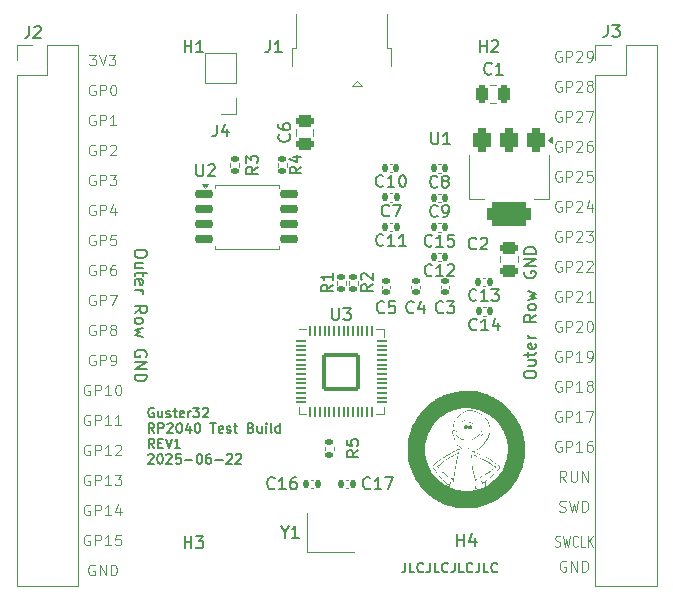
<source format=gto>
G04 #@! TF.GenerationSoftware,KiCad,Pcbnew,8.0.9-1.fc41*
G04 #@! TF.CreationDate,2025-06-25T22:37:00-07:00*
G04 #@! TF.ProjectId,rp2040_custom_devboard,72703230-3430-45f6-9375-73746f6d5f64,rev?*
G04 #@! TF.SameCoordinates,Original*
G04 #@! TF.FileFunction,Legend,Top*
G04 #@! TF.FilePolarity,Positive*
%FSLAX46Y46*%
G04 Gerber Fmt 4.6, Leading zero omitted, Abs format (unit mm)*
G04 Created by KiCad (PCBNEW 8.0.9-1.fc41) date 2025-06-25 22:37:00*
%MOMM*%
%LPD*%
G01*
G04 APERTURE LIST*
G04 Aperture macros list*
%AMRoundRect*
0 Rectangle with rounded corners*
0 $1 Rounding radius*
0 $2 $3 $4 $5 $6 $7 $8 $9 X,Y pos of 4 corners*
0 Add a 4 corners polygon primitive as box body*
4,1,4,$2,$3,$4,$5,$6,$7,$8,$9,$2,$3,0*
0 Add four circle primitives for the rounded corners*
1,1,$1+$1,$2,$3*
1,1,$1+$1,$4,$5*
1,1,$1+$1,$6,$7*
1,1,$1+$1,$8,$9*
0 Add four rect primitives between the rounded corners*
20,1,$1+$1,$2,$3,$4,$5,0*
20,1,$1+$1,$4,$5,$6,$7,0*
20,1,$1+$1,$6,$7,$8,$9,0*
20,1,$1+$1,$8,$9,$2,$3,0*%
G04 Aperture macros list end*
%ADD10C,0.100000*%
%ADD11C,0.152400*%
%ADD12C,0.150000*%
%ADD13C,0.120000*%
%ADD14C,0.000000*%
%ADD15RoundRect,0.140000X0.170000X-0.140000X0.170000X0.140000X-0.170000X0.140000X-0.170000X-0.140000X0*%
%ADD16R,1.700000X1.700000*%
%ADD17O,1.700000X1.700000*%
%ADD18C,2.700000*%
%ADD19RoundRect,0.140000X0.140000X0.170000X-0.140000X0.170000X-0.140000X-0.170000X0.140000X-0.170000X0*%
%ADD20RoundRect,0.375000X-0.375000X0.625000X-0.375000X-0.625000X0.375000X-0.625000X0.375000X0.625000X0*%
%ADD21RoundRect,0.500000X-1.400000X0.500000X-1.400000X-0.500000X1.400000X-0.500000X1.400000X0.500000X0*%
%ADD22RoundRect,0.135000X0.185000X-0.135000X0.185000X0.135000X-0.185000X0.135000X-0.185000X-0.135000X0*%
%ADD23RoundRect,0.135000X-0.185000X0.135000X-0.185000X-0.135000X0.185000X-0.135000X0.185000X0.135000X0*%
%ADD24R,0.400000X1.650000*%
%ADD25R,1.825000X0.700000*%
%ADD26R,2.000000X1.500000*%
%ADD27R,1.350000X2.000000*%
%ADD28O,1.350000X1.700000*%
%ADD29O,1.100000X1.500000*%
%ADD30R,1.430000X2.500000*%
%ADD31RoundRect,0.050000X-0.387500X-0.050000X0.387500X-0.050000X0.387500X0.050000X-0.387500X0.050000X0*%
%ADD32RoundRect,0.050000X-0.050000X-0.387500X0.050000X-0.387500X0.050000X0.387500X-0.050000X0.387500X0*%
%ADD33RoundRect,0.144000X-1.456000X-1.456000X1.456000X-1.456000X1.456000X1.456000X-1.456000X1.456000X0*%
%ADD34R,1.400000X1.200000*%
%ADD35RoundRect,0.140000X-0.140000X-0.170000X0.140000X-0.170000X0.140000X0.170000X-0.140000X0.170000X0*%
%ADD36RoundRect,0.250000X-0.475000X0.250000X-0.475000X-0.250000X0.475000X-0.250000X0.475000X0.250000X0*%
%ADD37RoundRect,0.250000X0.475000X-0.250000X0.475000X0.250000X-0.475000X0.250000X-0.475000X-0.250000X0*%
%ADD38RoundRect,0.250000X-0.250000X-0.475000X0.250000X-0.475000X0.250000X0.475000X-0.250000X0.475000X0*%
%ADD39RoundRect,0.150000X-0.650000X-0.150000X0.650000X-0.150000X0.650000X0.150000X-0.650000X0.150000X0*%
G04 APERTURE END LIST*
D10*
X162035714Y-121311157D02*
X161735714Y-120882585D01*
X161521428Y-121311157D02*
X161521428Y-120411157D01*
X161521428Y-120411157D02*
X161864285Y-120411157D01*
X161864285Y-120411157D02*
X161950000Y-120454014D01*
X161950000Y-120454014D02*
X161992857Y-120496871D01*
X161992857Y-120496871D02*
X162035714Y-120582585D01*
X162035714Y-120582585D02*
X162035714Y-120711157D01*
X162035714Y-120711157D02*
X161992857Y-120796871D01*
X161992857Y-120796871D02*
X161950000Y-120839728D01*
X161950000Y-120839728D02*
X161864285Y-120882585D01*
X161864285Y-120882585D02*
X161521428Y-120882585D01*
X162421428Y-120411157D02*
X162421428Y-121139728D01*
X162421428Y-121139728D02*
X162464285Y-121225442D01*
X162464285Y-121225442D02*
X162507143Y-121268300D01*
X162507143Y-121268300D02*
X162592857Y-121311157D01*
X162592857Y-121311157D02*
X162764285Y-121311157D01*
X162764285Y-121311157D02*
X162850000Y-121268300D01*
X162850000Y-121268300D02*
X162892857Y-121225442D01*
X162892857Y-121225442D02*
X162935714Y-121139728D01*
X162935714Y-121139728D02*
X162935714Y-120411157D01*
X163364285Y-121311157D02*
X163364285Y-120411157D01*
X163364285Y-120411157D02*
X163878571Y-121311157D01*
X163878571Y-121311157D02*
X163878571Y-120411157D01*
X161628571Y-102674014D02*
X161542857Y-102631157D01*
X161542857Y-102631157D02*
X161414285Y-102631157D01*
X161414285Y-102631157D02*
X161285714Y-102674014D01*
X161285714Y-102674014D02*
X161199999Y-102759728D01*
X161199999Y-102759728D02*
X161157142Y-102845442D01*
X161157142Y-102845442D02*
X161114285Y-103016871D01*
X161114285Y-103016871D02*
X161114285Y-103145442D01*
X161114285Y-103145442D02*
X161157142Y-103316871D01*
X161157142Y-103316871D02*
X161199999Y-103402585D01*
X161199999Y-103402585D02*
X161285714Y-103488300D01*
X161285714Y-103488300D02*
X161414285Y-103531157D01*
X161414285Y-103531157D02*
X161499999Y-103531157D01*
X161499999Y-103531157D02*
X161628571Y-103488300D01*
X161628571Y-103488300D02*
X161671428Y-103445442D01*
X161671428Y-103445442D02*
X161671428Y-103145442D01*
X161671428Y-103145442D02*
X161499999Y-103145442D01*
X162057142Y-103531157D02*
X162057142Y-102631157D01*
X162057142Y-102631157D02*
X162399999Y-102631157D01*
X162399999Y-102631157D02*
X162485714Y-102674014D01*
X162485714Y-102674014D02*
X162528571Y-102716871D01*
X162528571Y-102716871D02*
X162571428Y-102802585D01*
X162571428Y-102802585D02*
X162571428Y-102931157D01*
X162571428Y-102931157D02*
X162528571Y-103016871D01*
X162528571Y-103016871D02*
X162485714Y-103059728D01*
X162485714Y-103059728D02*
X162399999Y-103102585D01*
X162399999Y-103102585D02*
X162057142Y-103102585D01*
X162914285Y-102716871D02*
X162957142Y-102674014D01*
X162957142Y-102674014D02*
X163042857Y-102631157D01*
X163042857Y-102631157D02*
X163257142Y-102631157D01*
X163257142Y-102631157D02*
X163342857Y-102674014D01*
X163342857Y-102674014D02*
X163385714Y-102716871D01*
X163385714Y-102716871D02*
X163428571Y-102802585D01*
X163428571Y-102802585D02*
X163428571Y-102888300D01*
X163428571Y-102888300D02*
X163385714Y-103016871D01*
X163385714Y-103016871D02*
X162871428Y-103531157D01*
X162871428Y-103531157D02*
X163428571Y-103531157D01*
X163771428Y-102716871D02*
X163814285Y-102674014D01*
X163814285Y-102674014D02*
X163900000Y-102631157D01*
X163900000Y-102631157D02*
X164114285Y-102631157D01*
X164114285Y-102631157D02*
X164200000Y-102674014D01*
X164200000Y-102674014D02*
X164242857Y-102716871D01*
X164242857Y-102716871D02*
X164285714Y-102802585D01*
X164285714Y-102802585D02*
X164285714Y-102888300D01*
X164285714Y-102888300D02*
X164242857Y-103016871D01*
X164242857Y-103016871D02*
X163728571Y-103531157D01*
X163728571Y-103531157D02*
X164285714Y-103531157D01*
X122157143Y-100454014D02*
X122071429Y-100411157D01*
X122071429Y-100411157D02*
X121942857Y-100411157D01*
X121942857Y-100411157D02*
X121814286Y-100454014D01*
X121814286Y-100454014D02*
X121728571Y-100539728D01*
X121728571Y-100539728D02*
X121685714Y-100625442D01*
X121685714Y-100625442D02*
X121642857Y-100796871D01*
X121642857Y-100796871D02*
X121642857Y-100925442D01*
X121642857Y-100925442D02*
X121685714Y-101096871D01*
X121685714Y-101096871D02*
X121728571Y-101182585D01*
X121728571Y-101182585D02*
X121814286Y-101268300D01*
X121814286Y-101268300D02*
X121942857Y-101311157D01*
X121942857Y-101311157D02*
X122028571Y-101311157D01*
X122028571Y-101311157D02*
X122157143Y-101268300D01*
X122157143Y-101268300D02*
X122200000Y-101225442D01*
X122200000Y-101225442D02*
X122200000Y-100925442D01*
X122200000Y-100925442D02*
X122028571Y-100925442D01*
X122585714Y-101311157D02*
X122585714Y-100411157D01*
X122585714Y-100411157D02*
X122928571Y-100411157D01*
X122928571Y-100411157D02*
X123014286Y-100454014D01*
X123014286Y-100454014D02*
X123057143Y-100496871D01*
X123057143Y-100496871D02*
X123100000Y-100582585D01*
X123100000Y-100582585D02*
X123100000Y-100711157D01*
X123100000Y-100711157D02*
X123057143Y-100796871D01*
X123057143Y-100796871D02*
X123014286Y-100839728D01*
X123014286Y-100839728D02*
X122928571Y-100882585D01*
X122928571Y-100882585D02*
X122585714Y-100882585D01*
X123914286Y-100411157D02*
X123485714Y-100411157D01*
X123485714Y-100411157D02*
X123442857Y-100839728D01*
X123442857Y-100839728D02*
X123485714Y-100796871D01*
X123485714Y-100796871D02*
X123571429Y-100754014D01*
X123571429Y-100754014D02*
X123785714Y-100754014D01*
X123785714Y-100754014D02*
X123871429Y-100796871D01*
X123871429Y-100796871D02*
X123914286Y-100839728D01*
X123914286Y-100839728D02*
X123957143Y-100925442D01*
X123957143Y-100925442D02*
X123957143Y-101139728D01*
X123957143Y-101139728D02*
X123914286Y-101225442D01*
X123914286Y-101225442D02*
X123871429Y-101268300D01*
X123871429Y-101268300D02*
X123785714Y-101311157D01*
X123785714Y-101311157D02*
X123571429Y-101311157D01*
X123571429Y-101311157D02*
X123485714Y-101268300D01*
X123485714Y-101268300D02*
X123442857Y-101225442D01*
D11*
X127119539Y-115092822D02*
X127042129Y-115054117D01*
X127042129Y-115054117D02*
X126926015Y-115054117D01*
X126926015Y-115054117D02*
X126809901Y-115092822D01*
X126809901Y-115092822D02*
X126732491Y-115170232D01*
X126732491Y-115170232D02*
X126693786Y-115247641D01*
X126693786Y-115247641D02*
X126655082Y-115402460D01*
X126655082Y-115402460D02*
X126655082Y-115518574D01*
X126655082Y-115518574D02*
X126693786Y-115673393D01*
X126693786Y-115673393D02*
X126732491Y-115750803D01*
X126732491Y-115750803D02*
X126809901Y-115828213D01*
X126809901Y-115828213D02*
X126926015Y-115866917D01*
X126926015Y-115866917D02*
X127003424Y-115866917D01*
X127003424Y-115866917D02*
X127119539Y-115828213D01*
X127119539Y-115828213D02*
X127158243Y-115789508D01*
X127158243Y-115789508D02*
X127158243Y-115518574D01*
X127158243Y-115518574D02*
X127003424Y-115518574D01*
X127854929Y-115325051D02*
X127854929Y-115866917D01*
X127506586Y-115325051D02*
X127506586Y-115750803D01*
X127506586Y-115750803D02*
X127545291Y-115828213D01*
X127545291Y-115828213D02*
X127622701Y-115866917D01*
X127622701Y-115866917D02*
X127738815Y-115866917D01*
X127738815Y-115866917D02*
X127816224Y-115828213D01*
X127816224Y-115828213D02*
X127854929Y-115789508D01*
X128203272Y-115828213D02*
X128280681Y-115866917D01*
X128280681Y-115866917D02*
X128435500Y-115866917D01*
X128435500Y-115866917D02*
X128512910Y-115828213D01*
X128512910Y-115828213D02*
X128551614Y-115750803D01*
X128551614Y-115750803D02*
X128551614Y-115712098D01*
X128551614Y-115712098D02*
X128512910Y-115634689D01*
X128512910Y-115634689D02*
X128435500Y-115595984D01*
X128435500Y-115595984D02*
X128319386Y-115595984D01*
X128319386Y-115595984D02*
X128241976Y-115557279D01*
X128241976Y-115557279D02*
X128203272Y-115479870D01*
X128203272Y-115479870D02*
X128203272Y-115441165D01*
X128203272Y-115441165D02*
X128241976Y-115363755D01*
X128241976Y-115363755D02*
X128319386Y-115325051D01*
X128319386Y-115325051D02*
X128435500Y-115325051D01*
X128435500Y-115325051D02*
X128512910Y-115363755D01*
X128783843Y-115325051D02*
X129093481Y-115325051D01*
X128899957Y-115054117D02*
X128899957Y-115750803D01*
X128899957Y-115750803D02*
X128938662Y-115828213D01*
X128938662Y-115828213D02*
X129016072Y-115866917D01*
X129016072Y-115866917D02*
X129093481Y-115866917D01*
X129674052Y-115828213D02*
X129596643Y-115866917D01*
X129596643Y-115866917D02*
X129441824Y-115866917D01*
X129441824Y-115866917D02*
X129364414Y-115828213D01*
X129364414Y-115828213D02*
X129325710Y-115750803D01*
X129325710Y-115750803D02*
X129325710Y-115441165D01*
X129325710Y-115441165D02*
X129364414Y-115363755D01*
X129364414Y-115363755D02*
X129441824Y-115325051D01*
X129441824Y-115325051D02*
X129596643Y-115325051D01*
X129596643Y-115325051D02*
X129674052Y-115363755D01*
X129674052Y-115363755D02*
X129712757Y-115441165D01*
X129712757Y-115441165D02*
X129712757Y-115518574D01*
X129712757Y-115518574D02*
X129325710Y-115595984D01*
X130061100Y-115866917D02*
X130061100Y-115325051D01*
X130061100Y-115479870D02*
X130099805Y-115402460D01*
X130099805Y-115402460D02*
X130138510Y-115363755D01*
X130138510Y-115363755D02*
X130215919Y-115325051D01*
X130215919Y-115325051D02*
X130293329Y-115325051D01*
X130486853Y-115054117D02*
X130990015Y-115054117D01*
X130990015Y-115054117D02*
X130719081Y-115363755D01*
X130719081Y-115363755D02*
X130835196Y-115363755D01*
X130835196Y-115363755D02*
X130912605Y-115402460D01*
X130912605Y-115402460D02*
X130951310Y-115441165D01*
X130951310Y-115441165D02*
X130990015Y-115518574D01*
X130990015Y-115518574D02*
X130990015Y-115712098D01*
X130990015Y-115712098D02*
X130951310Y-115789508D01*
X130951310Y-115789508D02*
X130912605Y-115828213D01*
X130912605Y-115828213D02*
X130835196Y-115866917D01*
X130835196Y-115866917D02*
X130602967Y-115866917D01*
X130602967Y-115866917D02*
X130525558Y-115828213D01*
X130525558Y-115828213D02*
X130486853Y-115789508D01*
X131299653Y-115131527D02*
X131338357Y-115092822D01*
X131338357Y-115092822D02*
X131415767Y-115054117D01*
X131415767Y-115054117D02*
X131609291Y-115054117D01*
X131609291Y-115054117D02*
X131686700Y-115092822D01*
X131686700Y-115092822D02*
X131725405Y-115131527D01*
X131725405Y-115131527D02*
X131764110Y-115208936D01*
X131764110Y-115208936D02*
X131764110Y-115286346D01*
X131764110Y-115286346D02*
X131725405Y-115402460D01*
X131725405Y-115402460D02*
X131260948Y-115866917D01*
X131260948Y-115866917D02*
X131764110Y-115866917D01*
X127158243Y-117175479D02*
X126887310Y-116788432D01*
X126693786Y-117175479D02*
X126693786Y-116362679D01*
X126693786Y-116362679D02*
X127003424Y-116362679D01*
X127003424Y-116362679D02*
X127080834Y-116401384D01*
X127080834Y-116401384D02*
X127119539Y-116440089D01*
X127119539Y-116440089D02*
X127158243Y-116517498D01*
X127158243Y-116517498D02*
X127158243Y-116633613D01*
X127158243Y-116633613D02*
X127119539Y-116711022D01*
X127119539Y-116711022D02*
X127080834Y-116749727D01*
X127080834Y-116749727D02*
X127003424Y-116788432D01*
X127003424Y-116788432D02*
X126693786Y-116788432D01*
X127506586Y-117175479D02*
X127506586Y-116362679D01*
X127506586Y-116362679D02*
X127816224Y-116362679D01*
X127816224Y-116362679D02*
X127893634Y-116401384D01*
X127893634Y-116401384D02*
X127932339Y-116440089D01*
X127932339Y-116440089D02*
X127971043Y-116517498D01*
X127971043Y-116517498D02*
X127971043Y-116633613D01*
X127971043Y-116633613D02*
X127932339Y-116711022D01*
X127932339Y-116711022D02*
X127893634Y-116749727D01*
X127893634Y-116749727D02*
X127816224Y-116788432D01*
X127816224Y-116788432D02*
X127506586Y-116788432D01*
X128280682Y-116440089D02*
X128319386Y-116401384D01*
X128319386Y-116401384D02*
X128396796Y-116362679D01*
X128396796Y-116362679D02*
X128590320Y-116362679D01*
X128590320Y-116362679D02*
X128667729Y-116401384D01*
X128667729Y-116401384D02*
X128706434Y-116440089D01*
X128706434Y-116440089D02*
X128745139Y-116517498D01*
X128745139Y-116517498D02*
X128745139Y-116594908D01*
X128745139Y-116594908D02*
X128706434Y-116711022D01*
X128706434Y-116711022D02*
X128241977Y-117175479D01*
X128241977Y-117175479D02*
X128745139Y-117175479D01*
X129248300Y-116362679D02*
X129325710Y-116362679D01*
X129325710Y-116362679D02*
X129403119Y-116401384D01*
X129403119Y-116401384D02*
X129441824Y-116440089D01*
X129441824Y-116440089D02*
X129480529Y-116517498D01*
X129480529Y-116517498D02*
X129519234Y-116672317D01*
X129519234Y-116672317D02*
X129519234Y-116865841D01*
X129519234Y-116865841D02*
X129480529Y-117020660D01*
X129480529Y-117020660D02*
X129441824Y-117098070D01*
X129441824Y-117098070D02*
X129403119Y-117136775D01*
X129403119Y-117136775D02*
X129325710Y-117175479D01*
X129325710Y-117175479D02*
X129248300Y-117175479D01*
X129248300Y-117175479D02*
X129170891Y-117136775D01*
X129170891Y-117136775D02*
X129132186Y-117098070D01*
X129132186Y-117098070D02*
X129093481Y-117020660D01*
X129093481Y-117020660D02*
X129054777Y-116865841D01*
X129054777Y-116865841D02*
X129054777Y-116672317D01*
X129054777Y-116672317D02*
X129093481Y-116517498D01*
X129093481Y-116517498D02*
X129132186Y-116440089D01*
X129132186Y-116440089D02*
X129170891Y-116401384D01*
X129170891Y-116401384D02*
X129248300Y-116362679D01*
X130215919Y-116633613D02*
X130215919Y-117175479D01*
X130022395Y-116323975D02*
X129828872Y-116904546D01*
X129828872Y-116904546D02*
X130332033Y-116904546D01*
X130796490Y-116362679D02*
X130873900Y-116362679D01*
X130873900Y-116362679D02*
X130951309Y-116401384D01*
X130951309Y-116401384D02*
X130990014Y-116440089D01*
X130990014Y-116440089D02*
X131028719Y-116517498D01*
X131028719Y-116517498D02*
X131067424Y-116672317D01*
X131067424Y-116672317D02*
X131067424Y-116865841D01*
X131067424Y-116865841D02*
X131028719Y-117020660D01*
X131028719Y-117020660D02*
X130990014Y-117098070D01*
X130990014Y-117098070D02*
X130951309Y-117136775D01*
X130951309Y-117136775D02*
X130873900Y-117175479D01*
X130873900Y-117175479D02*
X130796490Y-117175479D01*
X130796490Y-117175479D02*
X130719081Y-117136775D01*
X130719081Y-117136775D02*
X130680376Y-117098070D01*
X130680376Y-117098070D02*
X130641671Y-117020660D01*
X130641671Y-117020660D02*
X130602967Y-116865841D01*
X130602967Y-116865841D02*
X130602967Y-116672317D01*
X130602967Y-116672317D02*
X130641671Y-116517498D01*
X130641671Y-116517498D02*
X130680376Y-116440089D01*
X130680376Y-116440089D02*
X130719081Y-116401384D01*
X130719081Y-116401384D02*
X130796490Y-116362679D01*
X131918928Y-116362679D02*
X132383385Y-116362679D01*
X132151157Y-117175479D02*
X132151157Y-116362679D01*
X132963956Y-117136775D02*
X132886547Y-117175479D01*
X132886547Y-117175479D02*
X132731728Y-117175479D01*
X132731728Y-117175479D02*
X132654318Y-117136775D01*
X132654318Y-117136775D02*
X132615614Y-117059365D01*
X132615614Y-117059365D02*
X132615614Y-116749727D01*
X132615614Y-116749727D02*
X132654318Y-116672317D01*
X132654318Y-116672317D02*
X132731728Y-116633613D01*
X132731728Y-116633613D02*
X132886547Y-116633613D01*
X132886547Y-116633613D02*
X132963956Y-116672317D01*
X132963956Y-116672317D02*
X133002661Y-116749727D01*
X133002661Y-116749727D02*
X133002661Y-116827136D01*
X133002661Y-116827136D02*
X132615614Y-116904546D01*
X133312300Y-117136775D02*
X133389709Y-117175479D01*
X133389709Y-117175479D02*
X133544528Y-117175479D01*
X133544528Y-117175479D02*
X133621938Y-117136775D01*
X133621938Y-117136775D02*
X133660642Y-117059365D01*
X133660642Y-117059365D02*
X133660642Y-117020660D01*
X133660642Y-117020660D02*
X133621938Y-116943251D01*
X133621938Y-116943251D02*
X133544528Y-116904546D01*
X133544528Y-116904546D02*
X133428414Y-116904546D01*
X133428414Y-116904546D02*
X133351004Y-116865841D01*
X133351004Y-116865841D02*
X133312300Y-116788432D01*
X133312300Y-116788432D02*
X133312300Y-116749727D01*
X133312300Y-116749727D02*
X133351004Y-116672317D01*
X133351004Y-116672317D02*
X133428414Y-116633613D01*
X133428414Y-116633613D02*
X133544528Y-116633613D01*
X133544528Y-116633613D02*
X133621938Y-116672317D01*
X133892871Y-116633613D02*
X134202509Y-116633613D01*
X134008985Y-116362679D02*
X134008985Y-117059365D01*
X134008985Y-117059365D02*
X134047690Y-117136775D01*
X134047690Y-117136775D02*
X134125100Y-117175479D01*
X134125100Y-117175479D02*
X134202509Y-117175479D01*
X135363652Y-116749727D02*
X135479766Y-116788432D01*
X135479766Y-116788432D02*
X135518471Y-116827136D01*
X135518471Y-116827136D02*
X135557175Y-116904546D01*
X135557175Y-116904546D02*
X135557175Y-117020660D01*
X135557175Y-117020660D02*
X135518471Y-117098070D01*
X135518471Y-117098070D02*
X135479766Y-117136775D01*
X135479766Y-117136775D02*
X135402356Y-117175479D01*
X135402356Y-117175479D02*
X135092718Y-117175479D01*
X135092718Y-117175479D02*
X135092718Y-116362679D01*
X135092718Y-116362679D02*
X135363652Y-116362679D01*
X135363652Y-116362679D02*
X135441061Y-116401384D01*
X135441061Y-116401384D02*
X135479766Y-116440089D01*
X135479766Y-116440089D02*
X135518471Y-116517498D01*
X135518471Y-116517498D02*
X135518471Y-116594908D01*
X135518471Y-116594908D02*
X135479766Y-116672317D01*
X135479766Y-116672317D02*
X135441061Y-116711022D01*
X135441061Y-116711022D02*
X135363652Y-116749727D01*
X135363652Y-116749727D02*
X135092718Y-116749727D01*
X136253861Y-116633613D02*
X136253861Y-117175479D01*
X135905518Y-116633613D02*
X135905518Y-117059365D01*
X135905518Y-117059365D02*
X135944223Y-117136775D01*
X135944223Y-117136775D02*
X136021633Y-117175479D01*
X136021633Y-117175479D02*
X136137747Y-117175479D01*
X136137747Y-117175479D02*
X136215156Y-117136775D01*
X136215156Y-117136775D02*
X136253861Y-117098070D01*
X136640908Y-117175479D02*
X136640908Y-116633613D01*
X136640908Y-116362679D02*
X136602204Y-116401384D01*
X136602204Y-116401384D02*
X136640908Y-116440089D01*
X136640908Y-116440089D02*
X136679613Y-116401384D01*
X136679613Y-116401384D02*
X136640908Y-116362679D01*
X136640908Y-116362679D02*
X136640908Y-116440089D01*
X137144071Y-117175479D02*
X137066661Y-117136775D01*
X137066661Y-117136775D02*
X137027956Y-117059365D01*
X137027956Y-117059365D02*
X137027956Y-116362679D01*
X137802051Y-117175479D02*
X137802051Y-116362679D01*
X137802051Y-117136775D02*
X137724642Y-117175479D01*
X137724642Y-117175479D02*
X137569823Y-117175479D01*
X137569823Y-117175479D02*
X137492413Y-117136775D01*
X137492413Y-117136775D02*
X137453708Y-117098070D01*
X137453708Y-117098070D02*
X137415004Y-117020660D01*
X137415004Y-117020660D02*
X137415004Y-116788432D01*
X137415004Y-116788432D02*
X137453708Y-116711022D01*
X137453708Y-116711022D02*
X137492413Y-116672317D01*
X137492413Y-116672317D02*
X137569823Y-116633613D01*
X137569823Y-116633613D02*
X137724642Y-116633613D01*
X137724642Y-116633613D02*
X137802051Y-116672317D01*
X127158243Y-118484041D02*
X126887310Y-118096994D01*
X126693786Y-118484041D02*
X126693786Y-117671241D01*
X126693786Y-117671241D02*
X127003424Y-117671241D01*
X127003424Y-117671241D02*
X127080834Y-117709946D01*
X127080834Y-117709946D02*
X127119539Y-117748651D01*
X127119539Y-117748651D02*
X127158243Y-117826060D01*
X127158243Y-117826060D02*
X127158243Y-117942175D01*
X127158243Y-117942175D02*
X127119539Y-118019584D01*
X127119539Y-118019584D02*
X127080834Y-118058289D01*
X127080834Y-118058289D02*
X127003424Y-118096994D01*
X127003424Y-118096994D02*
X126693786Y-118096994D01*
X127506586Y-118058289D02*
X127777520Y-118058289D01*
X127893634Y-118484041D02*
X127506586Y-118484041D01*
X127506586Y-118484041D02*
X127506586Y-117671241D01*
X127506586Y-117671241D02*
X127893634Y-117671241D01*
X128125862Y-117671241D02*
X128396795Y-118484041D01*
X128396795Y-118484041D02*
X128667729Y-117671241D01*
X129364415Y-118484041D02*
X128899958Y-118484041D01*
X129132186Y-118484041D02*
X129132186Y-117671241D01*
X129132186Y-117671241D02*
X129054777Y-117787356D01*
X129054777Y-117787356D02*
X128977367Y-117864765D01*
X128977367Y-117864765D02*
X128899958Y-117903470D01*
X126655082Y-119057213D02*
X126693786Y-119018508D01*
X126693786Y-119018508D02*
X126771196Y-118979803D01*
X126771196Y-118979803D02*
X126964720Y-118979803D01*
X126964720Y-118979803D02*
X127042129Y-119018508D01*
X127042129Y-119018508D02*
X127080834Y-119057213D01*
X127080834Y-119057213D02*
X127119539Y-119134622D01*
X127119539Y-119134622D02*
X127119539Y-119212032D01*
X127119539Y-119212032D02*
X127080834Y-119328146D01*
X127080834Y-119328146D02*
X126616377Y-119792603D01*
X126616377Y-119792603D02*
X127119539Y-119792603D01*
X127622700Y-118979803D02*
X127700110Y-118979803D01*
X127700110Y-118979803D02*
X127777519Y-119018508D01*
X127777519Y-119018508D02*
X127816224Y-119057213D01*
X127816224Y-119057213D02*
X127854929Y-119134622D01*
X127854929Y-119134622D02*
X127893634Y-119289441D01*
X127893634Y-119289441D02*
X127893634Y-119482965D01*
X127893634Y-119482965D02*
X127854929Y-119637784D01*
X127854929Y-119637784D02*
X127816224Y-119715194D01*
X127816224Y-119715194D02*
X127777519Y-119753899D01*
X127777519Y-119753899D02*
X127700110Y-119792603D01*
X127700110Y-119792603D02*
X127622700Y-119792603D01*
X127622700Y-119792603D02*
X127545291Y-119753899D01*
X127545291Y-119753899D02*
X127506586Y-119715194D01*
X127506586Y-119715194D02*
X127467881Y-119637784D01*
X127467881Y-119637784D02*
X127429177Y-119482965D01*
X127429177Y-119482965D02*
X127429177Y-119289441D01*
X127429177Y-119289441D02*
X127467881Y-119134622D01*
X127467881Y-119134622D02*
X127506586Y-119057213D01*
X127506586Y-119057213D02*
X127545291Y-119018508D01*
X127545291Y-119018508D02*
X127622700Y-118979803D01*
X128203272Y-119057213D02*
X128241976Y-119018508D01*
X128241976Y-119018508D02*
X128319386Y-118979803D01*
X128319386Y-118979803D02*
X128512910Y-118979803D01*
X128512910Y-118979803D02*
X128590319Y-119018508D01*
X128590319Y-119018508D02*
X128629024Y-119057213D01*
X128629024Y-119057213D02*
X128667729Y-119134622D01*
X128667729Y-119134622D02*
X128667729Y-119212032D01*
X128667729Y-119212032D02*
X128629024Y-119328146D01*
X128629024Y-119328146D02*
X128164567Y-119792603D01*
X128164567Y-119792603D02*
X128667729Y-119792603D01*
X129403119Y-118979803D02*
X129016071Y-118979803D01*
X129016071Y-118979803D02*
X128977367Y-119366851D01*
X128977367Y-119366851D02*
X129016071Y-119328146D01*
X129016071Y-119328146D02*
X129093481Y-119289441D01*
X129093481Y-119289441D02*
X129287005Y-119289441D01*
X129287005Y-119289441D02*
X129364414Y-119328146D01*
X129364414Y-119328146D02*
X129403119Y-119366851D01*
X129403119Y-119366851D02*
X129441824Y-119444260D01*
X129441824Y-119444260D02*
X129441824Y-119637784D01*
X129441824Y-119637784D02*
X129403119Y-119715194D01*
X129403119Y-119715194D02*
X129364414Y-119753899D01*
X129364414Y-119753899D02*
X129287005Y-119792603D01*
X129287005Y-119792603D02*
X129093481Y-119792603D01*
X129093481Y-119792603D02*
X129016071Y-119753899D01*
X129016071Y-119753899D02*
X128977367Y-119715194D01*
X129790166Y-119482965D02*
X130409443Y-119482965D01*
X130951309Y-118979803D02*
X131028719Y-118979803D01*
X131028719Y-118979803D02*
X131106128Y-119018508D01*
X131106128Y-119018508D02*
X131144833Y-119057213D01*
X131144833Y-119057213D02*
X131183538Y-119134622D01*
X131183538Y-119134622D02*
X131222243Y-119289441D01*
X131222243Y-119289441D02*
X131222243Y-119482965D01*
X131222243Y-119482965D02*
X131183538Y-119637784D01*
X131183538Y-119637784D02*
X131144833Y-119715194D01*
X131144833Y-119715194D02*
X131106128Y-119753899D01*
X131106128Y-119753899D02*
X131028719Y-119792603D01*
X131028719Y-119792603D02*
X130951309Y-119792603D01*
X130951309Y-119792603D02*
X130873900Y-119753899D01*
X130873900Y-119753899D02*
X130835195Y-119715194D01*
X130835195Y-119715194D02*
X130796490Y-119637784D01*
X130796490Y-119637784D02*
X130757786Y-119482965D01*
X130757786Y-119482965D02*
X130757786Y-119289441D01*
X130757786Y-119289441D02*
X130796490Y-119134622D01*
X130796490Y-119134622D02*
X130835195Y-119057213D01*
X130835195Y-119057213D02*
X130873900Y-119018508D01*
X130873900Y-119018508D02*
X130951309Y-118979803D01*
X131918928Y-118979803D02*
X131764109Y-118979803D01*
X131764109Y-118979803D02*
X131686700Y-119018508D01*
X131686700Y-119018508D02*
X131647995Y-119057213D01*
X131647995Y-119057213D02*
X131570585Y-119173327D01*
X131570585Y-119173327D02*
X131531881Y-119328146D01*
X131531881Y-119328146D02*
X131531881Y-119637784D01*
X131531881Y-119637784D02*
X131570585Y-119715194D01*
X131570585Y-119715194D02*
X131609290Y-119753899D01*
X131609290Y-119753899D02*
X131686700Y-119792603D01*
X131686700Y-119792603D02*
X131841519Y-119792603D01*
X131841519Y-119792603D02*
X131918928Y-119753899D01*
X131918928Y-119753899D02*
X131957633Y-119715194D01*
X131957633Y-119715194D02*
X131996338Y-119637784D01*
X131996338Y-119637784D02*
X131996338Y-119444260D01*
X131996338Y-119444260D02*
X131957633Y-119366851D01*
X131957633Y-119366851D02*
X131918928Y-119328146D01*
X131918928Y-119328146D02*
X131841519Y-119289441D01*
X131841519Y-119289441D02*
X131686700Y-119289441D01*
X131686700Y-119289441D02*
X131609290Y-119328146D01*
X131609290Y-119328146D02*
X131570585Y-119366851D01*
X131570585Y-119366851D02*
X131531881Y-119444260D01*
X132344680Y-119482965D02*
X132963957Y-119482965D01*
X133312300Y-119057213D02*
X133351004Y-119018508D01*
X133351004Y-119018508D02*
X133428414Y-118979803D01*
X133428414Y-118979803D02*
X133621938Y-118979803D01*
X133621938Y-118979803D02*
X133699347Y-119018508D01*
X133699347Y-119018508D02*
X133738052Y-119057213D01*
X133738052Y-119057213D02*
X133776757Y-119134622D01*
X133776757Y-119134622D02*
X133776757Y-119212032D01*
X133776757Y-119212032D02*
X133738052Y-119328146D01*
X133738052Y-119328146D02*
X133273595Y-119792603D01*
X133273595Y-119792603D02*
X133776757Y-119792603D01*
X134086395Y-119057213D02*
X134125099Y-119018508D01*
X134125099Y-119018508D02*
X134202509Y-118979803D01*
X134202509Y-118979803D02*
X134396033Y-118979803D01*
X134396033Y-118979803D02*
X134473442Y-119018508D01*
X134473442Y-119018508D02*
X134512147Y-119057213D01*
X134512147Y-119057213D02*
X134550852Y-119134622D01*
X134550852Y-119134622D02*
X134550852Y-119212032D01*
X134550852Y-119212032D02*
X134512147Y-119328146D01*
X134512147Y-119328146D02*
X134047690Y-119792603D01*
X134047690Y-119792603D02*
X134550852Y-119792603D01*
D10*
X122157143Y-87754014D02*
X122071429Y-87711157D01*
X122071429Y-87711157D02*
X121942857Y-87711157D01*
X121942857Y-87711157D02*
X121814286Y-87754014D01*
X121814286Y-87754014D02*
X121728571Y-87839728D01*
X121728571Y-87839728D02*
X121685714Y-87925442D01*
X121685714Y-87925442D02*
X121642857Y-88096871D01*
X121642857Y-88096871D02*
X121642857Y-88225442D01*
X121642857Y-88225442D02*
X121685714Y-88396871D01*
X121685714Y-88396871D02*
X121728571Y-88482585D01*
X121728571Y-88482585D02*
X121814286Y-88568300D01*
X121814286Y-88568300D02*
X121942857Y-88611157D01*
X121942857Y-88611157D02*
X122028571Y-88611157D01*
X122028571Y-88611157D02*
X122157143Y-88568300D01*
X122157143Y-88568300D02*
X122200000Y-88525442D01*
X122200000Y-88525442D02*
X122200000Y-88225442D01*
X122200000Y-88225442D02*
X122028571Y-88225442D01*
X122585714Y-88611157D02*
X122585714Y-87711157D01*
X122585714Y-87711157D02*
X122928571Y-87711157D01*
X122928571Y-87711157D02*
X123014286Y-87754014D01*
X123014286Y-87754014D02*
X123057143Y-87796871D01*
X123057143Y-87796871D02*
X123100000Y-87882585D01*
X123100000Y-87882585D02*
X123100000Y-88011157D01*
X123100000Y-88011157D02*
X123057143Y-88096871D01*
X123057143Y-88096871D02*
X123014286Y-88139728D01*
X123014286Y-88139728D02*
X122928571Y-88182585D01*
X122928571Y-88182585D02*
X122585714Y-88182585D01*
X123657143Y-87711157D02*
X123742857Y-87711157D01*
X123742857Y-87711157D02*
X123828571Y-87754014D01*
X123828571Y-87754014D02*
X123871429Y-87796871D01*
X123871429Y-87796871D02*
X123914286Y-87882585D01*
X123914286Y-87882585D02*
X123957143Y-88054014D01*
X123957143Y-88054014D02*
X123957143Y-88268300D01*
X123957143Y-88268300D02*
X123914286Y-88439728D01*
X123914286Y-88439728D02*
X123871429Y-88525442D01*
X123871429Y-88525442D02*
X123828571Y-88568300D01*
X123828571Y-88568300D02*
X123742857Y-88611157D01*
X123742857Y-88611157D02*
X123657143Y-88611157D01*
X123657143Y-88611157D02*
X123571429Y-88568300D01*
X123571429Y-88568300D02*
X123528571Y-88525442D01*
X123528571Y-88525442D02*
X123485714Y-88439728D01*
X123485714Y-88439728D02*
X123442857Y-88268300D01*
X123442857Y-88268300D02*
X123442857Y-88054014D01*
X123442857Y-88054014D02*
X123485714Y-87882585D01*
X123485714Y-87882585D02*
X123528571Y-87796871D01*
X123528571Y-87796871D02*
X123571429Y-87754014D01*
X123571429Y-87754014D02*
X123657143Y-87711157D01*
X121728571Y-120774014D02*
X121642857Y-120731157D01*
X121642857Y-120731157D02*
X121514285Y-120731157D01*
X121514285Y-120731157D02*
X121385714Y-120774014D01*
X121385714Y-120774014D02*
X121299999Y-120859728D01*
X121299999Y-120859728D02*
X121257142Y-120945442D01*
X121257142Y-120945442D02*
X121214285Y-121116871D01*
X121214285Y-121116871D02*
X121214285Y-121245442D01*
X121214285Y-121245442D02*
X121257142Y-121416871D01*
X121257142Y-121416871D02*
X121299999Y-121502585D01*
X121299999Y-121502585D02*
X121385714Y-121588300D01*
X121385714Y-121588300D02*
X121514285Y-121631157D01*
X121514285Y-121631157D02*
X121599999Y-121631157D01*
X121599999Y-121631157D02*
X121728571Y-121588300D01*
X121728571Y-121588300D02*
X121771428Y-121545442D01*
X121771428Y-121545442D02*
X121771428Y-121245442D01*
X121771428Y-121245442D02*
X121599999Y-121245442D01*
X122157142Y-121631157D02*
X122157142Y-120731157D01*
X122157142Y-120731157D02*
X122499999Y-120731157D01*
X122499999Y-120731157D02*
X122585714Y-120774014D01*
X122585714Y-120774014D02*
X122628571Y-120816871D01*
X122628571Y-120816871D02*
X122671428Y-120902585D01*
X122671428Y-120902585D02*
X122671428Y-121031157D01*
X122671428Y-121031157D02*
X122628571Y-121116871D01*
X122628571Y-121116871D02*
X122585714Y-121159728D01*
X122585714Y-121159728D02*
X122499999Y-121202585D01*
X122499999Y-121202585D02*
X122157142Y-121202585D01*
X123528571Y-121631157D02*
X123014285Y-121631157D01*
X123271428Y-121631157D02*
X123271428Y-120731157D01*
X123271428Y-120731157D02*
X123185714Y-120859728D01*
X123185714Y-120859728D02*
X123099999Y-120945442D01*
X123099999Y-120945442D02*
X123014285Y-120988300D01*
X123828571Y-120731157D02*
X124385714Y-120731157D01*
X124385714Y-120731157D02*
X124085714Y-121074014D01*
X124085714Y-121074014D02*
X124214285Y-121074014D01*
X124214285Y-121074014D02*
X124300000Y-121116871D01*
X124300000Y-121116871D02*
X124342857Y-121159728D01*
X124342857Y-121159728D02*
X124385714Y-121245442D01*
X124385714Y-121245442D02*
X124385714Y-121459728D01*
X124385714Y-121459728D02*
X124342857Y-121545442D01*
X124342857Y-121545442D02*
X124300000Y-121588300D01*
X124300000Y-121588300D02*
X124214285Y-121631157D01*
X124214285Y-121631157D02*
X123957142Y-121631157D01*
X123957142Y-121631157D02*
X123871428Y-121588300D01*
X123871428Y-121588300D02*
X123828571Y-121545442D01*
X161478571Y-123808300D02*
X161607143Y-123851157D01*
X161607143Y-123851157D02*
X161821428Y-123851157D01*
X161821428Y-123851157D02*
X161907143Y-123808300D01*
X161907143Y-123808300D02*
X161950000Y-123765442D01*
X161950000Y-123765442D02*
X161992857Y-123679728D01*
X161992857Y-123679728D02*
X161992857Y-123594014D01*
X161992857Y-123594014D02*
X161950000Y-123508300D01*
X161950000Y-123508300D02*
X161907143Y-123465442D01*
X161907143Y-123465442D02*
X161821428Y-123422585D01*
X161821428Y-123422585D02*
X161650000Y-123379728D01*
X161650000Y-123379728D02*
X161564285Y-123336871D01*
X161564285Y-123336871D02*
X161521428Y-123294014D01*
X161521428Y-123294014D02*
X161478571Y-123208300D01*
X161478571Y-123208300D02*
X161478571Y-123122585D01*
X161478571Y-123122585D02*
X161521428Y-123036871D01*
X161521428Y-123036871D02*
X161564285Y-122994014D01*
X161564285Y-122994014D02*
X161650000Y-122951157D01*
X161650000Y-122951157D02*
X161864285Y-122951157D01*
X161864285Y-122951157D02*
X161992857Y-122994014D01*
X162292857Y-122951157D02*
X162507143Y-123851157D01*
X162507143Y-123851157D02*
X162678571Y-123208300D01*
X162678571Y-123208300D02*
X162850000Y-123851157D01*
X162850000Y-123851157D02*
X163064286Y-122951157D01*
X163407142Y-123851157D02*
X163407142Y-122951157D01*
X163407142Y-122951157D02*
X163621428Y-122951157D01*
X163621428Y-122951157D02*
X163749999Y-122994014D01*
X163749999Y-122994014D02*
X163835714Y-123079728D01*
X163835714Y-123079728D02*
X163878571Y-123165442D01*
X163878571Y-123165442D02*
X163921428Y-123336871D01*
X163921428Y-123336871D02*
X163921428Y-123465442D01*
X163921428Y-123465442D02*
X163878571Y-123636871D01*
X163878571Y-123636871D02*
X163835714Y-123722585D01*
X163835714Y-123722585D02*
X163749999Y-123808300D01*
X163749999Y-123808300D02*
X163621428Y-123851157D01*
X163621428Y-123851157D02*
X163407142Y-123851157D01*
X122114286Y-128394014D02*
X122028572Y-128351157D01*
X122028572Y-128351157D02*
X121900000Y-128351157D01*
X121900000Y-128351157D02*
X121771429Y-128394014D01*
X121771429Y-128394014D02*
X121685714Y-128479728D01*
X121685714Y-128479728D02*
X121642857Y-128565442D01*
X121642857Y-128565442D02*
X121600000Y-128736871D01*
X121600000Y-128736871D02*
X121600000Y-128865442D01*
X121600000Y-128865442D02*
X121642857Y-129036871D01*
X121642857Y-129036871D02*
X121685714Y-129122585D01*
X121685714Y-129122585D02*
X121771429Y-129208300D01*
X121771429Y-129208300D02*
X121900000Y-129251157D01*
X121900000Y-129251157D02*
X121985714Y-129251157D01*
X121985714Y-129251157D02*
X122114286Y-129208300D01*
X122114286Y-129208300D02*
X122157143Y-129165442D01*
X122157143Y-129165442D02*
X122157143Y-128865442D01*
X122157143Y-128865442D02*
X121985714Y-128865442D01*
X122542857Y-129251157D02*
X122542857Y-128351157D01*
X122542857Y-128351157D02*
X123057143Y-129251157D01*
X123057143Y-129251157D02*
X123057143Y-128351157D01*
X123485714Y-129251157D02*
X123485714Y-128351157D01*
X123485714Y-128351157D02*
X123700000Y-128351157D01*
X123700000Y-128351157D02*
X123828571Y-128394014D01*
X123828571Y-128394014D02*
X123914286Y-128479728D01*
X123914286Y-128479728D02*
X123957143Y-128565442D01*
X123957143Y-128565442D02*
X124000000Y-128736871D01*
X124000000Y-128736871D02*
X124000000Y-128865442D01*
X124000000Y-128865442D02*
X123957143Y-129036871D01*
X123957143Y-129036871D02*
X123914286Y-129122585D01*
X123914286Y-129122585D02*
X123828571Y-129208300D01*
X123828571Y-129208300D02*
X123700000Y-129251157D01*
X123700000Y-129251157D02*
X123485714Y-129251157D01*
X121685714Y-85171157D02*
X122242857Y-85171157D01*
X122242857Y-85171157D02*
X121942857Y-85514014D01*
X121942857Y-85514014D02*
X122071428Y-85514014D01*
X122071428Y-85514014D02*
X122157143Y-85556871D01*
X122157143Y-85556871D02*
X122200000Y-85599728D01*
X122200000Y-85599728D02*
X122242857Y-85685442D01*
X122242857Y-85685442D02*
X122242857Y-85899728D01*
X122242857Y-85899728D02*
X122200000Y-85985442D01*
X122200000Y-85985442D02*
X122157143Y-86028300D01*
X122157143Y-86028300D02*
X122071428Y-86071157D01*
X122071428Y-86071157D02*
X121814285Y-86071157D01*
X121814285Y-86071157D02*
X121728571Y-86028300D01*
X121728571Y-86028300D02*
X121685714Y-85985442D01*
X122500000Y-85171157D02*
X122800000Y-86071157D01*
X122800000Y-86071157D02*
X123100000Y-85171157D01*
X123314286Y-85171157D02*
X123871429Y-85171157D01*
X123871429Y-85171157D02*
X123571429Y-85514014D01*
X123571429Y-85514014D02*
X123700000Y-85514014D01*
X123700000Y-85514014D02*
X123785715Y-85556871D01*
X123785715Y-85556871D02*
X123828572Y-85599728D01*
X123828572Y-85599728D02*
X123871429Y-85685442D01*
X123871429Y-85685442D02*
X123871429Y-85899728D01*
X123871429Y-85899728D02*
X123828572Y-85985442D01*
X123828572Y-85985442D02*
X123785715Y-86028300D01*
X123785715Y-86028300D02*
X123700000Y-86071157D01*
X123700000Y-86071157D02*
X123442857Y-86071157D01*
X123442857Y-86071157D02*
X123357143Y-86028300D01*
X123357143Y-86028300D02*
X123314286Y-85985442D01*
X122157143Y-105534014D02*
X122071429Y-105491157D01*
X122071429Y-105491157D02*
X121942857Y-105491157D01*
X121942857Y-105491157D02*
X121814286Y-105534014D01*
X121814286Y-105534014D02*
X121728571Y-105619728D01*
X121728571Y-105619728D02*
X121685714Y-105705442D01*
X121685714Y-105705442D02*
X121642857Y-105876871D01*
X121642857Y-105876871D02*
X121642857Y-106005442D01*
X121642857Y-106005442D02*
X121685714Y-106176871D01*
X121685714Y-106176871D02*
X121728571Y-106262585D01*
X121728571Y-106262585D02*
X121814286Y-106348300D01*
X121814286Y-106348300D02*
X121942857Y-106391157D01*
X121942857Y-106391157D02*
X122028571Y-106391157D01*
X122028571Y-106391157D02*
X122157143Y-106348300D01*
X122157143Y-106348300D02*
X122200000Y-106305442D01*
X122200000Y-106305442D02*
X122200000Y-106005442D01*
X122200000Y-106005442D02*
X122028571Y-106005442D01*
X122585714Y-106391157D02*
X122585714Y-105491157D01*
X122585714Y-105491157D02*
X122928571Y-105491157D01*
X122928571Y-105491157D02*
X123014286Y-105534014D01*
X123014286Y-105534014D02*
X123057143Y-105576871D01*
X123057143Y-105576871D02*
X123100000Y-105662585D01*
X123100000Y-105662585D02*
X123100000Y-105791157D01*
X123100000Y-105791157D02*
X123057143Y-105876871D01*
X123057143Y-105876871D02*
X123014286Y-105919728D01*
X123014286Y-105919728D02*
X122928571Y-105962585D01*
X122928571Y-105962585D02*
X122585714Y-105962585D01*
X123400000Y-105491157D02*
X124000000Y-105491157D01*
X124000000Y-105491157D02*
X123614286Y-106391157D01*
X162014286Y-128074014D02*
X161928572Y-128031157D01*
X161928572Y-128031157D02*
X161800000Y-128031157D01*
X161800000Y-128031157D02*
X161671429Y-128074014D01*
X161671429Y-128074014D02*
X161585714Y-128159728D01*
X161585714Y-128159728D02*
X161542857Y-128245442D01*
X161542857Y-128245442D02*
X161500000Y-128416871D01*
X161500000Y-128416871D02*
X161500000Y-128545442D01*
X161500000Y-128545442D02*
X161542857Y-128716871D01*
X161542857Y-128716871D02*
X161585714Y-128802585D01*
X161585714Y-128802585D02*
X161671429Y-128888300D01*
X161671429Y-128888300D02*
X161800000Y-128931157D01*
X161800000Y-128931157D02*
X161885714Y-128931157D01*
X161885714Y-128931157D02*
X162014286Y-128888300D01*
X162014286Y-128888300D02*
X162057143Y-128845442D01*
X162057143Y-128845442D02*
X162057143Y-128545442D01*
X162057143Y-128545442D02*
X161885714Y-128545442D01*
X162442857Y-128931157D02*
X162442857Y-128031157D01*
X162442857Y-128031157D02*
X162957143Y-128931157D01*
X162957143Y-128931157D02*
X162957143Y-128031157D01*
X163385714Y-128931157D02*
X163385714Y-128031157D01*
X163385714Y-128031157D02*
X163600000Y-128031157D01*
X163600000Y-128031157D02*
X163728571Y-128074014D01*
X163728571Y-128074014D02*
X163814286Y-128159728D01*
X163814286Y-128159728D02*
X163857143Y-128245442D01*
X163857143Y-128245442D02*
X163900000Y-128416871D01*
X163900000Y-128416871D02*
X163900000Y-128545442D01*
X163900000Y-128545442D02*
X163857143Y-128716871D01*
X163857143Y-128716871D02*
X163814286Y-128802585D01*
X163814286Y-128802585D02*
X163728571Y-128888300D01*
X163728571Y-128888300D02*
X163600000Y-128931157D01*
X163600000Y-128931157D02*
X163385714Y-128931157D01*
D11*
X148426015Y-128179803D02*
X148426015Y-128760375D01*
X148426015Y-128760375D02*
X148387310Y-128876489D01*
X148387310Y-128876489D02*
X148309901Y-128953899D01*
X148309901Y-128953899D02*
X148193786Y-128992603D01*
X148193786Y-128992603D02*
X148116377Y-128992603D01*
X149200110Y-128992603D02*
X148813062Y-128992603D01*
X148813062Y-128992603D02*
X148813062Y-128179803D01*
X149935500Y-128915194D02*
X149896796Y-128953899D01*
X149896796Y-128953899D02*
X149780681Y-128992603D01*
X149780681Y-128992603D02*
X149703272Y-128992603D01*
X149703272Y-128992603D02*
X149587158Y-128953899D01*
X149587158Y-128953899D02*
X149509748Y-128876489D01*
X149509748Y-128876489D02*
X149471043Y-128799079D01*
X149471043Y-128799079D02*
X149432339Y-128644260D01*
X149432339Y-128644260D02*
X149432339Y-128528146D01*
X149432339Y-128528146D02*
X149471043Y-128373327D01*
X149471043Y-128373327D02*
X149509748Y-128295918D01*
X149509748Y-128295918D02*
X149587158Y-128218508D01*
X149587158Y-128218508D02*
X149703272Y-128179803D01*
X149703272Y-128179803D02*
X149780681Y-128179803D01*
X149780681Y-128179803D02*
X149896796Y-128218508D01*
X149896796Y-128218508D02*
X149935500Y-128257213D01*
X150516072Y-128179803D02*
X150516072Y-128760375D01*
X150516072Y-128760375D02*
X150477367Y-128876489D01*
X150477367Y-128876489D02*
X150399958Y-128953899D01*
X150399958Y-128953899D02*
X150283843Y-128992603D01*
X150283843Y-128992603D02*
X150206434Y-128992603D01*
X151290167Y-128992603D02*
X150903119Y-128992603D01*
X150903119Y-128992603D02*
X150903119Y-128179803D01*
X152025557Y-128915194D02*
X151986853Y-128953899D01*
X151986853Y-128953899D02*
X151870738Y-128992603D01*
X151870738Y-128992603D02*
X151793329Y-128992603D01*
X151793329Y-128992603D02*
X151677215Y-128953899D01*
X151677215Y-128953899D02*
X151599805Y-128876489D01*
X151599805Y-128876489D02*
X151561100Y-128799079D01*
X151561100Y-128799079D02*
X151522396Y-128644260D01*
X151522396Y-128644260D02*
X151522396Y-128528146D01*
X151522396Y-128528146D02*
X151561100Y-128373327D01*
X151561100Y-128373327D02*
X151599805Y-128295918D01*
X151599805Y-128295918D02*
X151677215Y-128218508D01*
X151677215Y-128218508D02*
X151793329Y-128179803D01*
X151793329Y-128179803D02*
X151870738Y-128179803D01*
X151870738Y-128179803D02*
X151986853Y-128218508D01*
X151986853Y-128218508D02*
X152025557Y-128257213D01*
X152606129Y-128179803D02*
X152606129Y-128760375D01*
X152606129Y-128760375D02*
X152567424Y-128876489D01*
X152567424Y-128876489D02*
X152490015Y-128953899D01*
X152490015Y-128953899D02*
X152373900Y-128992603D01*
X152373900Y-128992603D02*
X152296491Y-128992603D01*
X153380224Y-128992603D02*
X152993176Y-128992603D01*
X152993176Y-128992603D02*
X152993176Y-128179803D01*
X154115614Y-128915194D02*
X154076910Y-128953899D01*
X154076910Y-128953899D02*
X153960795Y-128992603D01*
X153960795Y-128992603D02*
X153883386Y-128992603D01*
X153883386Y-128992603D02*
X153767272Y-128953899D01*
X153767272Y-128953899D02*
X153689862Y-128876489D01*
X153689862Y-128876489D02*
X153651157Y-128799079D01*
X153651157Y-128799079D02*
X153612453Y-128644260D01*
X153612453Y-128644260D02*
X153612453Y-128528146D01*
X153612453Y-128528146D02*
X153651157Y-128373327D01*
X153651157Y-128373327D02*
X153689862Y-128295918D01*
X153689862Y-128295918D02*
X153767272Y-128218508D01*
X153767272Y-128218508D02*
X153883386Y-128179803D01*
X153883386Y-128179803D02*
X153960795Y-128179803D01*
X153960795Y-128179803D02*
X154076910Y-128218508D01*
X154076910Y-128218508D02*
X154115614Y-128257213D01*
X154696186Y-128179803D02*
X154696186Y-128760375D01*
X154696186Y-128760375D02*
X154657481Y-128876489D01*
X154657481Y-128876489D02*
X154580072Y-128953899D01*
X154580072Y-128953899D02*
X154463957Y-128992603D01*
X154463957Y-128992603D02*
X154386548Y-128992603D01*
X155470281Y-128992603D02*
X155083233Y-128992603D01*
X155083233Y-128992603D02*
X155083233Y-128179803D01*
X156205671Y-128915194D02*
X156166967Y-128953899D01*
X156166967Y-128953899D02*
X156050852Y-128992603D01*
X156050852Y-128992603D02*
X155973443Y-128992603D01*
X155973443Y-128992603D02*
X155857329Y-128953899D01*
X155857329Y-128953899D02*
X155779919Y-128876489D01*
X155779919Y-128876489D02*
X155741214Y-128799079D01*
X155741214Y-128799079D02*
X155702510Y-128644260D01*
X155702510Y-128644260D02*
X155702510Y-128528146D01*
X155702510Y-128528146D02*
X155741214Y-128373327D01*
X155741214Y-128373327D02*
X155779919Y-128295918D01*
X155779919Y-128295918D02*
X155857329Y-128218508D01*
X155857329Y-128218508D02*
X155973443Y-128179803D01*
X155973443Y-128179803D02*
X156050852Y-128179803D01*
X156050852Y-128179803D02*
X156166967Y-128218508D01*
X156166967Y-128218508D02*
X156205671Y-128257213D01*
D10*
X121728571Y-118234014D02*
X121642857Y-118191157D01*
X121642857Y-118191157D02*
X121514285Y-118191157D01*
X121514285Y-118191157D02*
X121385714Y-118234014D01*
X121385714Y-118234014D02*
X121299999Y-118319728D01*
X121299999Y-118319728D02*
X121257142Y-118405442D01*
X121257142Y-118405442D02*
X121214285Y-118576871D01*
X121214285Y-118576871D02*
X121214285Y-118705442D01*
X121214285Y-118705442D02*
X121257142Y-118876871D01*
X121257142Y-118876871D02*
X121299999Y-118962585D01*
X121299999Y-118962585D02*
X121385714Y-119048300D01*
X121385714Y-119048300D02*
X121514285Y-119091157D01*
X121514285Y-119091157D02*
X121599999Y-119091157D01*
X121599999Y-119091157D02*
X121728571Y-119048300D01*
X121728571Y-119048300D02*
X121771428Y-119005442D01*
X121771428Y-119005442D02*
X121771428Y-118705442D01*
X121771428Y-118705442D02*
X121599999Y-118705442D01*
X122157142Y-119091157D02*
X122157142Y-118191157D01*
X122157142Y-118191157D02*
X122499999Y-118191157D01*
X122499999Y-118191157D02*
X122585714Y-118234014D01*
X122585714Y-118234014D02*
X122628571Y-118276871D01*
X122628571Y-118276871D02*
X122671428Y-118362585D01*
X122671428Y-118362585D02*
X122671428Y-118491157D01*
X122671428Y-118491157D02*
X122628571Y-118576871D01*
X122628571Y-118576871D02*
X122585714Y-118619728D01*
X122585714Y-118619728D02*
X122499999Y-118662585D01*
X122499999Y-118662585D02*
X122157142Y-118662585D01*
X123528571Y-119091157D02*
X123014285Y-119091157D01*
X123271428Y-119091157D02*
X123271428Y-118191157D01*
X123271428Y-118191157D02*
X123185714Y-118319728D01*
X123185714Y-118319728D02*
X123099999Y-118405442D01*
X123099999Y-118405442D02*
X123014285Y-118448300D01*
X123871428Y-118276871D02*
X123914285Y-118234014D01*
X123914285Y-118234014D02*
X124000000Y-118191157D01*
X124000000Y-118191157D02*
X124214285Y-118191157D01*
X124214285Y-118191157D02*
X124300000Y-118234014D01*
X124300000Y-118234014D02*
X124342857Y-118276871D01*
X124342857Y-118276871D02*
X124385714Y-118362585D01*
X124385714Y-118362585D02*
X124385714Y-118448300D01*
X124385714Y-118448300D02*
X124342857Y-118576871D01*
X124342857Y-118576871D02*
X123828571Y-119091157D01*
X123828571Y-119091157D02*
X124385714Y-119091157D01*
X161628571Y-92514014D02*
X161542857Y-92471157D01*
X161542857Y-92471157D02*
X161414285Y-92471157D01*
X161414285Y-92471157D02*
X161285714Y-92514014D01*
X161285714Y-92514014D02*
X161199999Y-92599728D01*
X161199999Y-92599728D02*
X161157142Y-92685442D01*
X161157142Y-92685442D02*
X161114285Y-92856871D01*
X161114285Y-92856871D02*
X161114285Y-92985442D01*
X161114285Y-92985442D02*
X161157142Y-93156871D01*
X161157142Y-93156871D02*
X161199999Y-93242585D01*
X161199999Y-93242585D02*
X161285714Y-93328300D01*
X161285714Y-93328300D02*
X161414285Y-93371157D01*
X161414285Y-93371157D02*
X161499999Y-93371157D01*
X161499999Y-93371157D02*
X161628571Y-93328300D01*
X161628571Y-93328300D02*
X161671428Y-93285442D01*
X161671428Y-93285442D02*
X161671428Y-92985442D01*
X161671428Y-92985442D02*
X161499999Y-92985442D01*
X162057142Y-93371157D02*
X162057142Y-92471157D01*
X162057142Y-92471157D02*
X162399999Y-92471157D01*
X162399999Y-92471157D02*
X162485714Y-92514014D01*
X162485714Y-92514014D02*
X162528571Y-92556871D01*
X162528571Y-92556871D02*
X162571428Y-92642585D01*
X162571428Y-92642585D02*
X162571428Y-92771157D01*
X162571428Y-92771157D02*
X162528571Y-92856871D01*
X162528571Y-92856871D02*
X162485714Y-92899728D01*
X162485714Y-92899728D02*
X162399999Y-92942585D01*
X162399999Y-92942585D02*
X162057142Y-92942585D01*
X162914285Y-92556871D02*
X162957142Y-92514014D01*
X162957142Y-92514014D02*
X163042857Y-92471157D01*
X163042857Y-92471157D02*
X163257142Y-92471157D01*
X163257142Y-92471157D02*
X163342857Y-92514014D01*
X163342857Y-92514014D02*
X163385714Y-92556871D01*
X163385714Y-92556871D02*
X163428571Y-92642585D01*
X163428571Y-92642585D02*
X163428571Y-92728300D01*
X163428571Y-92728300D02*
X163385714Y-92856871D01*
X163385714Y-92856871D02*
X162871428Y-93371157D01*
X162871428Y-93371157D02*
X163428571Y-93371157D01*
X164200000Y-92471157D02*
X164028571Y-92471157D01*
X164028571Y-92471157D02*
X163942857Y-92514014D01*
X163942857Y-92514014D02*
X163900000Y-92556871D01*
X163900000Y-92556871D02*
X163814285Y-92685442D01*
X163814285Y-92685442D02*
X163771428Y-92856871D01*
X163771428Y-92856871D02*
X163771428Y-93199728D01*
X163771428Y-93199728D02*
X163814285Y-93285442D01*
X163814285Y-93285442D02*
X163857142Y-93328300D01*
X163857142Y-93328300D02*
X163942857Y-93371157D01*
X163942857Y-93371157D02*
X164114285Y-93371157D01*
X164114285Y-93371157D02*
X164200000Y-93328300D01*
X164200000Y-93328300D02*
X164242857Y-93285442D01*
X164242857Y-93285442D02*
X164285714Y-93199728D01*
X164285714Y-93199728D02*
X164285714Y-92985442D01*
X164285714Y-92985442D02*
X164242857Y-92899728D01*
X164242857Y-92899728D02*
X164200000Y-92856871D01*
X164200000Y-92856871D02*
X164114285Y-92814014D01*
X164114285Y-92814014D02*
X163942857Y-92814014D01*
X163942857Y-92814014D02*
X163857142Y-92856871D01*
X163857142Y-92856871D02*
X163814285Y-92899728D01*
X163814285Y-92899728D02*
X163771428Y-92985442D01*
X161116666Y-126768300D02*
X161216666Y-126811157D01*
X161216666Y-126811157D02*
X161383333Y-126811157D01*
X161383333Y-126811157D02*
X161449999Y-126768300D01*
X161449999Y-126768300D02*
X161483333Y-126725442D01*
X161483333Y-126725442D02*
X161516666Y-126639728D01*
X161516666Y-126639728D02*
X161516666Y-126554014D01*
X161516666Y-126554014D02*
X161483333Y-126468300D01*
X161483333Y-126468300D02*
X161449999Y-126425442D01*
X161449999Y-126425442D02*
X161383333Y-126382585D01*
X161383333Y-126382585D02*
X161249999Y-126339728D01*
X161249999Y-126339728D02*
X161183333Y-126296871D01*
X161183333Y-126296871D02*
X161149999Y-126254014D01*
X161149999Y-126254014D02*
X161116666Y-126168300D01*
X161116666Y-126168300D02*
X161116666Y-126082585D01*
X161116666Y-126082585D02*
X161149999Y-125996871D01*
X161149999Y-125996871D02*
X161183333Y-125954014D01*
X161183333Y-125954014D02*
X161249999Y-125911157D01*
X161249999Y-125911157D02*
X161416666Y-125911157D01*
X161416666Y-125911157D02*
X161516666Y-125954014D01*
X161750000Y-125911157D02*
X161916666Y-126811157D01*
X161916666Y-126811157D02*
X162050000Y-126168300D01*
X162050000Y-126168300D02*
X162183333Y-126811157D01*
X162183333Y-126811157D02*
X162350000Y-125911157D01*
X163016666Y-126725442D02*
X162983333Y-126768300D01*
X162983333Y-126768300D02*
X162883333Y-126811157D01*
X162883333Y-126811157D02*
X162816666Y-126811157D01*
X162816666Y-126811157D02*
X162716666Y-126768300D01*
X162716666Y-126768300D02*
X162650000Y-126682585D01*
X162650000Y-126682585D02*
X162616666Y-126596871D01*
X162616666Y-126596871D02*
X162583333Y-126425442D01*
X162583333Y-126425442D02*
X162583333Y-126296871D01*
X162583333Y-126296871D02*
X162616666Y-126125442D01*
X162616666Y-126125442D02*
X162650000Y-126039728D01*
X162650000Y-126039728D02*
X162716666Y-125954014D01*
X162716666Y-125954014D02*
X162816666Y-125911157D01*
X162816666Y-125911157D02*
X162883333Y-125911157D01*
X162883333Y-125911157D02*
X162983333Y-125954014D01*
X162983333Y-125954014D02*
X163016666Y-125996871D01*
X163650000Y-126811157D02*
X163316666Y-126811157D01*
X163316666Y-126811157D02*
X163316666Y-125911157D01*
X163883333Y-126811157D02*
X163883333Y-125911157D01*
X164283333Y-126811157D02*
X163983333Y-126296871D01*
X164283333Y-125911157D02*
X163883333Y-126425442D01*
X161628571Y-95054014D02*
X161542857Y-95011157D01*
X161542857Y-95011157D02*
X161414285Y-95011157D01*
X161414285Y-95011157D02*
X161285714Y-95054014D01*
X161285714Y-95054014D02*
X161199999Y-95139728D01*
X161199999Y-95139728D02*
X161157142Y-95225442D01*
X161157142Y-95225442D02*
X161114285Y-95396871D01*
X161114285Y-95396871D02*
X161114285Y-95525442D01*
X161114285Y-95525442D02*
X161157142Y-95696871D01*
X161157142Y-95696871D02*
X161199999Y-95782585D01*
X161199999Y-95782585D02*
X161285714Y-95868300D01*
X161285714Y-95868300D02*
X161414285Y-95911157D01*
X161414285Y-95911157D02*
X161499999Y-95911157D01*
X161499999Y-95911157D02*
X161628571Y-95868300D01*
X161628571Y-95868300D02*
X161671428Y-95825442D01*
X161671428Y-95825442D02*
X161671428Y-95525442D01*
X161671428Y-95525442D02*
X161499999Y-95525442D01*
X162057142Y-95911157D02*
X162057142Y-95011157D01*
X162057142Y-95011157D02*
X162399999Y-95011157D01*
X162399999Y-95011157D02*
X162485714Y-95054014D01*
X162485714Y-95054014D02*
X162528571Y-95096871D01*
X162528571Y-95096871D02*
X162571428Y-95182585D01*
X162571428Y-95182585D02*
X162571428Y-95311157D01*
X162571428Y-95311157D02*
X162528571Y-95396871D01*
X162528571Y-95396871D02*
X162485714Y-95439728D01*
X162485714Y-95439728D02*
X162399999Y-95482585D01*
X162399999Y-95482585D02*
X162057142Y-95482585D01*
X162914285Y-95096871D02*
X162957142Y-95054014D01*
X162957142Y-95054014D02*
X163042857Y-95011157D01*
X163042857Y-95011157D02*
X163257142Y-95011157D01*
X163257142Y-95011157D02*
X163342857Y-95054014D01*
X163342857Y-95054014D02*
X163385714Y-95096871D01*
X163385714Y-95096871D02*
X163428571Y-95182585D01*
X163428571Y-95182585D02*
X163428571Y-95268300D01*
X163428571Y-95268300D02*
X163385714Y-95396871D01*
X163385714Y-95396871D02*
X162871428Y-95911157D01*
X162871428Y-95911157D02*
X163428571Y-95911157D01*
X164242857Y-95011157D02*
X163814285Y-95011157D01*
X163814285Y-95011157D02*
X163771428Y-95439728D01*
X163771428Y-95439728D02*
X163814285Y-95396871D01*
X163814285Y-95396871D02*
X163900000Y-95354014D01*
X163900000Y-95354014D02*
X164114285Y-95354014D01*
X164114285Y-95354014D02*
X164200000Y-95396871D01*
X164200000Y-95396871D02*
X164242857Y-95439728D01*
X164242857Y-95439728D02*
X164285714Y-95525442D01*
X164285714Y-95525442D02*
X164285714Y-95739728D01*
X164285714Y-95739728D02*
X164242857Y-95825442D01*
X164242857Y-95825442D02*
X164200000Y-95868300D01*
X164200000Y-95868300D02*
X164114285Y-95911157D01*
X164114285Y-95911157D02*
X163900000Y-95911157D01*
X163900000Y-95911157D02*
X163814285Y-95868300D01*
X163814285Y-95868300D02*
X163771428Y-95825442D01*
D12*
X126520180Y-101916666D02*
X126520180Y-102107142D01*
X126520180Y-102107142D02*
X126472561Y-102202380D01*
X126472561Y-102202380D02*
X126377323Y-102297618D01*
X126377323Y-102297618D02*
X126186847Y-102345237D01*
X126186847Y-102345237D02*
X125853514Y-102345237D01*
X125853514Y-102345237D02*
X125663038Y-102297618D01*
X125663038Y-102297618D02*
X125567800Y-102202380D01*
X125567800Y-102202380D02*
X125520180Y-102107142D01*
X125520180Y-102107142D02*
X125520180Y-101916666D01*
X125520180Y-101916666D02*
X125567800Y-101821428D01*
X125567800Y-101821428D02*
X125663038Y-101726190D01*
X125663038Y-101726190D02*
X125853514Y-101678571D01*
X125853514Y-101678571D02*
X126186847Y-101678571D01*
X126186847Y-101678571D02*
X126377323Y-101726190D01*
X126377323Y-101726190D02*
X126472561Y-101821428D01*
X126472561Y-101821428D02*
X126520180Y-101916666D01*
X126186847Y-103202380D02*
X125520180Y-103202380D01*
X126186847Y-102773809D02*
X125663038Y-102773809D01*
X125663038Y-102773809D02*
X125567800Y-102821428D01*
X125567800Y-102821428D02*
X125520180Y-102916666D01*
X125520180Y-102916666D02*
X125520180Y-103059523D01*
X125520180Y-103059523D02*
X125567800Y-103154761D01*
X125567800Y-103154761D02*
X125615419Y-103202380D01*
X126186847Y-103535714D02*
X126186847Y-103916666D01*
X126520180Y-103678571D02*
X125663038Y-103678571D01*
X125663038Y-103678571D02*
X125567800Y-103726190D01*
X125567800Y-103726190D02*
X125520180Y-103821428D01*
X125520180Y-103821428D02*
X125520180Y-103916666D01*
X125567800Y-104630952D02*
X125520180Y-104535714D01*
X125520180Y-104535714D02*
X125520180Y-104345238D01*
X125520180Y-104345238D02*
X125567800Y-104250000D01*
X125567800Y-104250000D02*
X125663038Y-104202381D01*
X125663038Y-104202381D02*
X126043990Y-104202381D01*
X126043990Y-104202381D02*
X126139228Y-104250000D01*
X126139228Y-104250000D02*
X126186847Y-104345238D01*
X126186847Y-104345238D02*
X126186847Y-104535714D01*
X126186847Y-104535714D02*
X126139228Y-104630952D01*
X126139228Y-104630952D02*
X126043990Y-104678571D01*
X126043990Y-104678571D02*
X125948752Y-104678571D01*
X125948752Y-104678571D02*
X125853514Y-104202381D01*
X125520180Y-105107143D02*
X126186847Y-105107143D01*
X125996371Y-105107143D02*
X126091609Y-105154762D01*
X126091609Y-105154762D02*
X126139228Y-105202381D01*
X126139228Y-105202381D02*
X126186847Y-105297619D01*
X126186847Y-105297619D02*
X126186847Y-105392857D01*
X125520180Y-107059524D02*
X125996371Y-106726191D01*
X125520180Y-106488096D02*
X126520180Y-106488096D01*
X126520180Y-106488096D02*
X126520180Y-106869048D01*
X126520180Y-106869048D02*
X126472561Y-106964286D01*
X126472561Y-106964286D02*
X126424942Y-107011905D01*
X126424942Y-107011905D02*
X126329704Y-107059524D01*
X126329704Y-107059524D02*
X126186847Y-107059524D01*
X126186847Y-107059524D02*
X126091609Y-107011905D01*
X126091609Y-107011905D02*
X126043990Y-106964286D01*
X126043990Y-106964286D02*
X125996371Y-106869048D01*
X125996371Y-106869048D02*
X125996371Y-106488096D01*
X125520180Y-107630953D02*
X125567800Y-107535715D01*
X125567800Y-107535715D02*
X125615419Y-107488096D01*
X125615419Y-107488096D02*
X125710657Y-107440477D01*
X125710657Y-107440477D02*
X125996371Y-107440477D01*
X125996371Y-107440477D02*
X126091609Y-107488096D01*
X126091609Y-107488096D02*
X126139228Y-107535715D01*
X126139228Y-107535715D02*
X126186847Y-107630953D01*
X126186847Y-107630953D02*
X126186847Y-107773810D01*
X126186847Y-107773810D02*
X126139228Y-107869048D01*
X126139228Y-107869048D02*
X126091609Y-107916667D01*
X126091609Y-107916667D02*
X125996371Y-107964286D01*
X125996371Y-107964286D02*
X125710657Y-107964286D01*
X125710657Y-107964286D02*
X125615419Y-107916667D01*
X125615419Y-107916667D02*
X125567800Y-107869048D01*
X125567800Y-107869048D02*
X125520180Y-107773810D01*
X125520180Y-107773810D02*
X125520180Y-107630953D01*
X126186847Y-108297620D02*
X125520180Y-108488096D01*
X125520180Y-108488096D02*
X125996371Y-108678572D01*
X125996371Y-108678572D02*
X125520180Y-108869048D01*
X125520180Y-108869048D02*
X126186847Y-109059524D01*
X126472561Y-110726191D02*
X126520180Y-110630953D01*
X126520180Y-110630953D02*
X126520180Y-110488096D01*
X126520180Y-110488096D02*
X126472561Y-110345239D01*
X126472561Y-110345239D02*
X126377323Y-110250001D01*
X126377323Y-110250001D02*
X126282085Y-110202382D01*
X126282085Y-110202382D02*
X126091609Y-110154763D01*
X126091609Y-110154763D02*
X125948752Y-110154763D01*
X125948752Y-110154763D02*
X125758276Y-110202382D01*
X125758276Y-110202382D02*
X125663038Y-110250001D01*
X125663038Y-110250001D02*
X125567800Y-110345239D01*
X125567800Y-110345239D02*
X125520180Y-110488096D01*
X125520180Y-110488096D02*
X125520180Y-110583334D01*
X125520180Y-110583334D02*
X125567800Y-110726191D01*
X125567800Y-110726191D02*
X125615419Y-110773810D01*
X125615419Y-110773810D02*
X125948752Y-110773810D01*
X125948752Y-110773810D02*
X125948752Y-110583334D01*
X125520180Y-111202382D02*
X126520180Y-111202382D01*
X126520180Y-111202382D02*
X125520180Y-111773810D01*
X125520180Y-111773810D02*
X126520180Y-111773810D01*
X125520180Y-112250001D02*
X126520180Y-112250001D01*
X126520180Y-112250001D02*
X126520180Y-112488096D01*
X126520180Y-112488096D02*
X126472561Y-112630953D01*
X126472561Y-112630953D02*
X126377323Y-112726191D01*
X126377323Y-112726191D02*
X126282085Y-112773810D01*
X126282085Y-112773810D02*
X126091609Y-112821429D01*
X126091609Y-112821429D02*
X125948752Y-112821429D01*
X125948752Y-112821429D02*
X125758276Y-112773810D01*
X125758276Y-112773810D02*
X125663038Y-112726191D01*
X125663038Y-112726191D02*
X125567800Y-112630953D01*
X125567800Y-112630953D02*
X125520180Y-112488096D01*
X125520180Y-112488096D02*
X125520180Y-112250001D01*
D10*
X161628571Y-112834014D02*
X161542857Y-112791157D01*
X161542857Y-112791157D02*
X161414285Y-112791157D01*
X161414285Y-112791157D02*
X161285714Y-112834014D01*
X161285714Y-112834014D02*
X161199999Y-112919728D01*
X161199999Y-112919728D02*
X161157142Y-113005442D01*
X161157142Y-113005442D02*
X161114285Y-113176871D01*
X161114285Y-113176871D02*
X161114285Y-113305442D01*
X161114285Y-113305442D02*
X161157142Y-113476871D01*
X161157142Y-113476871D02*
X161199999Y-113562585D01*
X161199999Y-113562585D02*
X161285714Y-113648300D01*
X161285714Y-113648300D02*
X161414285Y-113691157D01*
X161414285Y-113691157D02*
X161499999Y-113691157D01*
X161499999Y-113691157D02*
X161628571Y-113648300D01*
X161628571Y-113648300D02*
X161671428Y-113605442D01*
X161671428Y-113605442D02*
X161671428Y-113305442D01*
X161671428Y-113305442D02*
X161499999Y-113305442D01*
X162057142Y-113691157D02*
X162057142Y-112791157D01*
X162057142Y-112791157D02*
X162399999Y-112791157D01*
X162399999Y-112791157D02*
X162485714Y-112834014D01*
X162485714Y-112834014D02*
X162528571Y-112876871D01*
X162528571Y-112876871D02*
X162571428Y-112962585D01*
X162571428Y-112962585D02*
X162571428Y-113091157D01*
X162571428Y-113091157D02*
X162528571Y-113176871D01*
X162528571Y-113176871D02*
X162485714Y-113219728D01*
X162485714Y-113219728D02*
X162399999Y-113262585D01*
X162399999Y-113262585D02*
X162057142Y-113262585D01*
X163428571Y-113691157D02*
X162914285Y-113691157D01*
X163171428Y-113691157D02*
X163171428Y-112791157D01*
X163171428Y-112791157D02*
X163085714Y-112919728D01*
X163085714Y-112919728D02*
X162999999Y-113005442D01*
X162999999Y-113005442D02*
X162914285Y-113048300D01*
X163942857Y-113176871D02*
X163857142Y-113134014D01*
X163857142Y-113134014D02*
X163814285Y-113091157D01*
X163814285Y-113091157D02*
X163771428Y-113005442D01*
X163771428Y-113005442D02*
X163771428Y-112962585D01*
X163771428Y-112962585D02*
X163814285Y-112876871D01*
X163814285Y-112876871D02*
X163857142Y-112834014D01*
X163857142Y-112834014D02*
X163942857Y-112791157D01*
X163942857Y-112791157D02*
X164114285Y-112791157D01*
X164114285Y-112791157D02*
X164200000Y-112834014D01*
X164200000Y-112834014D02*
X164242857Y-112876871D01*
X164242857Y-112876871D02*
X164285714Y-112962585D01*
X164285714Y-112962585D02*
X164285714Y-113005442D01*
X164285714Y-113005442D02*
X164242857Y-113091157D01*
X164242857Y-113091157D02*
X164200000Y-113134014D01*
X164200000Y-113134014D02*
X164114285Y-113176871D01*
X164114285Y-113176871D02*
X163942857Y-113176871D01*
X163942857Y-113176871D02*
X163857142Y-113219728D01*
X163857142Y-113219728D02*
X163814285Y-113262585D01*
X163814285Y-113262585D02*
X163771428Y-113348300D01*
X163771428Y-113348300D02*
X163771428Y-113519728D01*
X163771428Y-113519728D02*
X163814285Y-113605442D01*
X163814285Y-113605442D02*
X163857142Y-113648300D01*
X163857142Y-113648300D02*
X163942857Y-113691157D01*
X163942857Y-113691157D02*
X164114285Y-113691157D01*
X164114285Y-113691157D02*
X164200000Y-113648300D01*
X164200000Y-113648300D02*
X164242857Y-113605442D01*
X164242857Y-113605442D02*
X164285714Y-113519728D01*
X164285714Y-113519728D02*
X164285714Y-113348300D01*
X164285714Y-113348300D02*
X164242857Y-113262585D01*
X164242857Y-113262585D02*
X164200000Y-113219728D01*
X164200000Y-113219728D02*
X164114285Y-113176871D01*
X122157143Y-102994014D02*
X122071429Y-102951157D01*
X122071429Y-102951157D02*
X121942857Y-102951157D01*
X121942857Y-102951157D02*
X121814286Y-102994014D01*
X121814286Y-102994014D02*
X121728571Y-103079728D01*
X121728571Y-103079728D02*
X121685714Y-103165442D01*
X121685714Y-103165442D02*
X121642857Y-103336871D01*
X121642857Y-103336871D02*
X121642857Y-103465442D01*
X121642857Y-103465442D02*
X121685714Y-103636871D01*
X121685714Y-103636871D02*
X121728571Y-103722585D01*
X121728571Y-103722585D02*
X121814286Y-103808300D01*
X121814286Y-103808300D02*
X121942857Y-103851157D01*
X121942857Y-103851157D02*
X122028571Y-103851157D01*
X122028571Y-103851157D02*
X122157143Y-103808300D01*
X122157143Y-103808300D02*
X122200000Y-103765442D01*
X122200000Y-103765442D02*
X122200000Y-103465442D01*
X122200000Y-103465442D02*
X122028571Y-103465442D01*
X122585714Y-103851157D02*
X122585714Y-102951157D01*
X122585714Y-102951157D02*
X122928571Y-102951157D01*
X122928571Y-102951157D02*
X123014286Y-102994014D01*
X123014286Y-102994014D02*
X123057143Y-103036871D01*
X123057143Y-103036871D02*
X123100000Y-103122585D01*
X123100000Y-103122585D02*
X123100000Y-103251157D01*
X123100000Y-103251157D02*
X123057143Y-103336871D01*
X123057143Y-103336871D02*
X123014286Y-103379728D01*
X123014286Y-103379728D02*
X122928571Y-103422585D01*
X122928571Y-103422585D02*
X122585714Y-103422585D01*
X123871429Y-102951157D02*
X123700000Y-102951157D01*
X123700000Y-102951157D02*
X123614286Y-102994014D01*
X123614286Y-102994014D02*
X123571429Y-103036871D01*
X123571429Y-103036871D02*
X123485714Y-103165442D01*
X123485714Y-103165442D02*
X123442857Y-103336871D01*
X123442857Y-103336871D02*
X123442857Y-103679728D01*
X123442857Y-103679728D02*
X123485714Y-103765442D01*
X123485714Y-103765442D02*
X123528571Y-103808300D01*
X123528571Y-103808300D02*
X123614286Y-103851157D01*
X123614286Y-103851157D02*
X123785714Y-103851157D01*
X123785714Y-103851157D02*
X123871429Y-103808300D01*
X123871429Y-103808300D02*
X123914286Y-103765442D01*
X123914286Y-103765442D02*
X123957143Y-103679728D01*
X123957143Y-103679728D02*
X123957143Y-103465442D01*
X123957143Y-103465442D02*
X123914286Y-103379728D01*
X123914286Y-103379728D02*
X123871429Y-103336871D01*
X123871429Y-103336871D02*
X123785714Y-103294014D01*
X123785714Y-103294014D02*
X123614286Y-103294014D01*
X123614286Y-103294014D02*
X123528571Y-103336871D01*
X123528571Y-103336871D02*
X123485714Y-103379728D01*
X123485714Y-103379728D02*
X123442857Y-103465442D01*
X121728571Y-115694014D02*
X121642857Y-115651157D01*
X121642857Y-115651157D02*
X121514285Y-115651157D01*
X121514285Y-115651157D02*
X121385714Y-115694014D01*
X121385714Y-115694014D02*
X121299999Y-115779728D01*
X121299999Y-115779728D02*
X121257142Y-115865442D01*
X121257142Y-115865442D02*
X121214285Y-116036871D01*
X121214285Y-116036871D02*
X121214285Y-116165442D01*
X121214285Y-116165442D02*
X121257142Y-116336871D01*
X121257142Y-116336871D02*
X121299999Y-116422585D01*
X121299999Y-116422585D02*
X121385714Y-116508300D01*
X121385714Y-116508300D02*
X121514285Y-116551157D01*
X121514285Y-116551157D02*
X121599999Y-116551157D01*
X121599999Y-116551157D02*
X121728571Y-116508300D01*
X121728571Y-116508300D02*
X121771428Y-116465442D01*
X121771428Y-116465442D02*
X121771428Y-116165442D01*
X121771428Y-116165442D02*
X121599999Y-116165442D01*
X122157142Y-116551157D02*
X122157142Y-115651157D01*
X122157142Y-115651157D02*
X122499999Y-115651157D01*
X122499999Y-115651157D02*
X122585714Y-115694014D01*
X122585714Y-115694014D02*
X122628571Y-115736871D01*
X122628571Y-115736871D02*
X122671428Y-115822585D01*
X122671428Y-115822585D02*
X122671428Y-115951157D01*
X122671428Y-115951157D02*
X122628571Y-116036871D01*
X122628571Y-116036871D02*
X122585714Y-116079728D01*
X122585714Y-116079728D02*
X122499999Y-116122585D01*
X122499999Y-116122585D02*
X122157142Y-116122585D01*
X123528571Y-116551157D02*
X123014285Y-116551157D01*
X123271428Y-116551157D02*
X123271428Y-115651157D01*
X123271428Y-115651157D02*
X123185714Y-115779728D01*
X123185714Y-115779728D02*
X123099999Y-115865442D01*
X123099999Y-115865442D02*
X123014285Y-115908300D01*
X124385714Y-116551157D02*
X123871428Y-116551157D01*
X124128571Y-116551157D02*
X124128571Y-115651157D01*
X124128571Y-115651157D02*
X124042857Y-115779728D01*
X124042857Y-115779728D02*
X123957142Y-115865442D01*
X123957142Y-115865442D02*
X123871428Y-115908300D01*
X121728571Y-125854014D02*
X121642857Y-125811157D01*
X121642857Y-125811157D02*
X121514285Y-125811157D01*
X121514285Y-125811157D02*
X121385714Y-125854014D01*
X121385714Y-125854014D02*
X121299999Y-125939728D01*
X121299999Y-125939728D02*
X121257142Y-126025442D01*
X121257142Y-126025442D02*
X121214285Y-126196871D01*
X121214285Y-126196871D02*
X121214285Y-126325442D01*
X121214285Y-126325442D02*
X121257142Y-126496871D01*
X121257142Y-126496871D02*
X121299999Y-126582585D01*
X121299999Y-126582585D02*
X121385714Y-126668300D01*
X121385714Y-126668300D02*
X121514285Y-126711157D01*
X121514285Y-126711157D02*
X121599999Y-126711157D01*
X121599999Y-126711157D02*
X121728571Y-126668300D01*
X121728571Y-126668300D02*
X121771428Y-126625442D01*
X121771428Y-126625442D02*
X121771428Y-126325442D01*
X121771428Y-126325442D02*
X121599999Y-126325442D01*
X122157142Y-126711157D02*
X122157142Y-125811157D01*
X122157142Y-125811157D02*
X122499999Y-125811157D01*
X122499999Y-125811157D02*
X122585714Y-125854014D01*
X122585714Y-125854014D02*
X122628571Y-125896871D01*
X122628571Y-125896871D02*
X122671428Y-125982585D01*
X122671428Y-125982585D02*
X122671428Y-126111157D01*
X122671428Y-126111157D02*
X122628571Y-126196871D01*
X122628571Y-126196871D02*
X122585714Y-126239728D01*
X122585714Y-126239728D02*
X122499999Y-126282585D01*
X122499999Y-126282585D02*
X122157142Y-126282585D01*
X123528571Y-126711157D02*
X123014285Y-126711157D01*
X123271428Y-126711157D02*
X123271428Y-125811157D01*
X123271428Y-125811157D02*
X123185714Y-125939728D01*
X123185714Y-125939728D02*
X123099999Y-126025442D01*
X123099999Y-126025442D02*
X123014285Y-126068300D01*
X124342857Y-125811157D02*
X123914285Y-125811157D01*
X123914285Y-125811157D02*
X123871428Y-126239728D01*
X123871428Y-126239728D02*
X123914285Y-126196871D01*
X123914285Y-126196871D02*
X124000000Y-126154014D01*
X124000000Y-126154014D02*
X124214285Y-126154014D01*
X124214285Y-126154014D02*
X124300000Y-126196871D01*
X124300000Y-126196871D02*
X124342857Y-126239728D01*
X124342857Y-126239728D02*
X124385714Y-126325442D01*
X124385714Y-126325442D02*
X124385714Y-126539728D01*
X124385714Y-126539728D02*
X124342857Y-126625442D01*
X124342857Y-126625442D02*
X124300000Y-126668300D01*
X124300000Y-126668300D02*
X124214285Y-126711157D01*
X124214285Y-126711157D02*
X124000000Y-126711157D01*
X124000000Y-126711157D02*
X123914285Y-126668300D01*
X123914285Y-126668300D02*
X123871428Y-126625442D01*
X161628571Y-89974014D02*
X161542857Y-89931157D01*
X161542857Y-89931157D02*
X161414285Y-89931157D01*
X161414285Y-89931157D02*
X161285714Y-89974014D01*
X161285714Y-89974014D02*
X161199999Y-90059728D01*
X161199999Y-90059728D02*
X161157142Y-90145442D01*
X161157142Y-90145442D02*
X161114285Y-90316871D01*
X161114285Y-90316871D02*
X161114285Y-90445442D01*
X161114285Y-90445442D02*
X161157142Y-90616871D01*
X161157142Y-90616871D02*
X161199999Y-90702585D01*
X161199999Y-90702585D02*
X161285714Y-90788300D01*
X161285714Y-90788300D02*
X161414285Y-90831157D01*
X161414285Y-90831157D02*
X161499999Y-90831157D01*
X161499999Y-90831157D02*
X161628571Y-90788300D01*
X161628571Y-90788300D02*
X161671428Y-90745442D01*
X161671428Y-90745442D02*
X161671428Y-90445442D01*
X161671428Y-90445442D02*
X161499999Y-90445442D01*
X162057142Y-90831157D02*
X162057142Y-89931157D01*
X162057142Y-89931157D02*
X162399999Y-89931157D01*
X162399999Y-89931157D02*
X162485714Y-89974014D01*
X162485714Y-89974014D02*
X162528571Y-90016871D01*
X162528571Y-90016871D02*
X162571428Y-90102585D01*
X162571428Y-90102585D02*
X162571428Y-90231157D01*
X162571428Y-90231157D02*
X162528571Y-90316871D01*
X162528571Y-90316871D02*
X162485714Y-90359728D01*
X162485714Y-90359728D02*
X162399999Y-90402585D01*
X162399999Y-90402585D02*
X162057142Y-90402585D01*
X162914285Y-90016871D02*
X162957142Y-89974014D01*
X162957142Y-89974014D02*
X163042857Y-89931157D01*
X163042857Y-89931157D02*
X163257142Y-89931157D01*
X163257142Y-89931157D02*
X163342857Y-89974014D01*
X163342857Y-89974014D02*
X163385714Y-90016871D01*
X163385714Y-90016871D02*
X163428571Y-90102585D01*
X163428571Y-90102585D02*
X163428571Y-90188300D01*
X163428571Y-90188300D02*
X163385714Y-90316871D01*
X163385714Y-90316871D02*
X162871428Y-90831157D01*
X162871428Y-90831157D02*
X163428571Y-90831157D01*
X163728571Y-89931157D02*
X164328571Y-89931157D01*
X164328571Y-89931157D02*
X163942857Y-90831157D01*
X161628571Y-84894014D02*
X161542857Y-84851157D01*
X161542857Y-84851157D02*
X161414285Y-84851157D01*
X161414285Y-84851157D02*
X161285714Y-84894014D01*
X161285714Y-84894014D02*
X161199999Y-84979728D01*
X161199999Y-84979728D02*
X161157142Y-85065442D01*
X161157142Y-85065442D02*
X161114285Y-85236871D01*
X161114285Y-85236871D02*
X161114285Y-85365442D01*
X161114285Y-85365442D02*
X161157142Y-85536871D01*
X161157142Y-85536871D02*
X161199999Y-85622585D01*
X161199999Y-85622585D02*
X161285714Y-85708300D01*
X161285714Y-85708300D02*
X161414285Y-85751157D01*
X161414285Y-85751157D02*
X161499999Y-85751157D01*
X161499999Y-85751157D02*
X161628571Y-85708300D01*
X161628571Y-85708300D02*
X161671428Y-85665442D01*
X161671428Y-85665442D02*
X161671428Y-85365442D01*
X161671428Y-85365442D02*
X161499999Y-85365442D01*
X162057142Y-85751157D02*
X162057142Y-84851157D01*
X162057142Y-84851157D02*
X162399999Y-84851157D01*
X162399999Y-84851157D02*
X162485714Y-84894014D01*
X162485714Y-84894014D02*
X162528571Y-84936871D01*
X162528571Y-84936871D02*
X162571428Y-85022585D01*
X162571428Y-85022585D02*
X162571428Y-85151157D01*
X162571428Y-85151157D02*
X162528571Y-85236871D01*
X162528571Y-85236871D02*
X162485714Y-85279728D01*
X162485714Y-85279728D02*
X162399999Y-85322585D01*
X162399999Y-85322585D02*
X162057142Y-85322585D01*
X162914285Y-84936871D02*
X162957142Y-84894014D01*
X162957142Y-84894014D02*
X163042857Y-84851157D01*
X163042857Y-84851157D02*
X163257142Y-84851157D01*
X163257142Y-84851157D02*
X163342857Y-84894014D01*
X163342857Y-84894014D02*
X163385714Y-84936871D01*
X163385714Y-84936871D02*
X163428571Y-85022585D01*
X163428571Y-85022585D02*
X163428571Y-85108300D01*
X163428571Y-85108300D02*
X163385714Y-85236871D01*
X163385714Y-85236871D02*
X162871428Y-85751157D01*
X162871428Y-85751157D02*
X163428571Y-85751157D01*
X163857142Y-85751157D02*
X164028571Y-85751157D01*
X164028571Y-85751157D02*
X164114285Y-85708300D01*
X164114285Y-85708300D02*
X164157142Y-85665442D01*
X164157142Y-85665442D02*
X164242857Y-85536871D01*
X164242857Y-85536871D02*
X164285714Y-85365442D01*
X164285714Y-85365442D02*
X164285714Y-85022585D01*
X164285714Y-85022585D02*
X164242857Y-84936871D01*
X164242857Y-84936871D02*
X164200000Y-84894014D01*
X164200000Y-84894014D02*
X164114285Y-84851157D01*
X164114285Y-84851157D02*
X163942857Y-84851157D01*
X163942857Y-84851157D02*
X163857142Y-84894014D01*
X163857142Y-84894014D02*
X163814285Y-84936871D01*
X163814285Y-84936871D02*
X163771428Y-85022585D01*
X163771428Y-85022585D02*
X163771428Y-85236871D01*
X163771428Y-85236871D02*
X163814285Y-85322585D01*
X163814285Y-85322585D02*
X163857142Y-85365442D01*
X163857142Y-85365442D02*
X163942857Y-85408300D01*
X163942857Y-85408300D02*
X164114285Y-85408300D01*
X164114285Y-85408300D02*
X164200000Y-85365442D01*
X164200000Y-85365442D02*
X164242857Y-85322585D01*
X164242857Y-85322585D02*
X164285714Y-85236871D01*
X161628571Y-100134014D02*
X161542857Y-100091157D01*
X161542857Y-100091157D02*
X161414285Y-100091157D01*
X161414285Y-100091157D02*
X161285714Y-100134014D01*
X161285714Y-100134014D02*
X161199999Y-100219728D01*
X161199999Y-100219728D02*
X161157142Y-100305442D01*
X161157142Y-100305442D02*
X161114285Y-100476871D01*
X161114285Y-100476871D02*
X161114285Y-100605442D01*
X161114285Y-100605442D02*
X161157142Y-100776871D01*
X161157142Y-100776871D02*
X161199999Y-100862585D01*
X161199999Y-100862585D02*
X161285714Y-100948300D01*
X161285714Y-100948300D02*
X161414285Y-100991157D01*
X161414285Y-100991157D02*
X161499999Y-100991157D01*
X161499999Y-100991157D02*
X161628571Y-100948300D01*
X161628571Y-100948300D02*
X161671428Y-100905442D01*
X161671428Y-100905442D02*
X161671428Y-100605442D01*
X161671428Y-100605442D02*
X161499999Y-100605442D01*
X162057142Y-100991157D02*
X162057142Y-100091157D01*
X162057142Y-100091157D02*
X162399999Y-100091157D01*
X162399999Y-100091157D02*
X162485714Y-100134014D01*
X162485714Y-100134014D02*
X162528571Y-100176871D01*
X162528571Y-100176871D02*
X162571428Y-100262585D01*
X162571428Y-100262585D02*
X162571428Y-100391157D01*
X162571428Y-100391157D02*
X162528571Y-100476871D01*
X162528571Y-100476871D02*
X162485714Y-100519728D01*
X162485714Y-100519728D02*
X162399999Y-100562585D01*
X162399999Y-100562585D02*
X162057142Y-100562585D01*
X162914285Y-100176871D02*
X162957142Y-100134014D01*
X162957142Y-100134014D02*
X163042857Y-100091157D01*
X163042857Y-100091157D02*
X163257142Y-100091157D01*
X163257142Y-100091157D02*
X163342857Y-100134014D01*
X163342857Y-100134014D02*
X163385714Y-100176871D01*
X163385714Y-100176871D02*
X163428571Y-100262585D01*
X163428571Y-100262585D02*
X163428571Y-100348300D01*
X163428571Y-100348300D02*
X163385714Y-100476871D01*
X163385714Y-100476871D02*
X162871428Y-100991157D01*
X162871428Y-100991157D02*
X163428571Y-100991157D01*
X163728571Y-100091157D02*
X164285714Y-100091157D01*
X164285714Y-100091157D02*
X163985714Y-100434014D01*
X163985714Y-100434014D02*
X164114285Y-100434014D01*
X164114285Y-100434014D02*
X164200000Y-100476871D01*
X164200000Y-100476871D02*
X164242857Y-100519728D01*
X164242857Y-100519728D02*
X164285714Y-100605442D01*
X164285714Y-100605442D02*
X164285714Y-100819728D01*
X164285714Y-100819728D02*
X164242857Y-100905442D01*
X164242857Y-100905442D02*
X164200000Y-100948300D01*
X164200000Y-100948300D02*
X164114285Y-100991157D01*
X164114285Y-100991157D02*
X163857142Y-100991157D01*
X163857142Y-100991157D02*
X163771428Y-100948300D01*
X163771428Y-100948300D02*
X163728571Y-100905442D01*
X161628571Y-110294014D02*
X161542857Y-110251157D01*
X161542857Y-110251157D02*
X161414285Y-110251157D01*
X161414285Y-110251157D02*
X161285714Y-110294014D01*
X161285714Y-110294014D02*
X161199999Y-110379728D01*
X161199999Y-110379728D02*
X161157142Y-110465442D01*
X161157142Y-110465442D02*
X161114285Y-110636871D01*
X161114285Y-110636871D02*
X161114285Y-110765442D01*
X161114285Y-110765442D02*
X161157142Y-110936871D01*
X161157142Y-110936871D02*
X161199999Y-111022585D01*
X161199999Y-111022585D02*
X161285714Y-111108300D01*
X161285714Y-111108300D02*
X161414285Y-111151157D01*
X161414285Y-111151157D02*
X161499999Y-111151157D01*
X161499999Y-111151157D02*
X161628571Y-111108300D01*
X161628571Y-111108300D02*
X161671428Y-111065442D01*
X161671428Y-111065442D02*
X161671428Y-110765442D01*
X161671428Y-110765442D02*
X161499999Y-110765442D01*
X162057142Y-111151157D02*
X162057142Y-110251157D01*
X162057142Y-110251157D02*
X162399999Y-110251157D01*
X162399999Y-110251157D02*
X162485714Y-110294014D01*
X162485714Y-110294014D02*
X162528571Y-110336871D01*
X162528571Y-110336871D02*
X162571428Y-110422585D01*
X162571428Y-110422585D02*
X162571428Y-110551157D01*
X162571428Y-110551157D02*
X162528571Y-110636871D01*
X162528571Y-110636871D02*
X162485714Y-110679728D01*
X162485714Y-110679728D02*
X162399999Y-110722585D01*
X162399999Y-110722585D02*
X162057142Y-110722585D01*
X163428571Y-111151157D02*
X162914285Y-111151157D01*
X163171428Y-111151157D02*
X163171428Y-110251157D01*
X163171428Y-110251157D02*
X163085714Y-110379728D01*
X163085714Y-110379728D02*
X162999999Y-110465442D01*
X162999999Y-110465442D02*
X162914285Y-110508300D01*
X163857142Y-111151157D02*
X164028571Y-111151157D01*
X164028571Y-111151157D02*
X164114285Y-111108300D01*
X164114285Y-111108300D02*
X164157142Y-111065442D01*
X164157142Y-111065442D02*
X164242857Y-110936871D01*
X164242857Y-110936871D02*
X164285714Y-110765442D01*
X164285714Y-110765442D02*
X164285714Y-110422585D01*
X164285714Y-110422585D02*
X164242857Y-110336871D01*
X164242857Y-110336871D02*
X164200000Y-110294014D01*
X164200000Y-110294014D02*
X164114285Y-110251157D01*
X164114285Y-110251157D02*
X163942857Y-110251157D01*
X163942857Y-110251157D02*
X163857142Y-110294014D01*
X163857142Y-110294014D02*
X163814285Y-110336871D01*
X163814285Y-110336871D02*
X163771428Y-110422585D01*
X163771428Y-110422585D02*
X163771428Y-110636871D01*
X163771428Y-110636871D02*
X163814285Y-110722585D01*
X163814285Y-110722585D02*
X163857142Y-110765442D01*
X163857142Y-110765442D02*
X163942857Y-110808300D01*
X163942857Y-110808300D02*
X164114285Y-110808300D01*
X164114285Y-110808300D02*
X164200000Y-110765442D01*
X164200000Y-110765442D02*
X164242857Y-110722585D01*
X164242857Y-110722585D02*
X164285714Y-110636871D01*
X161628571Y-117914014D02*
X161542857Y-117871157D01*
X161542857Y-117871157D02*
X161414285Y-117871157D01*
X161414285Y-117871157D02*
X161285714Y-117914014D01*
X161285714Y-117914014D02*
X161199999Y-117999728D01*
X161199999Y-117999728D02*
X161157142Y-118085442D01*
X161157142Y-118085442D02*
X161114285Y-118256871D01*
X161114285Y-118256871D02*
X161114285Y-118385442D01*
X161114285Y-118385442D02*
X161157142Y-118556871D01*
X161157142Y-118556871D02*
X161199999Y-118642585D01*
X161199999Y-118642585D02*
X161285714Y-118728300D01*
X161285714Y-118728300D02*
X161414285Y-118771157D01*
X161414285Y-118771157D02*
X161499999Y-118771157D01*
X161499999Y-118771157D02*
X161628571Y-118728300D01*
X161628571Y-118728300D02*
X161671428Y-118685442D01*
X161671428Y-118685442D02*
X161671428Y-118385442D01*
X161671428Y-118385442D02*
X161499999Y-118385442D01*
X162057142Y-118771157D02*
X162057142Y-117871157D01*
X162057142Y-117871157D02*
X162399999Y-117871157D01*
X162399999Y-117871157D02*
X162485714Y-117914014D01*
X162485714Y-117914014D02*
X162528571Y-117956871D01*
X162528571Y-117956871D02*
X162571428Y-118042585D01*
X162571428Y-118042585D02*
X162571428Y-118171157D01*
X162571428Y-118171157D02*
X162528571Y-118256871D01*
X162528571Y-118256871D02*
X162485714Y-118299728D01*
X162485714Y-118299728D02*
X162399999Y-118342585D01*
X162399999Y-118342585D02*
X162057142Y-118342585D01*
X163428571Y-118771157D02*
X162914285Y-118771157D01*
X163171428Y-118771157D02*
X163171428Y-117871157D01*
X163171428Y-117871157D02*
X163085714Y-117999728D01*
X163085714Y-117999728D02*
X162999999Y-118085442D01*
X162999999Y-118085442D02*
X162914285Y-118128300D01*
X164200000Y-117871157D02*
X164028571Y-117871157D01*
X164028571Y-117871157D02*
X163942857Y-117914014D01*
X163942857Y-117914014D02*
X163900000Y-117956871D01*
X163900000Y-117956871D02*
X163814285Y-118085442D01*
X163814285Y-118085442D02*
X163771428Y-118256871D01*
X163771428Y-118256871D02*
X163771428Y-118599728D01*
X163771428Y-118599728D02*
X163814285Y-118685442D01*
X163814285Y-118685442D02*
X163857142Y-118728300D01*
X163857142Y-118728300D02*
X163942857Y-118771157D01*
X163942857Y-118771157D02*
X164114285Y-118771157D01*
X164114285Y-118771157D02*
X164200000Y-118728300D01*
X164200000Y-118728300D02*
X164242857Y-118685442D01*
X164242857Y-118685442D02*
X164285714Y-118599728D01*
X164285714Y-118599728D02*
X164285714Y-118385442D01*
X164285714Y-118385442D02*
X164242857Y-118299728D01*
X164242857Y-118299728D02*
X164200000Y-118256871D01*
X164200000Y-118256871D02*
X164114285Y-118214014D01*
X164114285Y-118214014D02*
X163942857Y-118214014D01*
X163942857Y-118214014D02*
X163857142Y-118256871D01*
X163857142Y-118256871D02*
X163814285Y-118299728D01*
X163814285Y-118299728D02*
X163771428Y-118385442D01*
X122157143Y-110614014D02*
X122071429Y-110571157D01*
X122071429Y-110571157D02*
X121942857Y-110571157D01*
X121942857Y-110571157D02*
X121814286Y-110614014D01*
X121814286Y-110614014D02*
X121728571Y-110699728D01*
X121728571Y-110699728D02*
X121685714Y-110785442D01*
X121685714Y-110785442D02*
X121642857Y-110956871D01*
X121642857Y-110956871D02*
X121642857Y-111085442D01*
X121642857Y-111085442D02*
X121685714Y-111256871D01*
X121685714Y-111256871D02*
X121728571Y-111342585D01*
X121728571Y-111342585D02*
X121814286Y-111428300D01*
X121814286Y-111428300D02*
X121942857Y-111471157D01*
X121942857Y-111471157D02*
X122028571Y-111471157D01*
X122028571Y-111471157D02*
X122157143Y-111428300D01*
X122157143Y-111428300D02*
X122200000Y-111385442D01*
X122200000Y-111385442D02*
X122200000Y-111085442D01*
X122200000Y-111085442D02*
X122028571Y-111085442D01*
X122585714Y-111471157D02*
X122585714Y-110571157D01*
X122585714Y-110571157D02*
X122928571Y-110571157D01*
X122928571Y-110571157D02*
X123014286Y-110614014D01*
X123014286Y-110614014D02*
X123057143Y-110656871D01*
X123057143Y-110656871D02*
X123100000Y-110742585D01*
X123100000Y-110742585D02*
X123100000Y-110871157D01*
X123100000Y-110871157D02*
X123057143Y-110956871D01*
X123057143Y-110956871D02*
X123014286Y-110999728D01*
X123014286Y-110999728D02*
X122928571Y-111042585D01*
X122928571Y-111042585D02*
X122585714Y-111042585D01*
X123528571Y-111471157D02*
X123700000Y-111471157D01*
X123700000Y-111471157D02*
X123785714Y-111428300D01*
X123785714Y-111428300D02*
X123828571Y-111385442D01*
X123828571Y-111385442D02*
X123914286Y-111256871D01*
X123914286Y-111256871D02*
X123957143Y-111085442D01*
X123957143Y-111085442D02*
X123957143Y-110742585D01*
X123957143Y-110742585D02*
X123914286Y-110656871D01*
X123914286Y-110656871D02*
X123871429Y-110614014D01*
X123871429Y-110614014D02*
X123785714Y-110571157D01*
X123785714Y-110571157D02*
X123614286Y-110571157D01*
X123614286Y-110571157D02*
X123528571Y-110614014D01*
X123528571Y-110614014D02*
X123485714Y-110656871D01*
X123485714Y-110656871D02*
X123442857Y-110742585D01*
X123442857Y-110742585D02*
X123442857Y-110956871D01*
X123442857Y-110956871D02*
X123485714Y-111042585D01*
X123485714Y-111042585D02*
X123528571Y-111085442D01*
X123528571Y-111085442D02*
X123614286Y-111128300D01*
X123614286Y-111128300D02*
X123785714Y-111128300D01*
X123785714Y-111128300D02*
X123871429Y-111085442D01*
X123871429Y-111085442D02*
X123914286Y-111042585D01*
X123914286Y-111042585D02*
X123957143Y-110956871D01*
D12*
X158479819Y-112343333D02*
X158479819Y-112152857D01*
X158479819Y-112152857D02*
X158527438Y-112057619D01*
X158527438Y-112057619D02*
X158622676Y-111962381D01*
X158622676Y-111962381D02*
X158813152Y-111914762D01*
X158813152Y-111914762D02*
X159146485Y-111914762D01*
X159146485Y-111914762D02*
X159336961Y-111962381D01*
X159336961Y-111962381D02*
X159432200Y-112057619D01*
X159432200Y-112057619D02*
X159479819Y-112152857D01*
X159479819Y-112152857D02*
X159479819Y-112343333D01*
X159479819Y-112343333D02*
X159432200Y-112438571D01*
X159432200Y-112438571D02*
X159336961Y-112533809D01*
X159336961Y-112533809D02*
X159146485Y-112581428D01*
X159146485Y-112581428D02*
X158813152Y-112581428D01*
X158813152Y-112581428D02*
X158622676Y-112533809D01*
X158622676Y-112533809D02*
X158527438Y-112438571D01*
X158527438Y-112438571D02*
X158479819Y-112343333D01*
X158813152Y-111057619D02*
X159479819Y-111057619D01*
X158813152Y-111486190D02*
X159336961Y-111486190D01*
X159336961Y-111486190D02*
X159432200Y-111438571D01*
X159432200Y-111438571D02*
X159479819Y-111343333D01*
X159479819Y-111343333D02*
X159479819Y-111200476D01*
X159479819Y-111200476D02*
X159432200Y-111105238D01*
X159432200Y-111105238D02*
X159384580Y-111057619D01*
X158813152Y-110724285D02*
X158813152Y-110343333D01*
X158479819Y-110581428D02*
X159336961Y-110581428D01*
X159336961Y-110581428D02*
X159432200Y-110533809D01*
X159432200Y-110533809D02*
X159479819Y-110438571D01*
X159479819Y-110438571D02*
X159479819Y-110343333D01*
X159432200Y-109629047D02*
X159479819Y-109724285D01*
X159479819Y-109724285D02*
X159479819Y-109914761D01*
X159479819Y-109914761D02*
X159432200Y-110009999D01*
X159432200Y-110009999D02*
X159336961Y-110057618D01*
X159336961Y-110057618D02*
X158956009Y-110057618D01*
X158956009Y-110057618D02*
X158860771Y-110009999D01*
X158860771Y-110009999D02*
X158813152Y-109914761D01*
X158813152Y-109914761D02*
X158813152Y-109724285D01*
X158813152Y-109724285D02*
X158860771Y-109629047D01*
X158860771Y-109629047D02*
X158956009Y-109581428D01*
X158956009Y-109581428D02*
X159051247Y-109581428D01*
X159051247Y-109581428D02*
X159146485Y-110057618D01*
X159479819Y-109152856D02*
X158813152Y-109152856D01*
X159003628Y-109152856D02*
X158908390Y-109105237D01*
X158908390Y-109105237D02*
X158860771Y-109057618D01*
X158860771Y-109057618D02*
X158813152Y-108962380D01*
X158813152Y-108962380D02*
X158813152Y-108867142D01*
X159479819Y-107200475D02*
X159003628Y-107533808D01*
X159479819Y-107771903D02*
X158479819Y-107771903D01*
X158479819Y-107771903D02*
X158479819Y-107390951D01*
X158479819Y-107390951D02*
X158527438Y-107295713D01*
X158527438Y-107295713D02*
X158575057Y-107248094D01*
X158575057Y-107248094D02*
X158670295Y-107200475D01*
X158670295Y-107200475D02*
X158813152Y-107200475D01*
X158813152Y-107200475D02*
X158908390Y-107248094D01*
X158908390Y-107248094D02*
X158956009Y-107295713D01*
X158956009Y-107295713D02*
X159003628Y-107390951D01*
X159003628Y-107390951D02*
X159003628Y-107771903D01*
X159479819Y-106629046D02*
X159432200Y-106724284D01*
X159432200Y-106724284D02*
X159384580Y-106771903D01*
X159384580Y-106771903D02*
X159289342Y-106819522D01*
X159289342Y-106819522D02*
X159003628Y-106819522D01*
X159003628Y-106819522D02*
X158908390Y-106771903D01*
X158908390Y-106771903D02*
X158860771Y-106724284D01*
X158860771Y-106724284D02*
X158813152Y-106629046D01*
X158813152Y-106629046D02*
X158813152Y-106486189D01*
X158813152Y-106486189D02*
X158860771Y-106390951D01*
X158860771Y-106390951D02*
X158908390Y-106343332D01*
X158908390Y-106343332D02*
X159003628Y-106295713D01*
X159003628Y-106295713D02*
X159289342Y-106295713D01*
X159289342Y-106295713D02*
X159384580Y-106343332D01*
X159384580Y-106343332D02*
X159432200Y-106390951D01*
X159432200Y-106390951D02*
X159479819Y-106486189D01*
X159479819Y-106486189D02*
X159479819Y-106629046D01*
X158813152Y-105962379D02*
X159479819Y-105771903D01*
X159479819Y-105771903D02*
X159003628Y-105581427D01*
X159003628Y-105581427D02*
X159479819Y-105390951D01*
X159479819Y-105390951D02*
X158813152Y-105200475D01*
X158527438Y-103533808D02*
X158479819Y-103629046D01*
X158479819Y-103629046D02*
X158479819Y-103771903D01*
X158479819Y-103771903D02*
X158527438Y-103914760D01*
X158527438Y-103914760D02*
X158622676Y-104009998D01*
X158622676Y-104009998D02*
X158717914Y-104057617D01*
X158717914Y-104057617D02*
X158908390Y-104105236D01*
X158908390Y-104105236D02*
X159051247Y-104105236D01*
X159051247Y-104105236D02*
X159241723Y-104057617D01*
X159241723Y-104057617D02*
X159336961Y-104009998D01*
X159336961Y-104009998D02*
X159432200Y-103914760D01*
X159432200Y-103914760D02*
X159479819Y-103771903D01*
X159479819Y-103771903D02*
X159479819Y-103676665D01*
X159479819Y-103676665D02*
X159432200Y-103533808D01*
X159432200Y-103533808D02*
X159384580Y-103486189D01*
X159384580Y-103486189D02*
X159051247Y-103486189D01*
X159051247Y-103486189D02*
X159051247Y-103676665D01*
X159479819Y-103057617D02*
X158479819Y-103057617D01*
X158479819Y-103057617D02*
X159479819Y-102486189D01*
X159479819Y-102486189D02*
X158479819Y-102486189D01*
X159479819Y-102009998D02*
X158479819Y-102009998D01*
X158479819Y-102009998D02*
X158479819Y-101771903D01*
X158479819Y-101771903D02*
X158527438Y-101629046D01*
X158527438Y-101629046D02*
X158622676Y-101533808D01*
X158622676Y-101533808D02*
X158717914Y-101486189D01*
X158717914Y-101486189D02*
X158908390Y-101438570D01*
X158908390Y-101438570D02*
X159051247Y-101438570D01*
X159051247Y-101438570D02*
X159241723Y-101486189D01*
X159241723Y-101486189D02*
X159336961Y-101533808D01*
X159336961Y-101533808D02*
X159432200Y-101629046D01*
X159432200Y-101629046D02*
X159479819Y-101771903D01*
X159479819Y-101771903D02*
X159479819Y-102009998D01*
D10*
X121728571Y-113154014D02*
X121642857Y-113111157D01*
X121642857Y-113111157D02*
X121514285Y-113111157D01*
X121514285Y-113111157D02*
X121385714Y-113154014D01*
X121385714Y-113154014D02*
X121299999Y-113239728D01*
X121299999Y-113239728D02*
X121257142Y-113325442D01*
X121257142Y-113325442D02*
X121214285Y-113496871D01*
X121214285Y-113496871D02*
X121214285Y-113625442D01*
X121214285Y-113625442D02*
X121257142Y-113796871D01*
X121257142Y-113796871D02*
X121299999Y-113882585D01*
X121299999Y-113882585D02*
X121385714Y-113968300D01*
X121385714Y-113968300D02*
X121514285Y-114011157D01*
X121514285Y-114011157D02*
X121599999Y-114011157D01*
X121599999Y-114011157D02*
X121728571Y-113968300D01*
X121728571Y-113968300D02*
X121771428Y-113925442D01*
X121771428Y-113925442D02*
X121771428Y-113625442D01*
X121771428Y-113625442D02*
X121599999Y-113625442D01*
X122157142Y-114011157D02*
X122157142Y-113111157D01*
X122157142Y-113111157D02*
X122499999Y-113111157D01*
X122499999Y-113111157D02*
X122585714Y-113154014D01*
X122585714Y-113154014D02*
X122628571Y-113196871D01*
X122628571Y-113196871D02*
X122671428Y-113282585D01*
X122671428Y-113282585D02*
X122671428Y-113411157D01*
X122671428Y-113411157D02*
X122628571Y-113496871D01*
X122628571Y-113496871D02*
X122585714Y-113539728D01*
X122585714Y-113539728D02*
X122499999Y-113582585D01*
X122499999Y-113582585D02*
X122157142Y-113582585D01*
X123528571Y-114011157D02*
X123014285Y-114011157D01*
X123271428Y-114011157D02*
X123271428Y-113111157D01*
X123271428Y-113111157D02*
X123185714Y-113239728D01*
X123185714Y-113239728D02*
X123099999Y-113325442D01*
X123099999Y-113325442D02*
X123014285Y-113368300D01*
X124085714Y-113111157D02*
X124171428Y-113111157D01*
X124171428Y-113111157D02*
X124257142Y-113154014D01*
X124257142Y-113154014D02*
X124300000Y-113196871D01*
X124300000Y-113196871D02*
X124342857Y-113282585D01*
X124342857Y-113282585D02*
X124385714Y-113454014D01*
X124385714Y-113454014D02*
X124385714Y-113668300D01*
X124385714Y-113668300D02*
X124342857Y-113839728D01*
X124342857Y-113839728D02*
X124300000Y-113925442D01*
X124300000Y-113925442D02*
X124257142Y-113968300D01*
X124257142Y-113968300D02*
X124171428Y-114011157D01*
X124171428Y-114011157D02*
X124085714Y-114011157D01*
X124085714Y-114011157D02*
X124000000Y-113968300D01*
X124000000Y-113968300D02*
X123957142Y-113925442D01*
X123957142Y-113925442D02*
X123914285Y-113839728D01*
X123914285Y-113839728D02*
X123871428Y-113668300D01*
X123871428Y-113668300D02*
X123871428Y-113454014D01*
X123871428Y-113454014D02*
X123914285Y-113282585D01*
X123914285Y-113282585D02*
X123957142Y-113196871D01*
X123957142Y-113196871D02*
X124000000Y-113154014D01*
X124000000Y-113154014D02*
X124085714Y-113111157D01*
X121728571Y-123314014D02*
X121642857Y-123271157D01*
X121642857Y-123271157D02*
X121514285Y-123271157D01*
X121514285Y-123271157D02*
X121385714Y-123314014D01*
X121385714Y-123314014D02*
X121299999Y-123399728D01*
X121299999Y-123399728D02*
X121257142Y-123485442D01*
X121257142Y-123485442D02*
X121214285Y-123656871D01*
X121214285Y-123656871D02*
X121214285Y-123785442D01*
X121214285Y-123785442D02*
X121257142Y-123956871D01*
X121257142Y-123956871D02*
X121299999Y-124042585D01*
X121299999Y-124042585D02*
X121385714Y-124128300D01*
X121385714Y-124128300D02*
X121514285Y-124171157D01*
X121514285Y-124171157D02*
X121599999Y-124171157D01*
X121599999Y-124171157D02*
X121728571Y-124128300D01*
X121728571Y-124128300D02*
X121771428Y-124085442D01*
X121771428Y-124085442D02*
X121771428Y-123785442D01*
X121771428Y-123785442D02*
X121599999Y-123785442D01*
X122157142Y-124171157D02*
X122157142Y-123271157D01*
X122157142Y-123271157D02*
X122499999Y-123271157D01*
X122499999Y-123271157D02*
X122585714Y-123314014D01*
X122585714Y-123314014D02*
X122628571Y-123356871D01*
X122628571Y-123356871D02*
X122671428Y-123442585D01*
X122671428Y-123442585D02*
X122671428Y-123571157D01*
X122671428Y-123571157D02*
X122628571Y-123656871D01*
X122628571Y-123656871D02*
X122585714Y-123699728D01*
X122585714Y-123699728D02*
X122499999Y-123742585D01*
X122499999Y-123742585D02*
X122157142Y-123742585D01*
X123528571Y-124171157D02*
X123014285Y-124171157D01*
X123271428Y-124171157D02*
X123271428Y-123271157D01*
X123271428Y-123271157D02*
X123185714Y-123399728D01*
X123185714Y-123399728D02*
X123099999Y-123485442D01*
X123099999Y-123485442D02*
X123014285Y-123528300D01*
X124300000Y-123571157D02*
X124300000Y-124171157D01*
X124085714Y-123228300D02*
X123871428Y-123871157D01*
X123871428Y-123871157D02*
X124428571Y-123871157D01*
X161628571Y-87434014D02*
X161542857Y-87391157D01*
X161542857Y-87391157D02*
X161414285Y-87391157D01*
X161414285Y-87391157D02*
X161285714Y-87434014D01*
X161285714Y-87434014D02*
X161199999Y-87519728D01*
X161199999Y-87519728D02*
X161157142Y-87605442D01*
X161157142Y-87605442D02*
X161114285Y-87776871D01*
X161114285Y-87776871D02*
X161114285Y-87905442D01*
X161114285Y-87905442D02*
X161157142Y-88076871D01*
X161157142Y-88076871D02*
X161199999Y-88162585D01*
X161199999Y-88162585D02*
X161285714Y-88248300D01*
X161285714Y-88248300D02*
X161414285Y-88291157D01*
X161414285Y-88291157D02*
X161499999Y-88291157D01*
X161499999Y-88291157D02*
X161628571Y-88248300D01*
X161628571Y-88248300D02*
X161671428Y-88205442D01*
X161671428Y-88205442D02*
X161671428Y-87905442D01*
X161671428Y-87905442D02*
X161499999Y-87905442D01*
X162057142Y-88291157D02*
X162057142Y-87391157D01*
X162057142Y-87391157D02*
X162399999Y-87391157D01*
X162399999Y-87391157D02*
X162485714Y-87434014D01*
X162485714Y-87434014D02*
X162528571Y-87476871D01*
X162528571Y-87476871D02*
X162571428Y-87562585D01*
X162571428Y-87562585D02*
X162571428Y-87691157D01*
X162571428Y-87691157D02*
X162528571Y-87776871D01*
X162528571Y-87776871D02*
X162485714Y-87819728D01*
X162485714Y-87819728D02*
X162399999Y-87862585D01*
X162399999Y-87862585D02*
X162057142Y-87862585D01*
X162914285Y-87476871D02*
X162957142Y-87434014D01*
X162957142Y-87434014D02*
X163042857Y-87391157D01*
X163042857Y-87391157D02*
X163257142Y-87391157D01*
X163257142Y-87391157D02*
X163342857Y-87434014D01*
X163342857Y-87434014D02*
X163385714Y-87476871D01*
X163385714Y-87476871D02*
X163428571Y-87562585D01*
X163428571Y-87562585D02*
X163428571Y-87648300D01*
X163428571Y-87648300D02*
X163385714Y-87776871D01*
X163385714Y-87776871D02*
X162871428Y-88291157D01*
X162871428Y-88291157D02*
X163428571Y-88291157D01*
X163942857Y-87776871D02*
X163857142Y-87734014D01*
X163857142Y-87734014D02*
X163814285Y-87691157D01*
X163814285Y-87691157D02*
X163771428Y-87605442D01*
X163771428Y-87605442D02*
X163771428Y-87562585D01*
X163771428Y-87562585D02*
X163814285Y-87476871D01*
X163814285Y-87476871D02*
X163857142Y-87434014D01*
X163857142Y-87434014D02*
X163942857Y-87391157D01*
X163942857Y-87391157D02*
X164114285Y-87391157D01*
X164114285Y-87391157D02*
X164200000Y-87434014D01*
X164200000Y-87434014D02*
X164242857Y-87476871D01*
X164242857Y-87476871D02*
X164285714Y-87562585D01*
X164285714Y-87562585D02*
X164285714Y-87605442D01*
X164285714Y-87605442D02*
X164242857Y-87691157D01*
X164242857Y-87691157D02*
X164200000Y-87734014D01*
X164200000Y-87734014D02*
X164114285Y-87776871D01*
X164114285Y-87776871D02*
X163942857Y-87776871D01*
X163942857Y-87776871D02*
X163857142Y-87819728D01*
X163857142Y-87819728D02*
X163814285Y-87862585D01*
X163814285Y-87862585D02*
X163771428Y-87948300D01*
X163771428Y-87948300D02*
X163771428Y-88119728D01*
X163771428Y-88119728D02*
X163814285Y-88205442D01*
X163814285Y-88205442D02*
X163857142Y-88248300D01*
X163857142Y-88248300D02*
X163942857Y-88291157D01*
X163942857Y-88291157D02*
X164114285Y-88291157D01*
X164114285Y-88291157D02*
X164200000Y-88248300D01*
X164200000Y-88248300D02*
X164242857Y-88205442D01*
X164242857Y-88205442D02*
X164285714Y-88119728D01*
X164285714Y-88119728D02*
X164285714Y-87948300D01*
X164285714Y-87948300D02*
X164242857Y-87862585D01*
X164242857Y-87862585D02*
X164200000Y-87819728D01*
X164200000Y-87819728D02*
X164114285Y-87776871D01*
X122157143Y-97914014D02*
X122071429Y-97871157D01*
X122071429Y-97871157D02*
X121942857Y-97871157D01*
X121942857Y-97871157D02*
X121814286Y-97914014D01*
X121814286Y-97914014D02*
X121728571Y-97999728D01*
X121728571Y-97999728D02*
X121685714Y-98085442D01*
X121685714Y-98085442D02*
X121642857Y-98256871D01*
X121642857Y-98256871D02*
X121642857Y-98385442D01*
X121642857Y-98385442D02*
X121685714Y-98556871D01*
X121685714Y-98556871D02*
X121728571Y-98642585D01*
X121728571Y-98642585D02*
X121814286Y-98728300D01*
X121814286Y-98728300D02*
X121942857Y-98771157D01*
X121942857Y-98771157D02*
X122028571Y-98771157D01*
X122028571Y-98771157D02*
X122157143Y-98728300D01*
X122157143Y-98728300D02*
X122200000Y-98685442D01*
X122200000Y-98685442D02*
X122200000Y-98385442D01*
X122200000Y-98385442D02*
X122028571Y-98385442D01*
X122585714Y-98771157D02*
X122585714Y-97871157D01*
X122585714Y-97871157D02*
X122928571Y-97871157D01*
X122928571Y-97871157D02*
X123014286Y-97914014D01*
X123014286Y-97914014D02*
X123057143Y-97956871D01*
X123057143Y-97956871D02*
X123100000Y-98042585D01*
X123100000Y-98042585D02*
X123100000Y-98171157D01*
X123100000Y-98171157D02*
X123057143Y-98256871D01*
X123057143Y-98256871D02*
X123014286Y-98299728D01*
X123014286Y-98299728D02*
X122928571Y-98342585D01*
X122928571Y-98342585D02*
X122585714Y-98342585D01*
X123871429Y-98171157D02*
X123871429Y-98771157D01*
X123657143Y-97828300D02*
X123442857Y-98471157D01*
X123442857Y-98471157D02*
X124000000Y-98471157D01*
X122157143Y-90294014D02*
X122071429Y-90251157D01*
X122071429Y-90251157D02*
X121942857Y-90251157D01*
X121942857Y-90251157D02*
X121814286Y-90294014D01*
X121814286Y-90294014D02*
X121728571Y-90379728D01*
X121728571Y-90379728D02*
X121685714Y-90465442D01*
X121685714Y-90465442D02*
X121642857Y-90636871D01*
X121642857Y-90636871D02*
X121642857Y-90765442D01*
X121642857Y-90765442D02*
X121685714Y-90936871D01*
X121685714Y-90936871D02*
X121728571Y-91022585D01*
X121728571Y-91022585D02*
X121814286Y-91108300D01*
X121814286Y-91108300D02*
X121942857Y-91151157D01*
X121942857Y-91151157D02*
X122028571Y-91151157D01*
X122028571Y-91151157D02*
X122157143Y-91108300D01*
X122157143Y-91108300D02*
X122200000Y-91065442D01*
X122200000Y-91065442D02*
X122200000Y-90765442D01*
X122200000Y-90765442D02*
X122028571Y-90765442D01*
X122585714Y-91151157D02*
X122585714Y-90251157D01*
X122585714Y-90251157D02*
X122928571Y-90251157D01*
X122928571Y-90251157D02*
X123014286Y-90294014D01*
X123014286Y-90294014D02*
X123057143Y-90336871D01*
X123057143Y-90336871D02*
X123100000Y-90422585D01*
X123100000Y-90422585D02*
X123100000Y-90551157D01*
X123100000Y-90551157D02*
X123057143Y-90636871D01*
X123057143Y-90636871D02*
X123014286Y-90679728D01*
X123014286Y-90679728D02*
X122928571Y-90722585D01*
X122928571Y-90722585D02*
X122585714Y-90722585D01*
X123957143Y-91151157D02*
X123442857Y-91151157D01*
X123700000Y-91151157D02*
X123700000Y-90251157D01*
X123700000Y-90251157D02*
X123614286Y-90379728D01*
X123614286Y-90379728D02*
X123528571Y-90465442D01*
X123528571Y-90465442D02*
X123442857Y-90508300D01*
X161628571Y-115374014D02*
X161542857Y-115331157D01*
X161542857Y-115331157D02*
X161414285Y-115331157D01*
X161414285Y-115331157D02*
X161285714Y-115374014D01*
X161285714Y-115374014D02*
X161199999Y-115459728D01*
X161199999Y-115459728D02*
X161157142Y-115545442D01*
X161157142Y-115545442D02*
X161114285Y-115716871D01*
X161114285Y-115716871D02*
X161114285Y-115845442D01*
X161114285Y-115845442D02*
X161157142Y-116016871D01*
X161157142Y-116016871D02*
X161199999Y-116102585D01*
X161199999Y-116102585D02*
X161285714Y-116188300D01*
X161285714Y-116188300D02*
X161414285Y-116231157D01*
X161414285Y-116231157D02*
X161499999Y-116231157D01*
X161499999Y-116231157D02*
X161628571Y-116188300D01*
X161628571Y-116188300D02*
X161671428Y-116145442D01*
X161671428Y-116145442D02*
X161671428Y-115845442D01*
X161671428Y-115845442D02*
X161499999Y-115845442D01*
X162057142Y-116231157D02*
X162057142Y-115331157D01*
X162057142Y-115331157D02*
X162399999Y-115331157D01*
X162399999Y-115331157D02*
X162485714Y-115374014D01*
X162485714Y-115374014D02*
X162528571Y-115416871D01*
X162528571Y-115416871D02*
X162571428Y-115502585D01*
X162571428Y-115502585D02*
X162571428Y-115631157D01*
X162571428Y-115631157D02*
X162528571Y-115716871D01*
X162528571Y-115716871D02*
X162485714Y-115759728D01*
X162485714Y-115759728D02*
X162399999Y-115802585D01*
X162399999Y-115802585D02*
X162057142Y-115802585D01*
X163428571Y-116231157D02*
X162914285Y-116231157D01*
X163171428Y-116231157D02*
X163171428Y-115331157D01*
X163171428Y-115331157D02*
X163085714Y-115459728D01*
X163085714Y-115459728D02*
X162999999Y-115545442D01*
X162999999Y-115545442D02*
X162914285Y-115588300D01*
X163728571Y-115331157D02*
X164328571Y-115331157D01*
X164328571Y-115331157D02*
X163942857Y-116231157D01*
X122157143Y-95374014D02*
X122071429Y-95331157D01*
X122071429Y-95331157D02*
X121942857Y-95331157D01*
X121942857Y-95331157D02*
X121814286Y-95374014D01*
X121814286Y-95374014D02*
X121728571Y-95459728D01*
X121728571Y-95459728D02*
X121685714Y-95545442D01*
X121685714Y-95545442D02*
X121642857Y-95716871D01*
X121642857Y-95716871D02*
X121642857Y-95845442D01*
X121642857Y-95845442D02*
X121685714Y-96016871D01*
X121685714Y-96016871D02*
X121728571Y-96102585D01*
X121728571Y-96102585D02*
X121814286Y-96188300D01*
X121814286Y-96188300D02*
X121942857Y-96231157D01*
X121942857Y-96231157D02*
X122028571Y-96231157D01*
X122028571Y-96231157D02*
X122157143Y-96188300D01*
X122157143Y-96188300D02*
X122200000Y-96145442D01*
X122200000Y-96145442D02*
X122200000Y-95845442D01*
X122200000Y-95845442D02*
X122028571Y-95845442D01*
X122585714Y-96231157D02*
X122585714Y-95331157D01*
X122585714Y-95331157D02*
X122928571Y-95331157D01*
X122928571Y-95331157D02*
X123014286Y-95374014D01*
X123014286Y-95374014D02*
X123057143Y-95416871D01*
X123057143Y-95416871D02*
X123100000Y-95502585D01*
X123100000Y-95502585D02*
X123100000Y-95631157D01*
X123100000Y-95631157D02*
X123057143Y-95716871D01*
X123057143Y-95716871D02*
X123014286Y-95759728D01*
X123014286Y-95759728D02*
X122928571Y-95802585D01*
X122928571Y-95802585D02*
X122585714Y-95802585D01*
X123400000Y-95331157D02*
X123957143Y-95331157D01*
X123957143Y-95331157D02*
X123657143Y-95674014D01*
X123657143Y-95674014D02*
X123785714Y-95674014D01*
X123785714Y-95674014D02*
X123871429Y-95716871D01*
X123871429Y-95716871D02*
X123914286Y-95759728D01*
X123914286Y-95759728D02*
X123957143Y-95845442D01*
X123957143Y-95845442D02*
X123957143Y-96059728D01*
X123957143Y-96059728D02*
X123914286Y-96145442D01*
X123914286Y-96145442D02*
X123871429Y-96188300D01*
X123871429Y-96188300D02*
X123785714Y-96231157D01*
X123785714Y-96231157D02*
X123528571Y-96231157D01*
X123528571Y-96231157D02*
X123442857Y-96188300D01*
X123442857Y-96188300D02*
X123400000Y-96145442D01*
X122157143Y-92834014D02*
X122071429Y-92791157D01*
X122071429Y-92791157D02*
X121942857Y-92791157D01*
X121942857Y-92791157D02*
X121814286Y-92834014D01*
X121814286Y-92834014D02*
X121728571Y-92919728D01*
X121728571Y-92919728D02*
X121685714Y-93005442D01*
X121685714Y-93005442D02*
X121642857Y-93176871D01*
X121642857Y-93176871D02*
X121642857Y-93305442D01*
X121642857Y-93305442D02*
X121685714Y-93476871D01*
X121685714Y-93476871D02*
X121728571Y-93562585D01*
X121728571Y-93562585D02*
X121814286Y-93648300D01*
X121814286Y-93648300D02*
X121942857Y-93691157D01*
X121942857Y-93691157D02*
X122028571Y-93691157D01*
X122028571Y-93691157D02*
X122157143Y-93648300D01*
X122157143Y-93648300D02*
X122200000Y-93605442D01*
X122200000Y-93605442D02*
X122200000Y-93305442D01*
X122200000Y-93305442D02*
X122028571Y-93305442D01*
X122585714Y-93691157D02*
X122585714Y-92791157D01*
X122585714Y-92791157D02*
X122928571Y-92791157D01*
X122928571Y-92791157D02*
X123014286Y-92834014D01*
X123014286Y-92834014D02*
X123057143Y-92876871D01*
X123057143Y-92876871D02*
X123100000Y-92962585D01*
X123100000Y-92962585D02*
X123100000Y-93091157D01*
X123100000Y-93091157D02*
X123057143Y-93176871D01*
X123057143Y-93176871D02*
X123014286Y-93219728D01*
X123014286Y-93219728D02*
X122928571Y-93262585D01*
X122928571Y-93262585D02*
X122585714Y-93262585D01*
X123442857Y-92876871D02*
X123485714Y-92834014D01*
X123485714Y-92834014D02*
X123571429Y-92791157D01*
X123571429Y-92791157D02*
X123785714Y-92791157D01*
X123785714Y-92791157D02*
X123871429Y-92834014D01*
X123871429Y-92834014D02*
X123914286Y-92876871D01*
X123914286Y-92876871D02*
X123957143Y-92962585D01*
X123957143Y-92962585D02*
X123957143Y-93048300D01*
X123957143Y-93048300D02*
X123914286Y-93176871D01*
X123914286Y-93176871D02*
X123400000Y-93691157D01*
X123400000Y-93691157D02*
X123957143Y-93691157D01*
X161628571Y-107754014D02*
X161542857Y-107711157D01*
X161542857Y-107711157D02*
X161414285Y-107711157D01*
X161414285Y-107711157D02*
X161285714Y-107754014D01*
X161285714Y-107754014D02*
X161199999Y-107839728D01*
X161199999Y-107839728D02*
X161157142Y-107925442D01*
X161157142Y-107925442D02*
X161114285Y-108096871D01*
X161114285Y-108096871D02*
X161114285Y-108225442D01*
X161114285Y-108225442D02*
X161157142Y-108396871D01*
X161157142Y-108396871D02*
X161199999Y-108482585D01*
X161199999Y-108482585D02*
X161285714Y-108568300D01*
X161285714Y-108568300D02*
X161414285Y-108611157D01*
X161414285Y-108611157D02*
X161499999Y-108611157D01*
X161499999Y-108611157D02*
X161628571Y-108568300D01*
X161628571Y-108568300D02*
X161671428Y-108525442D01*
X161671428Y-108525442D02*
X161671428Y-108225442D01*
X161671428Y-108225442D02*
X161499999Y-108225442D01*
X162057142Y-108611157D02*
X162057142Y-107711157D01*
X162057142Y-107711157D02*
X162399999Y-107711157D01*
X162399999Y-107711157D02*
X162485714Y-107754014D01*
X162485714Y-107754014D02*
X162528571Y-107796871D01*
X162528571Y-107796871D02*
X162571428Y-107882585D01*
X162571428Y-107882585D02*
X162571428Y-108011157D01*
X162571428Y-108011157D02*
X162528571Y-108096871D01*
X162528571Y-108096871D02*
X162485714Y-108139728D01*
X162485714Y-108139728D02*
X162399999Y-108182585D01*
X162399999Y-108182585D02*
X162057142Y-108182585D01*
X162914285Y-107796871D02*
X162957142Y-107754014D01*
X162957142Y-107754014D02*
X163042857Y-107711157D01*
X163042857Y-107711157D02*
X163257142Y-107711157D01*
X163257142Y-107711157D02*
X163342857Y-107754014D01*
X163342857Y-107754014D02*
X163385714Y-107796871D01*
X163385714Y-107796871D02*
X163428571Y-107882585D01*
X163428571Y-107882585D02*
X163428571Y-107968300D01*
X163428571Y-107968300D02*
X163385714Y-108096871D01*
X163385714Y-108096871D02*
X162871428Y-108611157D01*
X162871428Y-108611157D02*
X163428571Y-108611157D01*
X163985714Y-107711157D02*
X164071428Y-107711157D01*
X164071428Y-107711157D02*
X164157142Y-107754014D01*
X164157142Y-107754014D02*
X164200000Y-107796871D01*
X164200000Y-107796871D02*
X164242857Y-107882585D01*
X164242857Y-107882585D02*
X164285714Y-108054014D01*
X164285714Y-108054014D02*
X164285714Y-108268300D01*
X164285714Y-108268300D02*
X164242857Y-108439728D01*
X164242857Y-108439728D02*
X164200000Y-108525442D01*
X164200000Y-108525442D02*
X164157142Y-108568300D01*
X164157142Y-108568300D02*
X164071428Y-108611157D01*
X164071428Y-108611157D02*
X163985714Y-108611157D01*
X163985714Y-108611157D02*
X163900000Y-108568300D01*
X163900000Y-108568300D02*
X163857142Y-108525442D01*
X163857142Y-108525442D02*
X163814285Y-108439728D01*
X163814285Y-108439728D02*
X163771428Y-108268300D01*
X163771428Y-108268300D02*
X163771428Y-108054014D01*
X163771428Y-108054014D02*
X163814285Y-107882585D01*
X163814285Y-107882585D02*
X163857142Y-107796871D01*
X163857142Y-107796871D02*
X163900000Y-107754014D01*
X163900000Y-107754014D02*
X163985714Y-107711157D01*
X161628571Y-97594014D02*
X161542857Y-97551157D01*
X161542857Y-97551157D02*
X161414285Y-97551157D01*
X161414285Y-97551157D02*
X161285714Y-97594014D01*
X161285714Y-97594014D02*
X161199999Y-97679728D01*
X161199999Y-97679728D02*
X161157142Y-97765442D01*
X161157142Y-97765442D02*
X161114285Y-97936871D01*
X161114285Y-97936871D02*
X161114285Y-98065442D01*
X161114285Y-98065442D02*
X161157142Y-98236871D01*
X161157142Y-98236871D02*
X161199999Y-98322585D01*
X161199999Y-98322585D02*
X161285714Y-98408300D01*
X161285714Y-98408300D02*
X161414285Y-98451157D01*
X161414285Y-98451157D02*
X161499999Y-98451157D01*
X161499999Y-98451157D02*
X161628571Y-98408300D01*
X161628571Y-98408300D02*
X161671428Y-98365442D01*
X161671428Y-98365442D02*
X161671428Y-98065442D01*
X161671428Y-98065442D02*
X161499999Y-98065442D01*
X162057142Y-98451157D02*
X162057142Y-97551157D01*
X162057142Y-97551157D02*
X162399999Y-97551157D01*
X162399999Y-97551157D02*
X162485714Y-97594014D01*
X162485714Y-97594014D02*
X162528571Y-97636871D01*
X162528571Y-97636871D02*
X162571428Y-97722585D01*
X162571428Y-97722585D02*
X162571428Y-97851157D01*
X162571428Y-97851157D02*
X162528571Y-97936871D01*
X162528571Y-97936871D02*
X162485714Y-97979728D01*
X162485714Y-97979728D02*
X162399999Y-98022585D01*
X162399999Y-98022585D02*
X162057142Y-98022585D01*
X162914285Y-97636871D02*
X162957142Y-97594014D01*
X162957142Y-97594014D02*
X163042857Y-97551157D01*
X163042857Y-97551157D02*
X163257142Y-97551157D01*
X163257142Y-97551157D02*
X163342857Y-97594014D01*
X163342857Y-97594014D02*
X163385714Y-97636871D01*
X163385714Y-97636871D02*
X163428571Y-97722585D01*
X163428571Y-97722585D02*
X163428571Y-97808300D01*
X163428571Y-97808300D02*
X163385714Y-97936871D01*
X163385714Y-97936871D02*
X162871428Y-98451157D01*
X162871428Y-98451157D02*
X163428571Y-98451157D01*
X164200000Y-97851157D02*
X164200000Y-98451157D01*
X163985714Y-97508300D02*
X163771428Y-98151157D01*
X163771428Y-98151157D02*
X164328571Y-98151157D01*
X122157143Y-108074014D02*
X122071429Y-108031157D01*
X122071429Y-108031157D02*
X121942857Y-108031157D01*
X121942857Y-108031157D02*
X121814286Y-108074014D01*
X121814286Y-108074014D02*
X121728571Y-108159728D01*
X121728571Y-108159728D02*
X121685714Y-108245442D01*
X121685714Y-108245442D02*
X121642857Y-108416871D01*
X121642857Y-108416871D02*
X121642857Y-108545442D01*
X121642857Y-108545442D02*
X121685714Y-108716871D01*
X121685714Y-108716871D02*
X121728571Y-108802585D01*
X121728571Y-108802585D02*
X121814286Y-108888300D01*
X121814286Y-108888300D02*
X121942857Y-108931157D01*
X121942857Y-108931157D02*
X122028571Y-108931157D01*
X122028571Y-108931157D02*
X122157143Y-108888300D01*
X122157143Y-108888300D02*
X122200000Y-108845442D01*
X122200000Y-108845442D02*
X122200000Y-108545442D01*
X122200000Y-108545442D02*
X122028571Y-108545442D01*
X122585714Y-108931157D02*
X122585714Y-108031157D01*
X122585714Y-108031157D02*
X122928571Y-108031157D01*
X122928571Y-108031157D02*
X123014286Y-108074014D01*
X123014286Y-108074014D02*
X123057143Y-108116871D01*
X123057143Y-108116871D02*
X123100000Y-108202585D01*
X123100000Y-108202585D02*
X123100000Y-108331157D01*
X123100000Y-108331157D02*
X123057143Y-108416871D01*
X123057143Y-108416871D02*
X123014286Y-108459728D01*
X123014286Y-108459728D02*
X122928571Y-108502585D01*
X122928571Y-108502585D02*
X122585714Y-108502585D01*
X123614286Y-108416871D02*
X123528571Y-108374014D01*
X123528571Y-108374014D02*
X123485714Y-108331157D01*
X123485714Y-108331157D02*
X123442857Y-108245442D01*
X123442857Y-108245442D02*
X123442857Y-108202585D01*
X123442857Y-108202585D02*
X123485714Y-108116871D01*
X123485714Y-108116871D02*
X123528571Y-108074014D01*
X123528571Y-108074014D02*
X123614286Y-108031157D01*
X123614286Y-108031157D02*
X123785714Y-108031157D01*
X123785714Y-108031157D02*
X123871429Y-108074014D01*
X123871429Y-108074014D02*
X123914286Y-108116871D01*
X123914286Y-108116871D02*
X123957143Y-108202585D01*
X123957143Y-108202585D02*
X123957143Y-108245442D01*
X123957143Y-108245442D02*
X123914286Y-108331157D01*
X123914286Y-108331157D02*
X123871429Y-108374014D01*
X123871429Y-108374014D02*
X123785714Y-108416871D01*
X123785714Y-108416871D02*
X123614286Y-108416871D01*
X123614286Y-108416871D02*
X123528571Y-108459728D01*
X123528571Y-108459728D02*
X123485714Y-108502585D01*
X123485714Y-108502585D02*
X123442857Y-108588300D01*
X123442857Y-108588300D02*
X123442857Y-108759728D01*
X123442857Y-108759728D02*
X123485714Y-108845442D01*
X123485714Y-108845442D02*
X123528571Y-108888300D01*
X123528571Y-108888300D02*
X123614286Y-108931157D01*
X123614286Y-108931157D02*
X123785714Y-108931157D01*
X123785714Y-108931157D02*
X123871429Y-108888300D01*
X123871429Y-108888300D02*
X123914286Y-108845442D01*
X123914286Y-108845442D02*
X123957143Y-108759728D01*
X123957143Y-108759728D02*
X123957143Y-108588300D01*
X123957143Y-108588300D02*
X123914286Y-108502585D01*
X123914286Y-108502585D02*
X123871429Y-108459728D01*
X123871429Y-108459728D02*
X123785714Y-108416871D01*
X161628571Y-105214014D02*
X161542857Y-105171157D01*
X161542857Y-105171157D02*
X161414285Y-105171157D01*
X161414285Y-105171157D02*
X161285714Y-105214014D01*
X161285714Y-105214014D02*
X161199999Y-105299728D01*
X161199999Y-105299728D02*
X161157142Y-105385442D01*
X161157142Y-105385442D02*
X161114285Y-105556871D01*
X161114285Y-105556871D02*
X161114285Y-105685442D01*
X161114285Y-105685442D02*
X161157142Y-105856871D01*
X161157142Y-105856871D02*
X161199999Y-105942585D01*
X161199999Y-105942585D02*
X161285714Y-106028300D01*
X161285714Y-106028300D02*
X161414285Y-106071157D01*
X161414285Y-106071157D02*
X161499999Y-106071157D01*
X161499999Y-106071157D02*
X161628571Y-106028300D01*
X161628571Y-106028300D02*
X161671428Y-105985442D01*
X161671428Y-105985442D02*
X161671428Y-105685442D01*
X161671428Y-105685442D02*
X161499999Y-105685442D01*
X162057142Y-106071157D02*
X162057142Y-105171157D01*
X162057142Y-105171157D02*
X162399999Y-105171157D01*
X162399999Y-105171157D02*
X162485714Y-105214014D01*
X162485714Y-105214014D02*
X162528571Y-105256871D01*
X162528571Y-105256871D02*
X162571428Y-105342585D01*
X162571428Y-105342585D02*
X162571428Y-105471157D01*
X162571428Y-105471157D02*
X162528571Y-105556871D01*
X162528571Y-105556871D02*
X162485714Y-105599728D01*
X162485714Y-105599728D02*
X162399999Y-105642585D01*
X162399999Y-105642585D02*
X162057142Y-105642585D01*
X162914285Y-105256871D02*
X162957142Y-105214014D01*
X162957142Y-105214014D02*
X163042857Y-105171157D01*
X163042857Y-105171157D02*
X163257142Y-105171157D01*
X163257142Y-105171157D02*
X163342857Y-105214014D01*
X163342857Y-105214014D02*
X163385714Y-105256871D01*
X163385714Y-105256871D02*
X163428571Y-105342585D01*
X163428571Y-105342585D02*
X163428571Y-105428300D01*
X163428571Y-105428300D02*
X163385714Y-105556871D01*
X163385714Y-105556871D02*
X162871428Y-106071157D01*
X162871428Y-106071157D02*
X163428571Y-106071157D01*
X164285714Y-106071157D02*
X163771428Y-106071157D01*
X164028571Y-106071157D02*
X164028571Y-105171157D01*
X164028571Y-105171157D02*
X163942857Y-105299728D01*
X163942857Y-105299728D02*
X163857142Y-105385442D01*
X163857142Y-105385442D02*
X163771428Y-105428300D01*
D12*
X149133333Y-106959580D02*
X149085714Y-107007200D01*
X149085714Y-107007200D02*
X148942857Y-107054819D01*
X148942857Y-107054819D02*
X148847619Y-107054819D01*
X148847619Y-107054819D02*
X148704762Y-107007200D01*
X148704762Y-107007200D02*
X148609524Y-106911961D01*
X148609524Y-106911961D02*
X148561905Y-106816723D01*
X148561905Y-106816723D02*
X148514286Y-106626247D01*
X148514286Y-106626247D02*
X148514286Y-106483390D01*
X148514286Y-106483390D02*
X148561905Y-106292914D01*
X148561905Y-106292914D02*
X148609524Y-106197676D01*
X148609524Y-106197676D02*
X148704762Y-106102438D01*
X148704762Y-106102438D02*
X148847619Y-106054819D01*
X148847619Y-106054819D02*
X148942857Y-106054819D01*
X148942857Y-106054819D02*
X149085714Y-106102438D01*
X149085714Y-106102438D02*
X149133333Y-106150057D01*
X149990476Y-106388152D02*
X149990476Y-107054819D01*
X149752381Y-106007200D02*
X149514286Y-106721485D01*
X149514286Y-106721485D02*
X150133333Y-106721485D01*
X132466666Y-91089819D02*
X132466666Y-91804104D01*
X132466666Y-91804104D02*
X132419047Y-91946961D01*
X132419047Y-91946961D02*
X132323809Y-92042200D01*
X132323809Y-92042200D02*
X132180952Y-92089819D01*
X132180952Y-92089819D02*
X132085714Y-92089819D01*
X133371428Y-91423152D02*
X133371428Y-92089819D01*
X133133333Y-91042200D02*
X132895238Y-91756485D01*
X132895238Y-91756485D02*
X133514285Y-91756485D01*
X154738095Y-84954819D02*
X154738095Y-83954819D01*
X154738095Y-84431009D02*
X155309523Y-84431009D01*
X155309523Y-84954819D02*
X155309523Y-83954819D01*
X155738095Y-84050057D02*
X155785714Y-84002438D01*
X155785714Y-84002438D02*
X155880952Y-83954819D01*
X155880952Y-83954819D02*
X156119047Y-83954819D01*
X156119047Y-83954819D02*
X156214285Y-84002438D01*
X156214285Y-84002438D02*
X156261904Y-84050057D01*
X156261904Y-84050057D02*
X156309523Y-84145295D01*
X156309523Y-84145295D02*
X156309523Y-84240533D01*
X156309523Y-84240533D02*
X156261904Y-84383390D01*
X156261904Y-84383390D02*
X155690476Y-84954819D01*
X155690476Y-84954819D02*
X156309523Y-84954819D01*
X152838095Y-126754819D02*
X152838095Y-125754819D01*
X152838095Y-126231009D02*
X153409523Y-126231009D01*
X153409523Y-126754819D02*
X153409523Y-125754819D01*
X154314285Y-126088152D02*
X154314285Y-126754819D01*
X154076190Y-125707200D02*
X153838095Y-126421485D01*
X153838095Y-126421485D02*
X154457142Y-126421485D01*
X150677142Y-103819580D02*
X150629523Y-103867200D01*
X150629523Y-103867200D02*
X150486666Y-103914819D01*
X150486666Y-103914819D02*
X150391428Y-103914819D01*
X150391428Y-103914819D02*
X150248571Y-103867200D01*
X150248571Y-103867200D02*
X150153333Y-103771961D01*
X150153333Y-103771961D02*
X150105714Y-103676723D01*
X150105714Y-103676723D02*
X150058095Y-103486247D01*
X150058095Y-103486247D02*
X150058095Y-103343390D01*
X150058095Y-103343390D02*
X150105714Y-103152914D01*
X150105714Y-103152914D02*
X150153333Y-103057676D01*
X150153333Y-103057676D02*
X150248571Y-102962438D01*
X150248571Y-102962438D02*
X150391428Y-102914819D01*
X150391428Y-102914819D02*
X150486666Y-102914819D01*
X150486666Y-102914819D02*
X150629523Y-102962438D01*
X150629523Y-102962438D02*
X150677142Y-103010057D01*
X151629523Y-103914819D02*
X151058095Y-103914819D01*
X151343809Y-103914819D02*
X151343809Y-102914819D01*
X151343809Y-102914819D02*
X151248571Y-103057676D01*
X151248571Y-103057676D02*
X151153333Y-103152914D01*
X151153333Y-103152914D02*
X151058095Y-103200533D01*
X152010476Y-103010057D02*
X152058095Y-102962438D01*
X152058095Y-102962438D02*
X152153333Y-102914819D01*
X152153333Y-102914819D02*
X152391428Y-102914819D01*
X152391428Y-102914819D02*
X152486666Y-102962438D01*
X152486666Y-102962438D02*
X152534285Y-103010057D01*
X152534285Y-103010057D02*
X152581904Y-103105295D01*
X152581904Y-103105295D02*
X152581904Y-103200533D01*
X152581904Y-103200533D02*
X152534285Y-103343390D01*
X152534285Y-103343390D02*
X151962857Y-103914819D01*
X151962857Y-103914819D02*
X152581904Y-103914819D01*
X151133333Y-96319580D02*
X151085714Y-96367200D01*
X151085714Y-96367200D02*
X150942857Y-96414819D01*
X150942857Y-96414819D02*
X150847619Y-96414819D01*
X150847619Y-96414819D02*
X150704762Y-96367200D01*
X150704762Y-96367200D02*
X150609524Y-96271961D01*
X150609524Y-96271961D02*
X150561905Y-96176723D01*
X150561905Y-96176723D02*
X150514286Y-95986247D01*
X150514286Y-95986247D02*
X150514286Y-95843390D01*
X150514286Y-95843390D02*
X150561905Y-95652914D01*
X150561905Y-95652914D02*
X150609524Y-95557676D01*
X150609524Y-95557676D02*
X150704762Y-95462438D01*
X150704762Y-95462438D02*
X150847619Y-95414819D01*
X150847619Y-95414819D02*
X150942857Y-95414819D01*
X150942857Y-95414819D02*
X151085714Y-95462438D01*
X151085714Y-95462438D02*
X151133333Y-95510057D01*
X151704762Y-95843390D02*
X151609524Y-95795771D01*
X151609524Y-95795771D02*
X151561905Y-95748152D01*
X151561905Y-95748152D02*
X151514286Y-95652914D01*
X151514286Y-95652914D02*
X151514286Y-95605295D01*
X151514286Y-95605295D02*
X151561905Y-95510057D01*
X151561905Y-95510057D02*
X151609524Y-95462438D01*
X151609524Y-95462438D02*
X151704762Y-95414819D01*
X151704762Y-95414819D02*
X151895238Y-95414819D01*
X151895238Y-95414819D02*
X151990476Y-95462438D01*
X151990476Y-95462438D02*
X152038095Y-95510057D01*
X152038095Y-95510057D02*
X152085714Y-95605295D01*
X152085714Y-95605295D02*
X152085714Y-95652914D01*
X152085714Y-95652914D02*
X152038095Y-95748152D01*
X152038095Y-95748152D02*
X151990476Y-95795771D01*
X151990476Y-95795771D02*
X151895238Y-95843390D01*
X151895238Y-95843390D02*
X151704762Y-95843390D01*
X151704762Y-95843390D02*
X151609524Y-95891009D01*
X151609524Y-95891009D02*
X151561905Y-95938628D01*
X151561905Y-95938628D02*
X151514286Y-96033866D01*
X151514286Y-96033866D02*
X151514286Y-96224342D01*
X151514286Y-96224342D02*
X151561905Y-96319580D01*
X151561905Y-96319580D02*
X151609524Y-96367200D01*
X151609524Y-96367200D02*
X151704762Y-96414819D01*
X151704762Y-96414819D02*
X151895238Y-96414819D01*
X151895238Y-96414819D02*
X151990476Y-96367200D01*
X151990476Y-96367200D02*
X152038095Y-96319580D01*
X152038095Y-96319580D02*
X152085714Y-96224342D01*
X152085714Y-96224342D02*
X152085714Y-96033866D01*
X152085714Y-96033866D02*
X152038095Y-95938628D01*
X152038095Y-95938628D02*
X151990476Y-95891009D01*
X151990476Y-95891009D02*
X151895238Y-95843390D01*
X150638095Y-91754819D02*
X150638095Y-92564342D01*
X150638095Y-92564342D02*
X150685714Y-92659580D01*
X150685714Y-92659580D02*
X150733333Y-92707200D01*
X150733333Y-92707200D02*
X150828571Y-92754819D01*
X150828571Y-92754819D02*
X151019047Y-92754819D01*
X151019047Y-92754819D02*
X151114285Y-92707200D01*
X151114285Y-92707200D02*
X151161904Y-92659580D01*
X151161904Y-92659580D02*
X151209523Y-92564342D01*
X151209523Y-92564342D02*
X151209523Y-91754819D01*
X152209523Y-92754819D02*
X151638095Y-92754819D01*
X151923809Y-92754819D02*
X151923809Y-91754819D01*
X151923809Y-91754819D02*
X151828571Y-91897676D01*
X151828571Y-91897676D02*
X151733333Y-91992914D01*
X151733333Y-91992914D02*
X151638095Y-92040533D01*
X142284819Y-104646666D02*
X141808628Y-104979999D01*
X142284819Y-105218094D02*
X141284819Y-105218094D01*
X141284819Y-105218094D02*
X141284819Y-104837142D01*
X141284819Y-104837142D02*
X141332438Y-104741904D01*
X141332438Y-104741904D02*
X141380057Y-104694285D01*
X141380057Y-104694285D02*
X141475295Y-104646666D01*
X141475295Y-104646666D02*
X141618152Y-104646666D01*
X141618152Y-104646666D02*
X141713390Y-104694285D01*
X141713390Y-104694285D02*
X141761009Y-104741904D01*
X141761009Y-104741904D02*
X141808628Y-104837142D01*
X141808628Y-104837142D02*
X141808628Y-105218094D01*
X142284819Y-103694285D02*
X142284819Y-104265713D01*
X142284819Y-103979999D02*
X141284819Y-103979999D01*
X141284819Y-103979999D02*
X141427676Y-104075237D01*
X141427676Y-104075237D02*
X141522914Y-104170475D01*
X141522914Y-104170475D02*
X141570533Y-104265713D01*
X129738095Y-126954819D02*
X129738095Y-125954819D01*
X129738095Y-126431009D02*
X130309523Y-126431009D01*
X130309523Y-126954819D02*
X130309523Y-125954819D01*
X130690476Y-125954819D02*
X131309523Y-125954819D01*
X131309523Y-125954819D02*
X130976190Y-126335771D01*
X130976190Y-126335771D02*
X131119047Y-126335771D01*
X131119047Y-126335771D02*
X131214285Y-126383390D01*
X131214285Y-126383390D02*
X131261904Y-126431009D01*
X131261904Y-126431009D02*
X131309523Y-126526247D01*
X131309523Y-126526247D02*
X131309523Y-126764342D01*
X131309523Y-126764342D02*
X131261904Y-126859580D01*
X131261904Y-126859580D02*
X131214285Y-126907200D01*
X131214285Y-126907200D02*
X131119047Y-126954819D01*
X131119047Y-126954819D02*
X130833333Y-126954819D01*
X130833333Y-126954819D02*
X130738095Y-126907200D01*
X130738095Y-126907200D02*
X130690476Y-126859580D01*
X129738095Y-84954819D02*
X129738095Y-83954819D01*
X129738095Y-84431009D02*
X130309523Y-84431009D01*
X130309523Y-84954819D02*
X130309523Y-83954819D01*
X131309523Y-84954819D02*
X130738095Y-84954819D01*
X131023809Y-84954819D02*
X131023809Y-83954819D01*
X131023809Y-83954819D02*
X130928571Y-84097676D01*
X130928571Y-84097676D02*
X130833333Y-84192914D01*
X130833333Y-84192914D02*
X130738095Y-84240533D01*
X151153333Y-98819580D02*
X151105714Y-98867200D01*
X151105714Y-98867200D02*
X150962857Y-98914819D01*
X150962857Y-98914819D02*
X150867619Y-98914819D01*
X150867619Y-98914819D02*
X150724762Y-98867200D01*
X150724762Y-98867200D02*
X150629524Y-98771961D01*
X150629524Y-98771961D02*
X150581905Y-98676723D01*
X150581905Y-98676723D02*
X150534286Y-98486247D01*
X150534286Y-98486247D02*
X150534286Y-98343390D01*
X150534286Y-98343390D02*
X150581905Y-98152914D01*
X150581905Y-98152914D02*
X150629524Y-98057676D01*
X150629524Y-98057676D02*
X150724762Y-97962438D01*
X150724762Y-97962438D02*
X150867619Y-97914819D01*
X150867619Y-97914819D02*
X150962857Y-97914819D01*
X150962857Y-97914819D02*
X151105714Y-97962438D01*
X151105714Y-97962438D02*
X151153333Y-98010057D01*
X151629524Y-98914819D02*
X151820000Y-98914819D01*
X151820000Y-98914819D02*
X151915238Y-98867200D01*
X151915238Y-98867200D02*
X151962857Y-98819580D01*
X151962857Y-98819580D02*
X152058095Y-98676723D01*
X152058095Y-98676723D02*
X152105714Y-98486247D01*
X152105714Y-98486247D02*
X152105714Y-98105295D01*
X152105714Y-98105295D02*
X152058095Y-98010057D01*
X152058095Y-98010057D02*
X152010476Y-97962438D01*
X152010476Y-97962438D02*
X151915238Y-97914819D01*
X151915238Y-97914819D02*
X151724762Y-97914819D01*
X151724762Y-97914819D02*
X151629524Y-97962438D01*
X151629524Y-97962438D02*
X151581905Y-98010057D01*
X151581905Y-98010057D02*
X151534286Y-98105295D01*
X151534286Y-98105295D02*
X151534286Y-98343390D01*
X151534286Y-98343390D02*
X151581905Y-98438628D01*
X151581905Y-98438628D02*
X151629524Y-98486247D01*
X151629524Y-98486247D02*
X151724762Y-98533866D01*
X151724762Y-98533866D02*
X151915238Y-98533866D01*
X151915238Y-98533866D02*
X152010476Y-98486247D01*
X152010476Y-98486247D02*
X152058095Y-98438628D01*
X152058095Y-98438628D02*
X152105714Y-98343390D01*
X144454819Y-118666666D02*
X143978628Y-118999999D01*
X144454819Y-119238094D02*
X143454819Y-119238094D01*
X143454819Y-119238094D02*
X143454819Y-118857142D01*
X143454819Y-118857142D02*
X143502438Y-118761904D01*
X143502438Y-118761904D02*
X143550057Y-118714285D01*
X143550057Y-118714285D02*
X143645295Y-118666666D01*
X143645295Y-118666666D02*
X143788152Y-118666666D01*
X143788152Y-118666666D02*
X143883390Y-118714285D01*
X143883390Y-118714285D02*
X143931009Y-118761904D01*
X143931009Y-118761904D02*
X143978628Y-118857142D01*
X143978628Y-118857142D02*
X143978628Y-119238094D01*
X143454819Y-117761904D02*
X143454819Y-118238094D01*
X143454819Y-118238094D02*
X143931009Y-118285713D01*
X143931009Y-118285713D02*
X143883390Y-118238094D01*
X143883390Y-118238094D02*
X143835771Y-118142856D01*
X143835771Y-118142856D02*
X143835771Y-117904761D01*
X143835771Y-117904761D02*
X143883390Y-117809523D01*
X143883390Y-117809523D02*
X143931009Y-117761904D01*
X143931009Y-117761904D02*
X144026247Y-117714285D01*
X144026247Y-117714285D02*
X144264342Y-117714285D01*
X144264342Y-117714285D02*
X144359580Y-117761904D01*
X144359580Y-117761904D02*
X144407200Y-117809523D01*
X144407200Y-117809523D02*
X144454819Y-117904761D01*
X144454819Y-117904761D02*
X144454819Y-118142856D01*
X144454819Y-118142856D02*
X144407200Y-118238094D01*
X144407200Y-118238094D02*
X144359580Y-118285713D01*
X116566666Y-82754819D02*
X116566666Y-83469104D01*
X116566666Y-83469104D02*
X116519047Y-83611961D01*
X116519047Y-83611961D02*
X116423809Y-83707200D01*
X116423809Y-83707200D02*
X116280952Y-83754819D01*
X116280952Y-83754819D02*
X116185714Y-83754819D01*
X116995238Y-82850057D02*
X117042857Y-82802438D01*
X117042857Y-82802438D02*
X117138095Y-82754819D01*
X117138095Y-82754819D02*
X117376190Y-82754819D01*
X117376190Y-82754819D02*
X117471428Y-82802438D01*
X117471428Y-82802438D02*
X117519047Y-82850057D01*
X117519047Y-82850057D02*
X117566666Y-82945295D01*
X117566666Y-82945295D02*
X117566666Y-83040533D01*
X117566666Y-83040533D02*
X117519047Y-83183390D01*
X117519047Y-83183390D02*
X116947619Y-83754819D01*
X116947619Y-83754819D02*
X117566666Y-83754819D01*
X154477142Y-108419580D02*
X154429523Y-108467200D01*
X154429523Y-108467200D02*
X154286666Y-108514819D01*
X154286666Y-108514819D02*
X154191428Y-108514819D01*
X154191428Y-108514819D02*
X154048571Y-108467200D01*
X154048571Y-108467200D02*
X153953333Y-108371961D01*
X153953333Y-108371961D02*
X153905714Y-108276723D01*
X153905714Y-108276723D02*
X153858095Y-108086247D01*
X153858095Y-108086247D02*
X153858095Y-107943390D01*
X153858095Y-107943390D02*
X153905714Y-107752914D01*
X153905714Y-107752914D02*
X153953333Y-107657676D01*
X153953333Y-107657676D02*
X154048571Y-107562438D01*
X154048571Y-107562438D02*
X154191428Y-107514819D01*
X154191428Y-107514819D02*
X154286666Y-107514819D01*
X154286666Y-107514819D02*
X154429523Y-107562438D01*
X154429523Y-107562438D02*
X154477142Y-107610057D01*
X155429523Y-108514819D02*
X154858095Y-108514819D01*
X155143809Y-108514819D02*
X155143809Y-107514819D01*
X155143809Y-107514819D02*
X155048571Y-107657676D01*
X155048571Y-107657676D02*
X154953333Y-107752914D01*
X154953333Y-107752914D02*
X154858095Y-107800533D01*
X156286666Y-107848152D02*
X156286666Y-108514819D01*
X156048571Y-107467200D02*
X155810476Y-108181485D01*
X155810476Y-108181485D02*
X156429523Y-108181485D01*
X146577142Y-101269580D02*
X146529523Y-101317200D01*
X146529523Y-101317200D02*
X146386666Y-101364819D01*
X146386666Y-101364819D02*
X146291428Y-101364819D01*
X146291428Y-101364819D02*
X146148571Y-101317200D01*
X146148571Y-101317200D02*
X146053333Y-101221961D01*
X146053333Y-101221961D02*
X146005714Y-101126723D01*
X146005714Y-101126723D02*
X145958095Y-100936247D01*
X145958095Y-100936247D02*
X145958095Y-100793390D01*
X145958095Y-100793390D02*
X146005714Y-100602914D01*
X146005714Y-100602914D02*
X146053333Y-100507676D01*
X146053333Y-100507676D02*
X146148571Y-100412438D01*
X146148571Y-100412438D02*
X146291428Y-100364819D01*
X146291428Y-100364819D02*
X146386666Y-100364819D01*
X146386666Y-100364819D02*
X146529523Y-100412438D01*
X146529523Y-100412438D02*
X146577142Y-100460057D01*
X147529523Y-101364819D02*
X146958095Y-101364819D01*
X147243809Y-101364819D02*
X147243809Y-100364819D01*
X147243809Y-100364819D02*
X147148571Y-100507676D01*
X147148571Y-100507676D02*
X147053333Y-100602914D01*
X147053333Y-100602914D02*
X146958095Y-100650533D01*
X148481904Y-101364819D02*
X147910476Y-101364819D01*
X148196190Y-101364819D02*
X148196190Y-100364819D01*
X148196190Y-100364819D02*
X148100952Y-100507676D01*
X148100952Y-100507676D02*
X148005714Y-100602914D01*
X148005714Y-100602914D02*
X147910476Y-100650533D01*
X154437142Y-105919580D02*
X154389523Y-105967200D01*
X154389523Y-105967200D02*
X154246666Y-106014819D01*
X154246666Y-106014819D02*
X154151428Y-106014819D01*
X154151428Y-106014819D02*
X154008571Y-105967200D01*
X154008571Y-105967200D02*
X153913333Y-105871961D01*
X153913333Y-105871961D02*
X153865714Y-105776723D01*
X153865714Y-105776723D02*
X153818095Y-105586247D01*
X153818095Y-105586247D02*
X153818095Y-105443390D01*
X153818095Y-105443390D02*
X153865714Y-105252914D01*
X153865714Y-105252914D02*
X153913333Y-105157676D01*
X153913333Y-105157676D02*
X154008571Y-105062438D01*
X154008571Y-105062438D02*
X154151428Y-105014819D01*
X154151428Y-105014819D02*
X154246666Y-105014819D01*
X154246666Y-105014819D02*
X154389523Y-105062438D01*
X154389523Y-105062438D02*
X154437142Y-105110057D01*
X155389523Y-106014819D02*
X154818095Y-106014819D01*
X155103809Y-106014819D02*
X155103809Y-105014819D01*
X155103809Y-105014819D02*
X155008571Y-105157676D01*
X155008571Y-105157676D02*
X154913333Y-105252914D01*
X154913333Y-105252914D02*
X154818095Y-105300533D01*
X155722857Y-105014819D02*
X156341904Y-105014819D01*
X156341904Y-105014819D02*
X156008571Y-105395771D01*
X156008571Y-105395771D02*
X156151428Y-105395771D01*
X156151428Y-105395771D02*
X156246666Y-105443390D01*
X156246666Y-105443390D02*
X156294285Y-105491009D01*
X156294285Y-105491009D02*
X156341904Y-105586247D01*
X156341904Y-105586247D02*
X156341904Y-105824342D01*
X156341904Y-105824342D02*
X156294285Y-105919580D01*
X156294285Y-105919580D02*
X156246666Y-105967200D01*
X156246666Y-105967200D02*
X156151428Y-106014819D01*
X156151428Y-106014819D02*
X155865714Y-106014819D01*
X155865714Y-106014819D02*
X155770476Y-105967200D01*
X155770476Y-105967200D02*
X155722857Y-105919580D01*
X139624819Y-94656666D02*
X139148628Y-94989999D01*
X139624819Y-95228094D02*
X138624819Y-95228094D01*
X138624819Y-95228094D02*
X138624819Y-94847142D01*
X138624819Y-94847142D02*
X138672438Y-94751904D01*
X138672438Y-94751904D02*
X138720057Y-94704285D01*
X138720057Y-94704285D02*
X138815295Y-94656666D01*
X138815295Y-94656666D02*
X138958152Y-94656666D01*
X138958152Y-94656666D02*
X139053390Y-94704285D01*
X139053390Y-94704285D02*
X139101009Y-94751904D01*
X139101009Y-94751904D02*
X139148628Y-94847142D01*
X139148628Y-94847142D02*
X139148628Y-95228094D01*
X138958152Y-93799523D02*
X139624819Y-93799523D01*
X138577200Y-94037618D02*
X139291485Y-94275713D01*
X139291485Y-94275713D02*
X139291485Y-93656666D01*
X146633333Y-106959580D02*
X146585714Y-107007200D01*
X146585714Y-107007200D02*
X146442857Y-107054819D01*
X146442857Y-107054819D02*
X146347619Y-107054819D01*
X146347619Y-107054819D02*
X146204762Y-107007200D01*
X146204762Y-107007200D02*
X146109524Y-106911961D01*
X146109524Y-106911961D02*
X146061905Y-106816723D01*
X146061905Y-106816723D02*
X146014286Y-106626247D01*
X146014286Y-106626247D02*
X146014286Y-106483390D01*
X146014286Y-106483390D02*
X146061905Y-106292914D01*
X146061905Y-106292914D02*
X146109524Y-106197676D01*
X146109524Y-106197676D02*
X146204762Y-106102438D01*
X146204762Y-106102438D02*
X146347619Y-106054819D01*
X146347619Y-106054819D02*
X146442857Y-106054819D01*
X146442857Y-106054819D02*
X146585714Y-106102438D01*
X146585714Y-106102438D02*
X146633333Y-106150057D01*
X147538095Y-106054819D02*
X147061905Y-106054819D01*
X147061905Y-106054819D02*
X147014286Y-106531009D01*
X147014286Y-106531009D02*
X147061905Y-106483390D01*
X147061905Y-106483390D02*
X147157143Y-106435771D01*
X147157143Y-106435771D02*
X147395238Y-106435771D01*
X147395238Y-106435771D02*
X147490476Y-106483390D01*
X147490476Y-106483390D02*
X147538095Y-106531009D01*
X147538095Y-106531009D02*
X147585714Y-106626247D01*
X147585714Y-106626247D02*
X147585714Y-106864342D01*
X147585714Y-106864342D02*
X147538095Y-106959580D01*
X147538095Y-106959580D02*
X147490476Y-107007200D01*
X147490476Y-107007200D02*
X147395238Y-107054819D01*
X147395238Y-107054819D02*
X147157143Y-107054819D01*
X147157143Y-107054819D02*
X147061905Y-107007200D01*
X147061905Y-107007200D02*
X147014286Y-106959580D01*
X136966666Y-83954819D02*
X136966666Y-84669104D01*
X136966666Y-84669104D02*
X136919047Y-84811961D01*
X136919047Y-84811961D02*
X136823809Y-84907200D01*
X136823809Y-84907200D02*
X136680952Y-84954819D01*
X136680952Y-84954819D02*
X136585714Y-84954819D01*
X137966666Y-84954819D02*
X137395238Y-84954819D01*
X137680952Y-84954819D02*
X137680952Y-83954819D01*
X137680952Y-83954819D02*
X137585714Y-84097676D01*
X137585714Y-84097676D02*
X137490476Y-84192914D01*
X137490476Y-84192914D02*
X137395238Y-84240533D01*
X135954819Y-94666666D02*
X135478628Y-94999999D01*
X135954819Y-95238094D02*
X134954819Y-95238094D01*
X134954819Y-95238094D02*
X134954819Y-94857142D01*
X134954819Y-94857142D02*
X135002438Y-94761904D01*
X135002438Y-94761904D02*
X135050057Y-94714285D01*
X135050057Y-94714285D02*
X135145295Y-94666666D01*
X135145295Y-94666666D02*
X135288152Y-94666666D01*
X135288152Y-94666666D02*
X135383390Y-94714285D01*
X135383390Y-94714285D02*
X135431009Y-94761904D01*
X135431009Y-94761904D02*
X135478628Y-94857142D01*
X135478628Y-94857142D02*
X135478628Y-95238094D01*
X134954819Y-94333332D02*
X134954819Y-93714285D01*
X134954819Y-93714285D02*
X135335771Y-94047618D01*
X135335771Y-94047618D02*
X135335771Y-93904761D01*
X135335771Y-93904761D02*
X135383390Y-93809523D01*
X135383390Y-93809523D02*
X135431009Y-93761904D01*
X135431009Y-93761904D02*
X135526247Y-93714285D01*
X135526247Y-93714285D02*
X135764342Y-93714285D01*
X135764342Y-93714285D02*
X135859580Y-93761904D01*
X135859580Y-93761904D02*
X135907200Y-93809523D01*
X135907200Y-93809523D02*
X135954819Y-93904761D01*
X135954819Y-93904761D02*
X135954819Y-94190475D01*
X135954819Y-94190475D02*
X135907200Y-94285713D01*
X135907200Y-94285713D02*
X135859580Y-94333332D01*
X150677142Y-101319580D02*
X150629523Y-101367200D01*
X150629523Y-101367200D02*
X150486666Y-101414819D01*
X150486666Y-101414819D02*
X150391428Y-101414819D01*
X150391428Y-101414819D02*
X150248571Y-101367200D01*
X150248571Y-101367200D02*
X150153333Y-101271961D01*
X150153333Y-101271961D02*
X150105714Y-101176723D01*
X150105714Y-101176723D02*
X150058095Y-100986247D01*
X150058095Y-100986247D02*
X150058095Y-100843390D01*
X150058095Y-100843390D02*
X150105714Y-100652914D01*
X150105714Y-100652914D02*
X150153333Y-100557676D01*
X150153333Y-100557676D02*
X150248571Y-100462438D01*
X150248571Y-100462438D02*
X150391428Y-100414819D01*
X150391428Y-100414819D02*
X150486666Y-100414819D01*
X150486666Y-100414819D02*
X150629523Y-100462438D01*
X150629523Y-100462438D02*
X150677142Y-100510057D01*
X151629523Y-101414819D02*
X151058095Y-101414819D01*
X151343809Y-101414819D02*
X151343809Y-100414819D01*
X151343809Y-100414819D02*
X151248571Y-100557676D01*
X151248571Y-100557676D02*
X151153333Y-100652914D01*
X151153333Y-100652914D02*
X151058095Y-100700533D01*
X152534285Y-100414819D02*
X152058095Y-100414819D01*
X152058095Y-100414819D02*
X152010476Y-100891009D01*
X152010476Y-100891009D02*
X152058095Y-100843390D01*
X152058095Y-100843390D02*
X152153333Y-100795771D01*
X152153333Y-100795771D02*
X152391428Y-100795771D01*
X152391428Y-100795771D02*
X152486666Y-100843390D01*
X152486666Y-100843390D02*
X152534285Y-100891009D01*
X152534285Y-100891009D02*
X152581904Y-100986247D01*
X152581904Y-100986247D02*
X152581904Y-101224342D01*
X152581904Y-101224342D02*
X152534285Y-101319580D01*
X152534285Y-101319580D02*
X152486666Y-101367200D01*
X152486666Y-101367200D02*
X152391428Y-101414819D01*
X152391428Y-101414819D02*
X152153333Y-101414819D01*
X152153333Y-101414819D02*
X152058095Y-101367200D01*
X152058095Y-101367200D02*
X152010476Y-101319580D01*
X145654819Y-104606666D02*
X145178628Y-104939999D01*
X145654819Y-105178094D02*
X144654819Y-105178094D01*
X144654819Y-105178094D02*
X144654819Y-104797142D01*
X144654819Y-104797142D02*
X144702438Y-104701904D01*
X144702438Y-104701904D02*
X144750057Y-104654285D01*
X144750057Y-104654285D02*
X144845295Y-104606666D01*
X144845295Y-104606666D02*
X144988152Y-104606666D01*
X144988152Y-104606666D02*
X145083390Y-104654285D01*
X145083390Y-104654285D02*
X145131009Y-104701904D01*
X145131009Y-104701904D02*
X145178628Y-104797142D01*
X145178628Y-104797142D02*
X145178628Y-105178094D01*
X144750057Y-104225713D02*
X144702438Y-104178094D01*
X144702438Y-104178094D02*
X144654819Y-104082856D01*
X144654819Y-104082856D02*
X144654819Y-103844761D01*
X144654819Y-103844761D02*
X144702438Y-103749523D01*
X144702438Y-103749523D02*
X144750057Y-103701904D01*
X144750057Y-103701904D02*
X144845295Y-103654285D01*
X144845295Y-103654285D02*
X144940533Y-103654285D01*
X144940533Y-103654285D02*
X145083390Y-103701904D01*
X145083390Y-103701904D02*
X145654819Y-104273332D01*
X145654819Y-104273332D02*
X145654819Y-103654285D01*
X142238095Y-106634819D02*
X142238095Y-107444342D01*
X142238095Y-107444342D02*
X142285714Y-107539580D01*
X142285714Y-107539580D02*
X142333333Y-107587200D01*
X142333333Y-107587200D02*
X142428571Y-107634819D01*
X142428571Y-107634819D02*
X142619047Y-107634819D01*
X142619047Y-107634819D02*
X142714285Y-107587200D01*
X142714285Y-107587200D02*
X142761904Y-107539580D01*
X142761904Y-107539580D02*
X142809523Y-107444342D01*
X142809523Y-107444342D02*
X142809523Y-106634819D01*
X143190476Y-106634819D02*
X143809523Y-106634819D01*
X143809523Y-106634819D02*
X143476190Y-107015771D01*
X143476190Y-107015771D02*
X143619047Y-107015771D01*
X143619047Y-107015771D02*
X143714285Y-107063390D01*
X143714285Y-107063390D02*
X143761904Y-107111009D01*
X143761904Y-107111009D02*
X143809523Y-107206247D01*
X143809523Y-107206247D02*
X143809523Y-107444342D01*
X143809523Y-107444342D02*
X143761904Y-107539580D01*
X143761904Y-107539580D02*
X143714285Y-107587200D01*
X143714285Y-107587200D02*
X143619047Y-107634819D01*
X143619047Y-107634819D02*
X143333333Y-107634819D01*
X143333333Y-107634819D02*
X143238095Y-107587200D01*
X143238095Y-107587200D02*
X143190476Y-107539580D01*
X138223809Y-125578628D02*
X138223809Y-126054819D01*
X137890476Y-125054819D02*
X138223809Y-125578628D01*
X138223809Y-125578628D02*
X138557142Y-125054819D01*
X139414285Y-126054819D02*
X138842857Y-126054819D01*
X139128571Y-126054819D02*
X139128571Y-125054819D01*
X139128571Y-125054819D02*
X139033333Y-125197676D01*
X139033333Y-125197676D02*
X138938095Y-125292914D01*
X138938095Y-125292914D02*
X138842857Y-125340533D01*
X146557142Y-96269580D02*
X146509523Y-96317200D01*
X146509523Y-96317200D02*
X146366666Y-96364819D01*
X146366666Y-96364819D02*
X146271428Y-96364819D01*
X146271428Y-96364819D02*
X146128571Y-96317200D01*
X146128571Y-96317200D02*
X146033333Y-96221961D01*
X146033333Y-96221961D02*
X145985714Y-96126723D01*
X145985714Y-96126723D02*
X145938095Y-95936247D01*
X145938095Y-95936247D02*
X145938095Y-95793390D01*
X145938095Y-95793390D02*
X145985714Y-95602914D01*
X145985714Y-95602914D02*
X146033333Y-95507676D01*
X146033333Y-95507676D02*
X146128571Y-95412438D01*
X146128571Y-95412438D02*
X146271428Y-95364819D01*
X146271428Y-95364819D02*
X146366666Y-95364819D01*
X146366666Y-95364819D02*
X146509523Y-95412438D01*
X146509523Y-95412438D02*
X146557142Y-95460057D01*
X147509523Y-96364819D02*
X146938095Y-96364819D01*
X147223809Y-96364819D02*
X147223809Y-95364819D01*
X147223809Y-95364819D02*
X147128571Y-95507676D01*
X147128571Y-95507676D02*
X147033333Y-95602914D01*
X147033333Y-95602914D02*
X146938095Y-95650533D01*
X148128571Y-95364819D02*
X148223809Y-95364819D01*
X148223809Y-95364819D02*
X148319047Y-95412438D01*
X148319047Y-95412438D02*
X148366666Y-95460057D01*
X148366666Y-95460057D02*
X148414285Y-95555295D01*
X148414285Y-95555295D02*
X148461904Y-95745771D01*
X148461904Y-95745771D02*
X148461904Y-95983866D01*
X148461904Y-95983866D02*
X148414285Y-96174342D01*
X148414285Y-96174342D02*
X148366666Y-96269580D01*
X148366666Y-96269580D02*
X148319047Y-96317200D01*
X148319047Y-96317200D02*
X148223809Y-96364819D01*
X148223809Y-96364819D02*
X148128571Y-96364819D01*
X148128571Y-96364819D02*
X148033333Y-96317200D01*
X148033333Y-96317200D02*
X147985714Y-96269580D01*
X147985714Y-96269580D02*
X147938095Y-96174342D01*
X147938095Y-96174342D02*
X147890476Y-95983866D01*
X147890476Y-95983866D02*
X147890476Y-95745771D01*
X147890476Y-95745771D02*
X147938095Y-95555295D01*
X147938095Y-95555295D02*
X147985714Y-95460057D01*
X147985714Y-95460057D02*
X148033333Y-95412438D01*
X148033333Y-95412438D02*
X148128571Y-95364819D01*
X137357142Y-121859580D02*
X137309523Y-121907200D01*
X137309523Y-121907200D02*
X137166666Y-121954819D01*
X137166666Y-121954819D02*
X137071428Y-121954819D01*
X137071428Y-121954819D02*
X136928571Y-121907200D01*
X136928571Y-121907200D02*
X136833333Y-121811961D01*
X136833333Y-121811961D02*
X136785714Y-121716723D01*
X136785714Y-121716723D02*
X136738095Y-121526247D01*
X136738095Y-121526247D02*
X136738095Y-121383390D01*
X136738095Y-121383390D02*
X136785714Y-121192914D01*
X136785714Y-121192914D02*
X136833333Y-121097676D01*
X136833333Y-121097676D02*
X136928571Y-121002438D01*
X136928571Y-121002438D02*
X137071428Y-120954819D01*
X137071428Y-120954819D02*
X137166666Y-120954819D01*
X137166666Y-120954819D02*
X137309523Y-121002438D01*
X137309523Y-121002438D02*
X137357142Y-121050057D01*
X138309523Y-121954819D02*
X137738095Y-121954819D01*
X138023809Y-121954819D02*
X138023809Y-120954819D01*
X138023809Y-120954819D02*
X137928571Y-121097676D01*
X137928571Y-121097676D02*
X137833333Y-121192914D01*
X137833333Y-121192914D02*
X137738095Y-121240533D01*
X139166666Y-120954819D02*
X138976190Y-120954819D01*
X138976190Y-120954819D02*
X138880952Y-121002438D01*
X138880952Y-121002438D02*
X138833333Y-121050057D01*
X138833333Y-121050057D02*
X138738095Y-121192914D01*
X138738095Y-121192914D02*
X138690476Y-121383390D01*
X138690476Y-121383390D02*
X138690476Y-121764342D01*
X138690476Y-121764342D02*
X138738095Y-121859580D01*
X138738095Y-121859580D02*
X138785714Y-121907200D01*
X138785714Y-121907200D02*
X138880952Y-121954819D01*
X138880952Y-121954819D02*
X139071428Y-121954819D01*
X139071428Y-121954819D02*
X139166666Y-121907200D01*
X139166666Y-121907200D02*
X139214285Y-121859580D01*
X139214285Y-121859580D02*
X139261904Y-121764342D01*
X139261904Y-121764342D02*
X139261904Y-121526247D01*
X139261904Y-121526247D02*
X139214285Y-121431009D01*
X139214285Y-121431009D02*
X139166666Y-121383390D01*
X139166666Y-121383390D02*
X139071428Y-121335771D01*
X139071428Y-121335771D02*
X138880952Y-121335771D01*
X138880952Y-121335771D02*
X138785714Y-121383390D01*
X138785714Y-121383390D02*
X138738095Y-121431009D01*
X138738095Y-121431009D02*
X138690476Y-121526247D01*
X145457142Y-121859580D02*
X145409523Y-121907200D01*
X145409523Y-121907200D02*
X145266666Y-121954819D01*
X145266666Y-121954819D02*
X145171428Y-121954819D01*
X145171428Y-121954819D02*
X145028571Y-121907200D01*
X145028571Y-121907200D02*
X144933333Y-121811961D01*
X144933333Y-121811961D02*
X144885714Y-121716723D01*
X144885714Y-121716723D02*
X144838095Y-121526247D01*
X144838095Y-121526247D02*
X144838095Y-121383390D01*
X144838095Y-121383390D02*
X144885714Y-121192914D01*
X144885714Y-121192914D02*
X144933333Y-121097676D01*
X144933333Y-121097676D02*
X145028571Y-121002438D01*
X145028571Y-121002438D02*
X145171428Y-120954819D01*
X145171428Y-120954819D02*
X145266666Y-120954819D01*
X145266666Y-120954819D02*
X145409523Y-121002438D01*
X145409523Y-121002438D02*
X145457142Y-121050057D01*
X146409523Y-121954819D02*
X145838095Y-121954819D01*
X146123809Y-121954819D02*
X146123809Y-120954819D01*
X146123809Y-120954819D02*
X146028571Y-121097676D01*
X146028571Y-121097676D02*
X145933333Y-121192914D01*
X145933333Y-121192914D02*
X145838095Y-121240533D01*
X146742857Y-120954819D02*
X147409523Y-120954819D01*
X147409523Y-120954819D02*
X146980952Y-121954819D01*
X154433333Y-101559580D02*
X154385714Y-101607200D01*
X154385714Y-101607200D02*
X154242857Y-101654819D01*
X154242857Y-101654819D02*
X154147619Y-101654819D01*
X154147619Y-101654819D02*
X154004762Y-101607200D01*
X154004762Y-101607200D02*
X153909524Y-101511961D01*
X153909524Y-101511961D02*
X153861905Y-101416723D01*
X153861905Y-101416723D02*
X153814286Y-101226247D01*
X153814286Y-101226247D02*
X153814286Y-101083390D01*
X153814286Y-101083390D02*
X153861905Y-100892914D01*
X153861905Y-100892914D02*
X153909524Y-100797676D01*
X153909524Y-100797676D02*
X154004762Y-100702438D01*
X154004762Y-100702438D02*
X154147619Y-100654819D01*
X154147619Y-100654819D02*
X154242857Y-100654819D01*
X154242857Y-100654819D02*
X154385714Y-100702438D01*
X154385714Y-100702438D02*
X154433333Y-100750057D01*
X154814286Y-100750057D02*
X154861905Y-100702438D01*
X154861905Y-100702438D02*
X154957143Y-100654819D01*
X154957143Y-100654819D02*
X155195238Y-100654819D01*
X155195238Y-100654819D02*
X155290476Y-100702438D01*
X155290476Y-100702438D02*
X155338095Y-100750057D01*
X155338095Y-100750057D02*
X155385714Y-100845295D01*
X155385714Y-100845295D02*
X155385714Y-100940533D01*
X155385714Y-100940533D02*
X155338095Y-101083390D01*
X155338095Y-101083390D02*
X154766667Y-101654819D01*
X154766667Y-101654819D02*
X155385714Y-101654819D01*
X165566666Y-82654819D02*
X165566666Y-83369104D01*
X165566666Y-83369104D02*
X165519047Y-83511961D01*
X165519047Y-83511961D02*
X165423809Y-83607200D01*
X165423809Y-83607200D02*
X165280952Y-83654819D01*
X165280952Y-83654819D02*
X165185714Y-83654819D01*
X165947619Y-82654819D02*
X166566666Y-82654819D01*
X166566666Y-82654819D02*
X166233333Y-83035771D01*
X166233333Y-83035771D02*
X166376190Y-83035771D01*
X166376190Y-83035771D02*
X166471428Y-83083390D01*
X166471428Y-83083390D02*
X166519047Y-83131009D01*
X166519047Y-83131009D02*
X166566666Y-83226247D01*
X166566666Y-83226247D02*
X166566666Y-83464342D01*
X166566666Y-83464342D02*
X166519047Y-83559580D01*
X166519047Y-83559580D02*
X166471428Y-83607200D01*
X166471428Y-83607200D02*
X166376190Y-83654819D01*
X166376190Y-83654819D02*
X166090476Y-83654819D01*
X166090476Y-83654819D02*
X165995238Y-83607200D01*
X165995238Y-83607200D02*
X165947619Y-83559580D01*
X138579580Y-91916666D02*
X138627200Y-91964285D01*
X138627200Y-91964285D02*
X138674819Y-92107142D01*
X138674819Y-92107142D02*
X138674819Y-92202380D01*
X138674819Y-92202380D02*
X138627200Y-92345237D01*
X138627200Y-92345237D02*
X138531961Y-92440475D01*
X138531961Y-92440475D02*
X138436723Y-92488094D01*
X138436723Y-92488094D02*
X138246247Y-92535713D01*
X138246247Y-92535713D02*
X138103390Y-92535713D01*
X138103390Y-92535713D02*
X137912914Y-92488094D01*
X137912914Y-92488094D02*
X137817676Y-92440475D01*
X137817676Y-92440475D02*
X137722438Y-92345237D01*
X137722438Y-92345237D02*
X137674819Y-92202380D01*
X137674819Y-92202380D02*
X137674819Y-92107142D01*
X137674819Y-92107142D02*
X137722438Y-91964285D01*
X137722438Y-91964285D02*
X137770057Y-91916666D01*
X137674819Y-91059523D02*
X137674819Y-91249999D01*
X137674819Y-91249999D02*
X137722438Y-91345237D01*
X137722438Y-91345237D02*
X137770057Y-91392856D01*
X137770057Y-91392856D02*
X137912914Y-91488094D01*
X137912914Y-91488094D02*
X138103390Y-91535713D01*
X138103390Y-91535713D02*
X138484342Y-91535713D01*
X138484342Y-91535713D02*
X138579580Y-91488094D01*
X138579580Y-91488094D02*
X138627200Y-91440475D01*
X138627200Y-91440475D02*
X138674819Y-91345237D01*
X138674819Y-91345237D02*
X138674819Y-91154761D01*
X138674819Y-91154761D02*
X138627200Y-91059523D01*
X138627200Y-91059523D02*
X138579580Y-91011904D01*
X138579580Y-91011904D02*
X138484342Y-90964285D01*
X138484342Y-90964285D02*
X138246247Y-90964285D01*
X138246247Y-90964285D02*
X138151009Y-91011904D01*
X138151009Y-91011904D02*
X138103390Y-91059523D01*
X138103390Y-91059523D02*
X138055771Y-91154761D01*
X138055771Y-91154761D02*
X138055771Y-91345237D01*
X138055771Y-91345237D02*
X138103390Y-91440475D01*
X138103390Y-91440475D02*
X138151009Y-91488094D01*
X138151009Y-91488094D02*
X138246247Y-91535713D01*
X151633333Y-106959580D02*
X151585714Y-107007200D01*
X151585714Y-107007200D02*
X151442857Y-107054819D01*
X151442857Y-107054819D02*
X151347619Y-107054819D01*
X151347619Y-107054819D02*
X151204762Y-107007200D01*
X151204762Y-107007200D02*
X151109524Y-106911961D01*
X151109524Y-106911961D02*
X151061905Y-106816723D01*
X151061905Y-106816723D02*
X151014286Y-106626247D01*
X151014286Y-106626247D02*
X151014286Y-106483390D01*
X151014286Y-106483390D02*
X151061905Y-106292914D01*
X151061905Y-106292914D02*
X151109524Y-106197676D01*
X151109524Y-106197676D02*
X151204762Y-106102438D01*
X151204762Y-106102438D02*
X151347619Y-106054819D01*
X151347619Y-106054819D02*
X151442857Y-106054819D01*
X151442857Y-106054819D02*
X151585714Y-106102438D01*
X151585714Y-106102438D02*
X151633333Y-106150057D01*
X151966667Y-106054819D02*
X152585714Y-106054819D01*
X152585714Y-106054819D02*
X152252381Y-106435771D01*
X152252381Y-106435771D02*
X152395238Y-106435771D01*
X152395238Y-106435771D02*
X152490476Y-106483390D01*
X152490476Y-106483390D02*
X152538095Y-106531009D01*
X152538095Y-106531009D02*
X152585714Y-106626247D01*
X152585714Y-106626247D02*
X152585714Y-106864342D01*
X152585714Y-106864342D02*
X152538095Y-106959580D01*
X152538095Y-106959580D02*
X152490476Y-107007200D01*
X152490476Y-107007200D02*
X152395238Y-107054819D01*
X152395238Y-107054819D02*
X152109524Y-107054819D01*
X152109524Y-107054819D02*
X152014286Y-107007200D01*
X152014286Y-107007200D02*
X151966667Y-106959580D01*
X147053333Y-98769580D02*
X147005714Y-98817200D01*
X147005714Y-98817200D02*
X146862857Y-98864819D01*
X146862857Y-98864819D02*
X146767619Y-98864819D01*
X146767619Y-98864819D02*
X146624762Y-98817200D01*
X146624762Y-98817200D02*
X146529524Y-98721961D01*
X146529524Y-98721961D02*
X146481905Y-98626723D01*
X146481905Y-98626723D02*
X146434286Y-98436247D01*
X146434286Y-98436247D02*
X146434286Y-98293390D01*
X146434286Y-98293390D02*
X146481905Y-98102914D01*
X146481905Y-98102914D02*
X146529524Y-98007676D01*
X146529524Y-98007676D02*
X146624762Y-97912438D01*
X146624762Y-97912438D02*
X146767619Y-97864819D01*
X146767619Y-97864819D02*
X146862857Y-97864819D01*
X146862857Y-97864819D02*
X147005714Y-97912438D01*
X147005714Y-97912438D02*
X147053333Y-97960057D01*
X147386667Y-97864819D02*
X148053333Y-97864819D01*
X148053333Y-97864819D02*
X147624762Y-98864819D01*
X155733333Y-86759580D02*
X155685714Y-86807200D01*
X155685714Y-86807200D02*
X155542857Y-86854819D01*
X155542857Y-86854819D02*
X155447619Y-86854819D01*
X155447619Y-86854819D02*
X155304762Y-86807200D01*
X155304762Y-86807200D02*
X155209524Y-86711961D01*
X155209524Y-86711961D02*
X155161905Y-86616723D01*
X155161905Y-86616723D02*
X155114286Y-86426247D01*
X155114286Y-86426247D02*
X155114286Y-86283390D01*
X155114286Y-86283390D02*
X155161905Y-86092914D01*
X155161905Y-86092914D02*
X155209524Y-85997676D01*
X155209524Y-85997676D02*
X155304762Y-85902438D01*
X155304762Y-85902438D02*
X155447619Y-85854819D01*
X155447619Y-85854819D02*
X155542857Y-85854819D01*
X155542857Y-85854819D02*
X155685714Y-85902438D01*
X155685714Y-85902438D02*
X155733333Y-85950057D01*
X156685714Y-86854819D02*
X156114286Y-86854819D01*
X156400000Y-86854819D02*
X156400000Y-85854819D01*
X156400000Y-85854819D02*
X156304762Y-85997676D01*
X156304762Y-85997676D02*
X156209524Y-86092914D01*
X156209524Y-86092914D02*
X156114286Y-86140533D01*
X130738095Y-94454819D02*
X130738095Y-95264342D01*
X130738095Y-95264342D02*
X130785714Y-95359580D01*
X130785714Y-95359580D02*
X130833333Y-95407200D01*
X130833333Y-95407200D02*
X130928571Y-95454819D01*
X130928571Y-95454819D02*
X131119047Y-95454819D01*
X131119047Y-95454819D02*
X131214285Y-95407200D01*
X131214285Y-95407200D02*
X131261904Y-95359580D01*
X131261904Y-95359580D02*
X131309523Y-95264342D01*
X131309523Y-95264342D02*
X131309523Y-94454819D01*
X131738095Y-94550057D02*
X131785714Y-94502438D01*
X131785714Y-94502438D02*
X131880952Y-94454819D01*
X131880952Y-94454819D02*
X132119047Y-94454819D01*
X132119047Y-94454819D02*
X132214285Y-94502438D01*
X132214285Y-94502438D02*
X132261904Y-94550057D01*
X132261904Y-94550057D02*
X132309523Y-94645295D01*
X132309523Y-94645295D02*
X132309523Y-94740533D01*
X132309523Y-94740533D02*
X132261904Y-94883390D01*
X132261904Y-94883390D02*
X131690476Y-95454819D01*
X131690476Y-95454819D02*
X132309523Y-95454819D01*
D13*
X148940000Y-104927836D02*
X148940000Y-104712164D01*
X149660000Y-104927836D02*
X149660000Y-104712164D01*
X131470000Y-87605000D02*
X131470000Y-85005000D01*
X134130000Y-85005000D02*
X131470000Y-85005000D01*
X134130000Y-87605000D02*
X131470000Y-87605000D01*
X134130000Y-87605000D02*
X134130000Y-85005000D01*
X134130000Y-88875000D02*
X134130000Y-90205000D01*
X134130000Y-90205000D02*
X132800000Y-90205000D01*
X151427836Y-101940000D02*
X151212164Y-101940000D01*
X151427836Y-102660000D02*
X151212164Y-102660000D01*
X151407836Y-94440000D02*
X151192164Y-94440000D01*
X151407836Y-95160000D02*
X151192164Y-95160000D01*
X153790000Y-93650000D02*
X153790000Y-97410000D01*
X153790000Y-97410000D02*
X155050000Y-97410000D01*
X160610000Y-93650000D02*
X160610000Y-97410000D01*
X160610000Y-97410000D02*
X159350000Y-97410000D01*
X160840000Y-92610000D02*
X160510000Y-92370000D01*
X160840000Y-92130000D01*
X160840000Y-92610000D01*
G36*
X160840000Y-92610000D02*
G01*
X160510000Y-92370000D01*
X160840000Y-92130000D01*
X160840000Y-92610000D01*
G37*
X142620000Y-104633641D02*
X142620000Y-104326359D01*
X143380000Y-104633641D02*
X143380000Y-104326359D01*
X151427836Y-96940000D02*
X151212164Y-96940000D01*
X151427836Y-97660000D02*
X151212164Y-97660000D01*
X141620000Y-118356359D02*
X141620000Y-118663641D01*
X142380000Y-118356359D02*
X142380000Y-118663641D01*
X115530000Y-84310000D02*
X116860000Y-84310000D01*
X115530000Y-85640000D02*
X115530000Y-84310000D01*
X115530000Y-86910000D02*
X115530000Y-130150000D01*
X115530000Y-86910000D02*
X118130000Y-86910000D01*
X115530000Y-130150000D02*
X120730000Y-130150000D01*
X118130000Y-84310000D02*
X120730000Y-84310000D01*
X118130000Y-86910000D02*
X118130000Y-84310000D01*
X120730000Y-84310000D02*
X120730000Y-130150000D01*
X155227836Y-106540000D02*
X155012164Y-106540000D01*
X155227836Y-107260000D02*
X155012164Y-107260000D01*
X147327836Y-99390000D02*
X147112164Y-99390000D01*
X147327836Y-100110000D02*
X147112164Y-100110000D01*
X155187836Y-104040000D02*
X154972164Y-104040000D01*
X155187836Y-104760000D02*
X154972164Y-104760000D01*
D14*
G36*
X153934143Y-116283114D02*
G01*
X154005674Y-116309087D01*
X154080217Y-116345004D01*
X154146456Y-116384832D01*
X154193073Y-116422541D01*
X154208904Y-116450046D01*
X154195987Y-116467242D01*
X154157838Y-116449936D01*
X154126999Y-116426282D01*
X154076635Y-116393955D01*
X154006604Y-116359992D01*
X153974772Y-116347298D01*
X153895355Y-116315148D01*
X153853154Y-116291268D01*
X153849823Y-116276908D01*
X153876940Y-116273116D01*
X153934143Y-116283114D01*
G37*
G36*
X153708733Y-116074527D02*
G01*
X153736731Y-116087669D01*
X153732532Y-116094453D01*
X153691459Y-116097232D01*
X153662537Y-116097765D01*
X153529404Y-116115625D01*
X153398803Y-116161039D01*
X153317937Y-116207419D01*
X153265016Y-116239627D01*
X153228954Y-116251716D01*
X153216831Y-116242895D01*
X153231716Y-116217053D01*
X153293761Y-116165664D01*
X153382397Y-116120737D01*
X153483995Y-116086347D01*
X153584922Y-116066565D01*
X153671548Y-116065465D01*
X153708733Y-116074527D01*
G37*
G36*
X153014659Y-118282465D02*
G01*
X153051083Y-118338399D01*
X153126528Y-118429195D01*
X153230689Y-118497436D01*
X153353321Y-118539901D01*
X153484181Y-118553371D01*
X153613025Y-118534625D01*
X153643493Y-118524612D01*
X153731683Y-118492447D01*
X153785226Y-118474869D01*
X153810077Y-118470868D01*
X153812190Y-118479434D01*
X153798550Y-118498300D01*
X153740719Y-118540327D01*
X153652086Y-118571272D01*
X153544326Y-118589411D01*
X153429112Y-118593019D01*
X153318117Y-118580373D01*
X153288990Y-118573580D01*
X153226252Y-118544906D01*
X153152771Y-118494080D01*
X153080132Y-118431330D01*
X153019920Y-118366881D01*
X152983722Y-118310963D01*
X152980178Y-118300984D01*
X152974541Y-118260886D01*
X152987479Y-118255475D01*
X153014659Y-118282465D01*
G37*
G36*
X153611642Y-116521452D02*
G01*
X153666179Y-116554192D01*
X153695727Y-116611533D01*
X153700615Y-116682710D01*
X153681172Y-116756959D01*
X153637724Y-116823516D01*
X153601494Y-116854461D01*
X153537927Y-116891868D01*
X153492597Y-116898878D01*
X153451371Y-116874141D01*
X153417087Y-116836859D01*
X153371971Y-116764955D01*
X153365570Y-116695286D01*
X153374083Y-116674021D01*
X153520431Y-116674021D01*
X153526143Y-116695212D01*
X153549323Y-116726368D01*
X153583152Y-116718141D01*
X153609520Y-116695421D01*
X153632542Y-116655281D01*
X153615657Y-116628171D01*
X153578253Y-116621061D01*
X153531908Y-116635040D01*
X153520431Y-116674021D01*
X153374083Y-116674021D01*
X153397211Y-116616253D01*
X153403687Y-116605335D01*
X153465238Y-116540660D01*
X153545057Y-116514857D01*
X153611642Y-116521452D01*
G37*
G36*
X153989005Y-116526020D02*
G01*
X154050262Y-116567053D01*
X154083309Y-116629419D01*
X154088504Y-116701653D01*
X154066203Y-116772291D01*
X154016763Y-116829869D01*
X153978882Y-116851505D01*
X153916312Y-116874936D01*
X153874869Y-116877646D01*
X153836369Y-116857526D01*
X153804393Y-116831278D01*
X153756946Y-116767290D01*
X153744576Y-116696074D01*
X153747878Y-116682835D01*
X153891644Y-116682835D01*
X153892990Y-116685349D01*
X153925108Y-116705321D01*
X153967493Y-116704284D01*
X153996329Y-116683260D01*
X153997296Y-116680865D01*
X153998855Y-116634596D01*
X153975834Y-116603515D01*
X153959154Y-116599315D01*
X153922244Y-116614644D01*
X153895089Y-116648532D01*
X153891644Y-116682835D01*
X153747878Y-116682835D01*
X153761940Y-116626464D01*
X153803695Y-116567292D01*
X153864498Y-116527394D01*
X153939007Y-116515603D01*
X153989005Y-116526020D01*
G37*
G36*
X154944159Y-117047342D02*
G01*
X155002484Y-117087657D01*
X155028431Y-117151405D01*
X155019692Y-117230599D01*
X155006591Y-117263513D01*
X154972338Y-117320359D01*
X154922167Y-117386379D01*
X154864655Y-117452228D01*
X154808381Y-117508563D01*
X154761922Y-117546038D01*
X154737961Y-117556164D01*
X154736304Y-117542397D01*
X154760788Y-117506220D01*
X154806156Y-117455327D01*
X154808551Y-117452868D01*
X154869817Y-117382357D01*
X154923833Y-117306807D01*
X154951565Y-117257407D01*
X154976519Y-117176127D01*
X154969192Y-117119247D01*
X154933819Y-117087541D01*
X154874633Y-117081778D01*
X154795868Y-117102730D01*
X154701757Y-117151167D01*
X154632379Y-117199265D01*
X154575181Y-117237700D01*
X154547801Y-117246365D01*
X154552144Y-117228846D01*
X154590115Y-117188726D01*
X154615263Y-117167057D01*
X154710621Y-117101430D01*
X154806531Y-117058059D01*
X154892436Y-117040785D01*
X154944159Y-117047342D01*
G37*
G36*
X152688490Y-117270626D02*
G01*
X152725666Y-117307525D01*
X152774520Y-117363889D01*
X152783895Y-117375416D01*
X152933824Y-117532453D01*
X153099925Y-117649897D01*
X153285707Y-117729762D01*
X153473126Y-117771243D01*
X153708671Y-117782564D01*
X153940611Y-117752106D01*
X154163795Y-117681555D01*
X154373074Y-117572596D01*
X154563298Y-117426916D01*
X154584193Y-117407434D01*
X154644045Y-117353447D01*
X154691933Y-117315772D01*
X154719587Y-117300746D01*
X154722546Y-117301427D01*
X154714102Y-117321392D01*
X154680323Y-117363517D01*
X154627577Y-117420187D01*
X154601326Y-117446466D01*
X154491626Y-117537841D01*
X154355176Y-117627183D01*
X154206967Y-117706246D01*
X154061986Y-117766787D01*
X153969692Y-117793901D01*
X153886477Y-117805856D01*
X153775597Y-117812472D01*
X153650692Y-117813918D01*
X153525404Y-117810363D01*
X153413374Y-117801978D01*
X153328242Y-117788931D01*
X153315661Y-117785782D01*
X153218714Y-117750853D01*
X153109754Y-117699067D01*
X153004783Y-117639065D01*
X152919801Y-117579487D01*
X152897176Y-117559800D01*
X152848533Y-117509264D01*
X152795152Y-117446926D01*
X152743879Y-117381818D01*
X152701562Y-117322970D01*
X152675047Y-117279415D01*
X152670414Y-117260693D01*
X152688490Y-117270626D01*
G37*
G36*
X154006697Y-113634424D02*
G01*
X154394729Y-113679024D01*
X154776944Y-113755984D01*
X155166190Y-113867451D01*
X155252740Y-113896371D01*
X155362459Y-113937287D01*
X155492797Y-113991192D01*
X155634123Y-114053568D01*
X155776808Y-114119900D01*
X155911223Y-114185671D01*
X156027738Y-114246367D01*
X156116724Y-114297470D01*
X156139770Y-114312380D01*
X156183265Y-114341573D01*
X156251848Y-114387259D01*
X156334306Y-114441977D01*
X156383561Y-114474577D01*
X156668606Y-114676678D01*
X156929084Y-114891368D01*
X157171923Y-115125549D01*
X157404054Y-115386122D01*
X157632405Y-115679991D01*
X157728028Y-115813825D01*
X157780450Y-115890365D01*
X157823511Y-115956048D01*
X157850794Y-116000956D01*
X157856377Y-116012157D01*
X157881194Y-116057108D01*
X157896272Y-116077397D01*
X157918786Y-116112555D01*
X157955624Y-116179327D01*
X158002803Y-116269873D01*
X158056342Y-116376353D01*
X158112259Y-116490929D01*
X158166572Y-116605760D01*
X158185611Y-116647064D01*
X158242457Y-116784550D01*
X158302640Y-116952960D01*
X158362521Y-117140288D01*
X158418456Y-117334528D01*
X158466804Y-117523676D01*
X158503923Y-117695725D01*
X158504263Y-117697517D01*
X158557451Y-118070195D01*
X158580962Y-118460494D01*
X158575190Y-118857251D01*
X158540532Y-119249307D01*
X158477383Y-119625500D01*
X158428757Y-119828681D01*
X158369470Y-120040159D01*
X158311509Y-120224015D01*
X158249542Y-120394279D01*
X158178241Y-120564982D01*
X158092275Y-120750153D01*
X158032196Y-120872517D01*
X157860205Y-121182002D01*
X157653951Y-121492257D01*
X157421154Y-121792696D01*
X157169532Y-122072731D01*
X157121495Y-122121495D01*
X156827410Y-122391618D01*
X156507719Y-122641276D01*
X156169822Y-122865854D01*
X155821120Y-123060734D01*
X155469012Y-123221301D01*
X155204991Y-123317123D01*
X154917311Y-123404251D01*
X154655515Y-123471401D01*
X154407872Y-123520432D01*
X154162649Y-123553200D01*
X153908117Y-123571564D01*
X153632543Y-123577380D01*
X153562800Y-123577121D01*
X153425880Y-123574955D01*
X153289978Y-123570864D01*
X153167173Y-123565345D01*
X153069547Y-123558894D01*
X153032986Y-123555364D01*
X152803534Y-123521626D01*
X152557295Y-123472404D01*
X152306339Y-123410917D01*
X152062740Y-123340386D01*
X151838567Y-123264032D01*
X151647064Y-123185611D01*
X151534145Y-123132915D01*
X151418557Y-123077131D01*
X151308141Y-123022239D01*
X151210735Y-122972223D01*
X151134180Y-122931063D01*
X151086315Y-122902741D01*
X151077397Y-122896272D01*
X151032446Y-122866113D01*
X151012157Y-122856377D01*
X150980620Y-122838857D01*
X150923587Y-122802505D01*
X150850977Y-122753737D01*
X150813825Y-122728028D01*
X150504056Y-122499207D01*
X150230456Y-122269492D01*
X149986123Y-122031954D01*
X149764156Y-121779664D01*
X149669281Y-121653793D01*
X151885732Y-121653793D01*
X152008919Y-121723854D01*
X152074481Y-121760061D01*
X152124827Y-121785872D01*
X152147872Y-121795331D01*
X152155126Y-121777756D01*
X152151992Y-121732920D01*
X152150822Y-121726070D01*
X152128524Y-121672680D01*
X152086504Y-121614844D01*
X152036624Y-121565692D01*
X151990745Y-121538357D01*
X151979480Y-121536373D01*
X151953864Y-121552749D01*
X151922555Y-121593121D01*
X151921533Y-121594790D01*
X151885732Y-121653793D01*
X149669281Y-121653793D01*
X149557650Y-121505691D01*
X149474577Y-121383561D01*
X149418044Y-121298206D01*
X149366261Y-121220287D01*
X149326688Y-121161019D01*
X149312380Y-121139770D01*
X149265744Y-121062808D01*
X149207921Y-120954916D01*
X149143426Y-120825723D01*
X149076777Y-120684859D01*
X149012487Y-120541953D01*
X148955075Y-120406635D01*
X148909056Y-120288533D01*
X148896371Y-120252740D01*
X148777141Y-119860275D01*
X148692884Y-119477627D01*
X148641452Y-119091947D01*
X148620697Y-118690386D01*
X148620034Y-118600000D01*
X148621731Y-118552050D01*
X150095703Y-118552050D01*
X150112870Y-118937877D01*
X150171952Y-119318530D01*
X150272177Y-119690561D01*
X150412771Y-120050522D01*
X150592964Y-120394964D01*
X150636723Y-120466532D01*
X150862880Y-120786437D01*
X151120982Y-121076900D01*
X151410185Y-121337054D01*
X151668363Y-121526101D01*
X151737721Y-121571241D01*
X151792784Y-121605122D01*
X151823994Y-121621922D01*
X151827068Y-121622774D01*
X151848802Y-121607879D01*
X151884836Y-121571212D01*
X151892046Y-121562979D01*
X151943480Y-121503185D01*
X151624401Y-121176978D01*
X151482935Y-121031316D01*
X151366380Y-120908337D01*
X151268389Y-120800480D01*
X151182615Y-120700185D01*
X151102711Y-120599892D01*
X151022330Y-120492040D01*
X150935126Y-120369070D01*
X150883306Y-120294216D01*
X150812716Y-120188932D01*
X150767845Y-120109773D01*
X150748555Y-120047892D01*
X150751707Y-120020496D01*
X150773092Y-120020496D01*
X150788002Y-120073817D01*
X150831375Y-120156058D01*
X150901526Y-120264788D01*
X150996769Y-120397576D01*
X151115420Y-120551994D01*
X151255795Y-120725610D01*
X151293045Y-120770482D01*
X151367316Y-120856098D01*
X151455570Y-120952340D01*
X151553252Y-121054809D01*
X151655809Y-121159106D01*
X151758689Y-121260832D01*
X151857337Y-121355587D01*
X151947200Y-121438973D01*
X152023726Y-121506589D01*
X152082360Y-121554038D01*
X152118549Y-121576920D01*
X152127695Y-121576877D01*
X152139128Y-121553984D01*
X152162717Y-121504474D01*
X152181187Y-121465111D01*
X152212646Y-121406860D01*
X152241079Y-121369401D01*
X152253756Y-121361815D01*
X152267678Y-121377488D01*
X152262298Y-121399871D01*
X152219326Y-121519957D01*
X152201227Y-121618825D01*
X152205931Y-121709398D01*
X152209628Y-121728603D01*
X152227013Y-121793067D01*
X152252150Y-121830227D01*
X152298170Y-121855939D01*
X152323231Y-121865767D01*
X152381415Y-121887151D01*
X152421066Y-121900764D01*
X152428523Y-121902863D01*
X152433889Y-121883268D01*
X152439820Y-121827453D01*
X152445771Y-121742675D01*
X152451198Y-121636192D01*
X152454042Y-121562971D01*
X152458539Y-121442888D01*
X152463198Y-121336316D01*
X152467600Y-121251678D01*
X152471325Y-121197400D01*
X152472950Y-121183453D01*
X152462971Y-121156441D01*
X152422188Y-121118251D01*
X152347208Y-121066034D01*
X152291674Y-121031227D01*
X152187005Y-120965660D01*
X152073468Y-120892099D01*
X151971011Y-120823530D01*
X151943729Y-120804698D01*
X151858412Y-120740589D01*
X151760359Y-120659391D01*
X151654602Y-120566085D01*
X151546170Y-120465653D01*
X151440093Y-120363075D01*
X151341400Y-120263334D01*
X151255121Y-120171409D01*
X151186287Y-120092282D01*
X151139926Y-120030934D01*
X151139867Y-120030814D01*
X151186753Y-120030814D01*
X151201500Y-120051467D01*
X151241294Y-120096595D01*
X151300241Y-120160106D01*
X151372450Y-120235905D01*
X151452027Y-120317900D01*
X151533081Y-120399998D01*
X151609718Y-120476105D01*
X151676045Y-120540128D01*
X151708099Y-120569896D01*
X151757085Y-120609966D01*
X151834439Y-120668087D01*
X151932068Y-120738594D01*
X152041884Y-120815822D01*
X152155794Y-120894106D01*
X152265709Y-120967781D01*
X152363539Y-121031180D01*
X152394645Y-121050647D01*
X152451202Y-121075424D01*
X152486000Y-121064306D01*
X152500536Y-121030180D01*
X152506685Y-120996553D01*
X152518845Y-120925990D01*
X152536010Y-120824479D01*
X152557175Y-120698006D01*
X152581332Y-120552561D01*
X152607476Y-120394130D01*
X152611058Y-120372346D01*
X152638528Y-120206604D01*
X152665303Y-120047613D01*
X152690139Y-119902570D01*
X152711791Y-119778675D01*
X152729014Y-119683126D01*
X152740563Y-119623123D01*
X152740779Y-119622089D01*
X152757933Y-119539233D01*
X152780147Y-119430476D01*
X152804009Y-119312578D01*
X152818267Y-119241573D01*
X152838477Y-119142742D01*
X152856524Y-119058460D01*
X152870234Y-118998638D01*
X152876804Y-118974558D01*
X152863748Y-118970696D01*
X152819128Y-118983742D01*
X152750077Y-119010749D01*
X152663728Y-119048770D01*
X152567214Y-119094856D01*
X152488524Y-119135002D01*
X152433429Y-119163863D01*
X152353713Y-119205490D01*
X152263351Y-119252588D01*
X152227566Y-119271215D01*
X152132674Y-119323951D01*
X152018628Y-119392384D01*
X151901476Y-119466669D01*
X151819779Y-119521301D01*
X151728371Y-119586155D01*
X151628592Y-119660142D01*
X151526402Y-119738466D01*
X151427765Y-119816326D01*
X151338642Y-119888925D01*
X151264995Y-119951463D01*
X151212787Y-119999141D01*
X151187978Y-120027162D01*
X151186753Y-120030814D01*
X151139867Y-120030814D01*
X151121070Y-119992346D01*
X151120890Y-119989828D01*
X151138204Y-119971603D01*
X151149232Y-119970034D01*
X151176662Y-119957203D01*
X151229957Y-119922329D01*
X151301261Y-119870840D01*
X151377397Y-119812371D01*
X151544730Y-119681518D01*
X151688234Y-119572723D01*
X151816865Y-119480290D01*
X151939578Y-119398521D01*
X152065328Y-119321717D01*
X152203070Y-119244181D01*
X152361759Y-119160216D01*
X152550350Y-119064124D01*
X152565032Y-119056731D01*
X152889225Y-118893579D01*
X152937051Y-118741353D01*
X152959356Y-118666578D01*
X152974063Y-118609788D01*
X152978380Y-118581917D01*
X152978015Y-118580967D01*
X152956892Y-118586342D01*
X152905724Y-118607459D01*
X152833327Y-118640537D01*
X152784779Y-118663860D01*
X152692463Y-118708664D01*
X152605105Y-118750550D01*
X152536820Y-118782769D01*
X152517483Y-118791676D01*
X152446417Y-118827177D01*
X152346257Y-118881612D01*
X152224547Y-118950482D01*
X152088832Y-119029286D01*
X151946657Y-119113526D01*
X151805568Y-119198702D01*
X151673110Y-119280313D01*
X151556828Y-119353862D01*
X151464267Y-119414847D01*
X151418096Y-119447307D01*
X151348550Y-119498342D01*
X151265967Y-119558692D01*
X151213161Y-119597153D01*
X151110075Y-119675972D01*
X151011069Y-119758650D01*
X150922050Y-119839502D01*
X150848924Y-119912846D01*
X150797599Y-119973001D01*
X150773983Y-120014282D01*
X150773092Y-120020496D01*
X150751707Y-120020496D01*
X150754705Y-119994442D01*
X150786159Y-119940576D01*
X150842777Y-119877447D01*
X150876241Y-119843844D01*
X150953838Y-119772622D01*
X151058026Y-119685064D01*
X151179016Y-119588670D01*
X151307020Y-119490942D01*
X151432250Y-119399381D01*
X151544917Y-119321487D01*
X151621061Y-119273076D01*
X151689686Y-119230778D01*
X151746795Y-119193264D01*
X151775334Y-119172350D01*
X151819365Y-119141467D01*
X151896093Y-119094414D01*
X151999378Y-119034602D01*
X152123081Y-118965444D01*
X152261064Y-118890350D01*
X152407187Y-118812732D01*
X152555311Y-118736003D01*
X152615915Y-118705228D01*
X152740760Y-118641963D01*
X152831465Y-118594762D01*
X152892827Y-118560303D01*
X152929639Y-118535267D01*
X152946697Y-118516330D01*
X152948795Y-118500171D01*
X152940727Y-118483469D01*
X152939273Y-118481224D01*
X152853168Y-118340151D01*
X152770053Y-118186178D01*
X152693213Y-118027099D01*
X152625930Y-117870706D01*
X152571490Y-117724793D01*
X152533174Y-117597151D01*
X152514267Y-117495574D01*
X152512847Y-117469178D01*
X152503131Y-117421801D01*
X152478142Y-117352286D01*
X152447431Y-117284332D01*
X152401435Y-117172602D01*
X152384023Y-117081423D01*
X152384311Y-117079783D01*
X152427926Y-117079783D01*
X152441284Y-117157883D01*
X152485824Y-117252913D01*
X152545436Y-117341177D01*
X152595741Y-117411947D01*
X152624875Y-117462541D01*
X152631698Y-117489084D01*
X152615066Y-117487701D01*
X152580665Y-117460797D01*
X152556208Y-117440778D01*
X152547044Y-117445074D01*
X152550554Y-117480689D01*
X152557948Y-117521579D01*
X152598779Y-117680371D01*
X152665283Y-117863856D01*
X152754119Y-118064330D01*
X152861941Y-118274090D01*
X152953988Y-118434084D01*
X152994179Y-118502560D01*
X153014758Y-118548632D01*
X153018702Y-118587064D01*
X153008987Y-118632620D01*
X153000018Y-118662423D01*
X152975901Y-118747056D01*
X152945751Y-118862035D01*
X152912626Y-118995178D01*
X152879584Y-119134299D01*
X152860132Y-119219777D01*
X152847279Y-119284656D01*
X152830521Y-119379535D01*
X152812088Y-119491357D01*
X152795208Y-119600342D01*
X152778366Y-119707004D01*
X152755285Y-119844773D01*
X152727981Y-120002055D01*
X152698472Y-120167254D01*
X152668776Y-120328775D01*
X152664687Y-120350599D01*
X152625214Y-120561572D01*
X152593099Y-120736091D01*
X152567480Y-120880413D01*
X152547496Y-121000792D01*
X152532284Y-121103485D01*
X152520982Y-121194746D01*
X152512727Y-121280832D01*
X152506657Y-121367998D01*
X152501910Y-121462500D01*
X152498033Y-121559605D01*
X152484522Y-121920495D01*
X152656259Y-121969053D01*
X152750012Y-121995169D01*
X152839250Y-122019367D01*
X152906560Y-122036935D01*
X152913302Y-122038612D01*
X153054205Y-122064820D01*
X153226891Y-122083524D01*
X153420257Y-122094436D01*
X153623195Y-122097268D01*
X153824599Y-122091730D01*
X154013365Y-122077535D01*
X154085292Y-122069044D01*
X154219689Y-122048568D01*
X154336435Y-122025771D01*
X154427334Y-122002505D01*
X154484188Y-121980623D01*
X154488821Y-121977867D01*
X154480027Y-121961063D01*
X154448416Y-121924722D01*
X154429792Y-121905556D01*
X154367944Y-121816573D01*
X154324909Y-121697880D01*
X154302313Y-121559719D01*
X154301779Y-121412332D01*
X154324932Y-121265961D01*
X154327052Y-121257656D01*
X154362768Y-121120878D01*
X154284095Y-120866218D01*
X154249056Y-120753578D01*
X154214318Y-120643241D01*
X154184246Y-120549000D01*
X154165646Y-120491952D01*
X154140365Y-120395135D01*
X154115842Y-120262152D01*
X154092944Y-120100330D01*
X154072540Y-119916995D01*
X154055495Y-119719474D01*
X154042678Y-119515093D01*
X154038242Y-119415661D01*
X154030785Y-119221393D01*
X154079441Y-119221393D01*
X154080958Y-119332001D01*
X154085232Y-119459578D01*
X154091931Y-119597541D01*
X154100725Y-119739305D01*
X154111282Y-119878287D01*
X154123272Y-120007906D01*
X154136364Y-120121576D01*
X154150227Y-120212715D01*
X154153731Y-120230993D01*
X154183542Y-120362583D01*
X154224216Y-120520517D01*
X154271633Y-120690307D01*
X154321671Y-120857466D01*
X154370212Y-121007507D01*
X154393391Y-121073673D01*
X154403756Y-121091293D01*
X154422593Y-121097221D01*
X154456345Y-121089452D01*
X154511457Y-121065981D01*
X154594370Y-121024803D01*
X154660540Y-120990556D01*
X154768092Y-120934277D01*
X154881058Y-120874798D01*
X154982009Y-120821309D01*
X155024401Y-120798683D01*
X155108380Y-120750877D01*
X155214276Y-120686441D01*
X155333217Y-120611205D01*
X155456334Y-120531004D01*
X155574757Y-120451668D01*
X155679615Y-120379032D01*
X155762037Y-120318928D01*
X155800692Y-120288235D01*
X155865867Y-120234278D01*
X155930720Y-120182479D01*
X155947481Y-120169536D01*
X155990373Y-120131821D01*
X156012882Y-120102205D01*
X156013870Y-120097821D01*
X155995325Y-120064965D01*
X155942885Y-120015216D01*
X155861338Y-119951561D01*
X155755471Y-119876986D01*
X155630075Y-119794476D01*
X155489938Y-119707018D01*
X155339849Y-119617597D01*
X155184595Y-119529200D01*
X155028967Y-119444812D01*
X154877753Y-119367420D01*
X154735741Y-119300009D01*
X154730822Y-119297789D01*
X154630787Y-119252557D01*
X154524552Y-119204261D01*
X154434917Y-119163266D01*
X154434003Y-119162846D01*
X154342072Y-119124804D01*
X154245192Y-119091470D01*
X154158064Y-119067421D01*
X154095386Y-119057233D01*
X154094734Y-119057210D01*
X154085998Y-119077414D01*
X154081010Y-119134336D01*
X154079441Y-119221393D01*
X154030785Y-119221393D01*
X154024058Y-119046134D01*
X153958818Y-119030416D01*
X153943802Y-119023614D01*
X153968525Y-119020794D01*
X154029391Y-119022258D01*
X154046142Y-119023122D01*
X154119211Y-119030073D01*
X154195146Y-119044090D01*
X154278662Y-119067051D01*
X154374475Y-119100830D01*
X154487299Y-119147302D01*
X154621849Y-119208345D01*
X154782840Y-119285832D01*
X154974987Y-119381640D01*
X155075718Y-119432676D01*
X155214908Y-119506318D01*
X155362664Y-119589457D01*
X155511660Y-119677515D01*
X155654570Y-119765912D01*
X155784067Y-119850072D01*
X155892824Y-119925413D01*
X155973515Y-119987359D01*
X155998294Y-120009243D01*
X156041519Y-120045320D01*
X156073067Y-120053049D01*
X156107027Y-120038549D01*
X156119341Y-120035577D01*
X156104124Y-120055653D01*
X156066910Y-120093571D01*
X156013236Y-120144125D01*
X155948635Y-120202109D01*
X155878643Y-120262318D01*
X155808794Y-120319544D01*
X155805543Y-120322124D01*
X155694443Y-120408299D01*
X155586780Y-120487355D01*
X155474313Y-120564779D01*
X155348802Y-120646055D01*
X155202006Y-120736667D01*
X155025685Y-120842101D01*
X155013527Y-120849290D01*
X154956162Y-120881190D01*
X154870812Y-120926167D01*
X154768678Y-120978422D01*
X154660957Y-121032152D01*
X154653150Y-121035988D01*
X154390633Y-121164854D01*
X154365008Y-121275867D01*
X154340838Y-121468333D01*
X154359221Y-121652618D01*
X154373659Y-121708551D01*
X154413862Y-121802011D01*
X154470377Y-121879217D01*
X154534903Y-121931179D01*
X154595717Y-121948972D01*
X154642691Y-121940926D01*
X154716209Y-121919448D01*
X154806019Y-121888532D01*
X154901873Y-121852173D01*
X154993517Y-121814363D01*
X155070703Y-121779095D01*
X155123178Y-121750364D01*
X155139015Y-121737313D01*
X155179272Y-121653654D01*
X155197367Y-121550641D01*
X155189872Y-121448583D01*
X155174763Y-121390146D01*
X155161263Y-121352131D01*
X155157835Y-121346648D01*
X155133459Y-121348863D01*
X155087854Y-121369154D01*
X155075129Y-121376292D01*
X155031576Y-121405786D01*
X155012092Y-121437673D01*
X155008887Y-121489002D01*
X155010371Y-121518030D01*
X155009426Y-121580766D01*
X154999927Y-121623875D01*
X154993287Y-121632716D01*
X154976824Y-121624888D01*
X154970125Y-121577717D01*
X154970034Y-121568992D01*
X154953702Y-121464038D01*
X154910699Y-121358076D01*
X154856473Y-121280562D01*
X154831679Y-121247161D01*
X154833021Y-121231500D01*
X154834884Y-121231335D01*
X154863945Y-121246322D01*
X154905213Y-121281922D01*
X154944636Y-121324095D01*
X154968156Y-121358801D01*
X154970034Y-121366347D01*
X154986221Y-121374336D01*
X155034932Y-121354393D01*
X155116393Y-121306411D01*
X155176627Y-121267101D01*
X155331267Y-121158380D01*
X155489001Y-121037744D01*
X155645931Y-120909029D01*
X155798157Y-120776072D01*
X155941782Y-120642709D01*
X156072906Y-120512776D01*
X156187633Y-120390111D01*
X156282063Y-120278548D01*
X156352299Y-120181926D01*
X156394441Y-120104079D01*
X156405308Y-120057958D01*
X156386486Y-120018519D01*
X156332850Y-119962558D01*
X156248642Y-119892687D01*
X156138105Y-119811520D01*
X156005482Y-119721670D01*
X155855016Y-119625751D01*
X155690950Y-119526375D01*
X155517526Y-119426155D01*
X155338987Y-119327705D01*
X155159576Y-119233638D01*
X154983537Y-119146566D01*
X154815111Y-119069104D01*
X154763442Y-119046741D01*
X154655523Y-119000266D01*
X154540976Y-118950051D01*
X154440116Y-118905024D01*
X154415496Y-118893831D01*
X154327606Y-118855256D01*
X154242189Y-118820454D01*
X154177418Y-118796823D01*
X154176284Y-118796460D01*
X154109782Y-118771926D01*
X154072252Y-118751597D01*
X154066978Y-118738946D01*
X154097244Y-118737444D01*
X154124311Y-118741510D01*
X154206548Y-118737286D01*
X154313519Y-118699914D01*
X154443070Y-118630432D01*
X154593048Y-118529878D01*
X154648419Y-118488714D01*
X154891061Y-118282414D01*
X155101763Y-118058005D01*
X155277832Y-117819270D01*
X155416577Y-117569992D01*
X155515306Y-117313954D01*
X155535099Y-117242797D01*
X155564283Y-117084437D01*
X155577517Y-116911346D01*
X155574550Y-116740092D01*
X155555128Y-116587243D01*
X155545701Y-116546086D01*
X155511741Y-116443853D01*
X155461984Y-116328107D01*
X155404008Y-116214207D01*
X155345392Y-116117519D01*
X155312606Y-116073608D01*
X155264288Y-116015391D01*
X155212924Y-115952326D01*
X155209246Y-115947752D01*
X155143732Y-115879964D01*
X155048430Y-115799554D01*
X154932498Y-115713262D01*
X154805097Y-115627823D01*
X154675385Y-115549976D01*
X154647670Y-115534659D01*
X154413253Y-115422798D01*
X154192787Y-115350395D01*
X153983015Y-115316961D01*
X153780678Y-115322011D01*
X153582519Y-115365058D01*
X153560341Y-115372259D01*
X153477195Y-115402483D01*
X153407466Y-115432061D01*
X153363851Y-115455504D01*
X153359075Y-115459245D01*
X153322501Y-115484654D01*
X153304709Y-115490434D01*
X153272596Y-115504653D01*
X153217591Y-115542393D01*
X153147930Y-115596798D01*
X153071849Y-115661016D01*
X152997584Y-115728191D01*
X152933373Y-115791469D01*
X152903258Y-115824527D01*
X152758570Y-116013066D01*
X152650821Y-116201275D01*
X152574928Y-116400037D01*
X152525806Y-116620236D01*
X152522932Y-116638761D01*
X152505097Y-116759412D01*
X152494695Y-116843619D01*
X152492593Y-116897937D01*
X152499659Y-116928916D01*
X152516760Y-116943110D01*
X152544764Y-116947070D01*
X152563775Y-116947260D01*
X152644505Y-116965745D01*
X152732311Y-117015596D01*
X152794190Y-117059911D01*
X152827973Y-117085320D01*
X152840858Y-117098336D01*
X152840042Y-117105470D01*
X152836104Y-117109501D01*
X152814087Y-117104153D01*
X152768146Y-117079723D01*
X152729183Y-117055228D01*
X152643240Y-117011455D01*
X152559632Y-116991710D01*
X152489271Y-116997219D01*
X152447279Y-117023557D01*
X152427926Y-117079783D01*
X152384311Y-117079783D01*
X152395677Y-117015147D01*
X152414811Y-116990753D01*
X152437706Y-116951178D01*
X152447428Y-116893528D01*
X152447431Y-116892581D01*
X152451585Y-116841256D01*
X152462773Y-116760217D01*
X152479088Y-116662316D01*
X152491439Y-116596228D01*
X152559324Y-116349170D01*
X152661417Y-116117642D01*
X152793943Y-115905680D01*
X152953123Y-115717318D01*
X153135184Y-115556591D01*
X153336346Y-115427536D01*
X153552836Y-115334185D01*
X153711916Y-115292159D01*
X153895911Y-115274571D01*
X154092862Y-115292390D01*
X154305466Y-115346182D01*
X154536421Y-115436517D01*
X154646710Y-115489068D01*
X154825326Y-115586921D01*
X154977472Y-115690834D01*
X155119775Y-115812726D01*
X155179796Y-115871335D01*
X155310734Y-116016508D01*
X155415965Y-116165796D01*
X155505690Y-116334781D01*
X155550208Y-116437078D01*
X155588442Y-116534103D01*
X155611974Y-116608961D01*
X155624200Y-116679034D01*
X155628516Y-116761704D01*
X155628634Y-116838527D01*
X155619066Y-117010526D01*
X155590448Y-117178255D01*
X155571168Y-117256645D01*
X155535655Y-117373637D01*
X155490511Y-117497146D01*
X155440330Y-117616670D01*
X155389703Y-117721705D01*
X155343224Y-117801748D01*
X155318774Y-117833920D01*
X155289033Y-117871508D01*
X155245883Y-117931653D01*
X155205510Y-117991096D01*
X155147233Y-118067364D01*
X155063495Y-118161576D01*
X154963175Y-118264990D01*
X154855157Y-118368863D01*
X154748322Y-118464453D01*
X154651552Y-118543018D01*
X154624784Y-118562693D01*
X154539147Y-118619111D01*
X154440084Y-118677936D01*
X154375335Y-118712841D01*
X154306509Y-118751182D01*
X154272165Y-118778367D01*
X154274144Y-118791609D01*
X154307872Y-118805356D01*
X154369745Y-118832621D01*
X154448545Y-118868425D01*
X154480736Y-118883300D01*
X154586728Y-118932085D01*
X154706439Y-118986511D01*
X154827886Y-119041194D01*
X154939087Y-119090749D01*
X155028057Y-119129793D01*
X155057020Y-119142232D01*
X155164117Y-119191738D01*
X155291256Y-119257077D01*
X155432913Y-119334795D01*
X155583568Y-119421440D01*
X155737697Y-119513559D01*
X155889778Y-119607702D01*
X156034289Y-119700415D01*
X156165707Y-119788246D01*
X156278511Y-119867744D01*
X156367177Y-119935455D01*
X156426184Y-119987928D01*
X156444266Y-120009449D01*
X156460960Y-120043135D01*
X156457607Y-120077009D01*
X156431830Y-120127431D01*
X156425611Y-120137885D01*
X156347407Y-120251109D01*
X156239289Y-120382631D01*
X156107349Y-120526355D01*
X155957682Y-120676185D01*
X155796383Y-120826026D01*
X155629546Y-120969783D01*
X155463264Y-121101361D01*
X155459360Y-121104297D01*
X155356389Y-121182458D01*
X155284300Y-121239785D01*
X155238574Y-121280713D01*
X155214691Y-121309675D01*
X155208133Y-121331106D01*
X155212628Y-121346388D01*
X155222428Y-121387479D01*
X155227718Y-121457269D01*
X155227429Y-121541098D01*
X155227216Y-121546147D01*
X155220120Y-121705389D01*
X155285359Y-121672013D01*
X155334891Y-121644274D01*
X155406830Y-121601121D01*
X155487200Y-121550975D01*
X155502825Y-121540995D01*
X155722931Y-121384959D01*
X155940603Y-121202874D01*
X156146630Y-121003806D01*
X156331797Y-120796821D01*
X156486892Y-120590983D01*
X156520685Y-120539509D01*
X156665740Y-120295778D01*
X156783555Y-120060885D01*
X156881833Y-119817772D01*
X156968278Y-119549378D01*
X156969263Y-119545976D01*
X157009974Y-119399396D01*
X157040139Y-119273663D01*
X157061696Y-119155951D01*
X157076585Y-119033437D01*
X157086744Y-118893295D01*
X157094114Y-118722700D01*
X157094222Y-118719606D01*
X157095352Y-118453093D01*
X157080487Y-118202001D01*
X157050441Y-117974797D01*
X157006028Y-117779948D01*
X157002848Y-117769218D01*
X156938437Y-117560568D01*
X156880185Y-117385599D01*
X156824387Y-117235629D01*
X156767339Y-117101981D01*
X156705334Y-116975974D01*
X156634669Y-116848927D01*
X156551638Y-116712163D01*
X156551596Y-116712097D01*
X156339496Y-116412542D01*
X156094554Y-116136723D01*
X155821217Y-115888092D01*
X155523934Y-115670100D01*
X155207151Y-115486197D01*
X154875317Y-115339835D01*
X154710347Y-115283417D01*
X154605398Y-115250882D01*
X154509562Y-115221164D01*
X154433945Y-115197708D01*
X154391787Y-115184621D01*
X154343180Y-115173147D01*
X154263315Y-115158162D01*
X154164065Y-115141770D01*
X154076462Y-115128745D01*
X153935637Y-115114370D01*
X153769802Y-115106216D01*
X153590396Y-115104062D01*
X153408855Y-115107686D01*
X153236620Y-115116865D01*
X153085128Y-115131378D01*
X152969349Y-115150226D01*
X152578197Y-115252252D01*
X152218474Y-115382384D01*
X151886781Y-115542680D01*
X151579719Y-115735195D01*
X151293888Y-115961986D01*
X151025890Y-116225111D01*
X150843678Y-116436216D01*
X150654325Y-116700299D01*
X150486592Y-116994909D01*
X150344309Y-117310887D01*
X150231305Y-117639071D01*
X150151409Y-117970302D01*
X150121223Y-118164498D01*
X150095703Y-118552050D01*
X148621731Y-118552050D01*
X148634424Y-118193303D01*
X148679024Y-117805271D01*
X148755984Y-117423056D01*
X148867451Y-117033810D01*
X148896371Y-116947260D01*
X148932908Y-116848771D01*
X148980660Y-116732112D01*
X149035923Y-116605148D01*
X149094990Y-116475741D01*
X149154156Y-116351758D01*
X149209716Y-116241062D01*
X149257964Y-116151518D01*
X149295194Y-116090989D01*
X149307033Y-116075685D01*
X149331973Y-116041243D01*
X149337671Y-116025921D01*
X149349788Y-116000660D01*
X149382932Y-115947378D01*
X149432290Y-115873039D01*
X149493048Y-115784606D01*
X149560395Y-115689043D01*
X149629519Y-115593315D01*
X149695605Y-115504386D01*
X149721642Y-115470293D01*
X149813885Y-115358950D01*
X149930526Y-115230495D01*
X150061780Y-115094714D01*
X150197864Y-114961390D01*
X150328994Y-114840306D01*
X150445386Y-114741247D01*
X150470293Y-114721642D01*
X150554213Y-114658309D01*
X150647897Y-114589891D01*
X150744381Y-114521199D01*
X150836702Y-114457047D01*
X150917894Y-114402246D01*
X150980994Y-114361610D01*
X151019037Y-114339952D01*
X151025921Y-114337671D01*
X151052933Y-114324775D01*
X151075685Y-114307033D01*
X151121106Y-114275763D01*
X151198970Y-114231862D01*
X151301414Y-114179033D01*
X151420573Y-114120984D01*
X151548582Y-114061418D01*
X151677578Y-114004042D01*
X151799696Y-113952560D01*
X151907071Y-113910680D01*
X151947260Y-113896371D01*
X152339724Y-113777141D01*
X152722373Y-113692884D01*
X153108053Y-113641452D01*
X153509614Y-113620697D01*
X153600000Y-113620034D01*
X154006697Y-113634424D01*
G37*
D13*
X137620000Y-94336359D02*
X137620000Y-94643641D01*
X138380000Y-94336359D02*
X138380000Y-94643641D01*
X146440000Y-104927836D02*
X146440000Y-104712164D01*
X147160000Y-104927836D02*
X147160000Y-104712164D01*
X138875000Y-84565000D02*
X138875000Y-86115000D01*
X139175000Y-81765000D02*
X139175000Y-84565000D01*
X139175000Y-84565000D02*
X138875000Y-84565000D01*
X143925000Y-87815000D02*
X144325000Y-87365000D01*
X144325000Y-87365000D02*
X144725000Y-87815000D01*
X144725000Y-87815000D02*
X143925000Y-87815000D01*
X146875000Y-81765000D02*
X146875000Y-84565000D01*
X147175000Y-84565000D02*
X146875000Y-84565000D01*
X147175000Y-84565000D02*
X147175000Y-86115000D01*
X133620000Y-94336359D02*
X133620000Y-94643641D01*
X134380000Y-94336359D02*
X134380000Y-94643641D01*
X151427836Y-99440000D02*
X151212164Y-99440000D01*
X151427836Y-100160000D02*
X151212164Y-100160000D01*
X143620000Y-104643641D02*
X143620000Y-104336359D01*
X144380000Y-104643641D02*
X144380000Y-104336359D01*
X139390000Y-115610000D02*
X139390000Y-114960000D01*
X140040000Y-108390000D02*
X139390000Y-108390000D01*
X140040000Y-115610000D02*
X139390000Y-115610000D01*
X145960000Y-108390000D02*
X146610000Y-108390000D01*
X145960000Y-115610000D02*
X146610000Y-115610000D01*
X146610000Y-108390000D02*
X146610000Y-109040000D01*
X146610000Y-115610000D02*
X146610000Y-114960000D01*
X140100000Y-123950000D02*
X140100000Y-127250000D01*
X140100000Y-127250000D02*
X144100000Y-127250000D01*
X147307836Y-94390000D02*
X147092164Y-94390000D01*
X147307836Y-95110000D02*
X147092164Y-95110000D01*
X140412164Y-121140000D02*
X140627836Y-121140000D01*
X140412164Y-121860000D02*
X140627836Y-121860000D01*
X143607836Y-121140000D02*
X143392164Y-121140000D01*
X143607836Y-121860000D02*
X143392164Y-121860000D01*
X156465000Y-102238748D02*
X156465000Y-102761252D01*
X157935000Y-102238748D02*
X157935000Y-102761252D01*
X164530000Y-84310000D02*
X165860000Y-84310000D01*
X164530000Y-85640000D02*
X164530000Y-84310000D01*
X164530000Y-86910000D02*
X164530000Y-130150000D01*
X164530000Y-86910000D02*
X167130000Y-86910000D01*
X164530000Y-130150000D02*
X169730000Y-130150000D01*
X167130000Y-84310000D02*
X169730000Y-84310000D01*
X167130000Y-86910000D02*
X167130000Y-84310000D01*
X169730000Y-84310000D02*
X169730000Y-130150000D01*
X139165000Y-92011252D02*
X139165000Y-91488748D01*
X140635000Y-92011252D02*
X140635000Y-91488748D01*
X151440000Y-104927836D02*
X151440000Y-104712164D01*
X152160000Y-104927836D02*
X152160000Y-104712164D01*
X147327836Y-96890000D02*
X147112164Y-96890000D01*
X147327836Y-97610000D02*
X147112164Y-97610000D01*
X155588748Y-87765000D02*
X156111252Y-87765000D01*
X155588748Y-89235000D02*
X156111252Y-89235000D01*
X132275000Y-96180000D02*
X132275000Y-96440000D01*
X132275000Y-101630000D02*
X132275000Y-101370000D01*
X135000000Y-96180000D02*
X132275000Y-96180000D01*
X135000000Y-96180000D02*
X137725000Y-96180000D01*
X135000000Y-101630000D02*
X132275000Y-101630000D01*
X135000000Y-101630000D02*
X137725000Y-101630000D01*
X137725000Y-96180000D02*
X137725000Y-96440000D01*
X137725000Y-101630000D02*
X137725000Y-101370000D01*
X131492500Y-96440000D02*
X131252500Y-96110000D01*
X131732500Y-96110000D01*
X131492500Y-96440000D01*
G36*
X131492500Y-96440000D02*
G01*
X131252500Y-96110000D01*
X131732500Y-96110000D01*
X131492500Y-96440000D01*
G37*
%LPC*%
D15*
X149300000Y-105300000D03*
X149300000Y-104340000D03*
D16*
X132800000Y-88875000D03*
D17*
X132800000Y-86335000D03*
D18*
X159000000Y-84500000D03*
X159000000Y-126500000D03*
D19*
X151800000Y-102300000D03*
X150840000Y-102300000D03*
X151780000Y-94800000D03*
X150820000Y-94800000D03*
D20*
X159500000Y-92350000D03*
X157200000Y-92350000D03*
D21*
X157200000Y-98650000D03*
D20*
X154900000Y-92350000D03*
D22*
X143000000Y-104990000D03*
X143000000Y-103970000D03*
D18*
X127000000Y-126500000D03*
X127000000Y-84500000D03*
D19*
X151800000Y-97300000D03*
X150840000Y-97300000D03*
D23*
X142000000Y-118000000D03*
X142000000Y-119020000D03*
D16*
X116860000Y-85640000D03*
D17*
X119400000Y-85640000D03*
X116860000Y-88180000D03*
X119400000Y-88180000D03*
X116860000Y-90720000D03*
X119400000Y-90720000D03*
X116860000Y-93260000D03*
X119400000Y-93260000D03*
X116860000Y-95800000D03*
X119400000Y-95800000D03*
X116860000Y-98340000D03*
X119400000Y-98340000D03*
X116860000Y-100880000D03*
X119400000Y-100880000D03*
X116860000Y-103420000D03*
X119400000Y-103420000D03*
X116860000Y-105960000D03*
X119400000Y-105960000D03*
X116860000Y-108500000D03*
X119400000Y-108500000D03*
X116860000Y-111040000D03*
X119400000Y-111040000D03*
X116860000Y-113580000D03*
X119400000Y-113580000D03*
X116860000Y-116120000D03*
X119400000Y-116120000D03*
X116860000Y-118660000D03*
X119400000Y-118660000D03*
X116860000Y-121200000D03*
X119400000Y-121200000D03*
X116860000Y-123740000D03*
X119400000Y-123740000D03*
X116860000Y-126280000D03*
X119400000Y-126280000D03*
X116860000Y-128820000D03*
X119400000Y-128820000D03*
D19*
X155600000Y-106900000D03*
X154640000Y-106900000D03*
X147700000Y-99750000D03*
X146740000Y-99750000D03*
X155560000Y-104400000D03*
X154600000Y-104400000D03*
D23*
X138000000Y-93980000D03*
X138000000Y-95000000D03*
D15*
X146800000Y-105300000D03*
X146800000Y-104340000D03*
D24*
X144325000Y-86265000D03*
X143675000Y-86265000D03*
X143025000Y-86265000D03*
X142375000Y-86265000D03*
X141725000Y-86265000D03*
D25*
X145975000Y-85065000D03*
D26*
X145875000Y-86365000D03*
D27*
X145755000Y-84315000D03*
D28*
X145755000Y-83385000D03*
D29*
X145445000Y-86385000D03*
D30*
X143985000Y-83115000D03*
X142065000Y-83115000D03*
D29*
X140605000Y-86385000D03*
D28*
X140295000Y-83385000D03*
D27*
X140275000Y-84315000D03*
D26*
X140125000Y-86385000D03*
D25*
X140025000Y-85065000D03*
D23*
X134000000Y-93980000D03*
X134000000Y-95000000D03*
D19*
X151800000Y-99800000D03*
X150840000Y-99800000D03*
D22*
X144000000Y-105000000D03*
X144000000Y-103980000D03*
D31*
X139562500Y-109400000D03*
X139562500Y-109800000D03*
X139562500Y-110200000D03*
X139562500Y-110600000D03*
X139562500Y-111000000D03*
X139562500Y-111400000D03*
X139562500Y-111800000D03*
X139562500Y-112200000D03*
X139562500Y-112600000D03*
X139562500Y-113000000D03*
X139562500Y-113400000D03*
X139562500Y-113800000D03*
X139562500Y-114200000D03*
X139562500Y-114600000D03*
D32*
X140400000Y-115437500D03*
X140800000Y-115437500D03*
X141200000Y-115437500D03*
X141600000Y-115437500D03*
X142000000Y-115437500D03*
X142400000Y-115437500D03*
X142800000Y-115437500D03*
X143200000Y-115437500D03*
X143600000Y-115437500D03*
X144000000Y-115437500D03*
X144400000Y-115437500D03*
X144800000Y-115437500D03*
X145200000Y-115437500D03*
X145600000Y-115437500D03*
D31*
X146437500Y-114600000D03*
X146437500Y-114200000D03*
X146437500Y-113800000D03*
X146437500Y-113400000D03*
X146437500Y-113000000D03*
X146437500Y-112600000D03*
X146437500Y-112200000D03*
X146437500Y-111800000D03*
X146437500Y-111400000D03*
X146437500Y-111000000D03*
X146437500Y-110600000D03*
X146437500Y-110200000D03*
X146437500Y-109800000D03*
X146437500Y-109400000D03*
D32*
X145600000Y-108562500D03*
X145200000Y-108562500D03*
X144800000Y-108562500D03*
X144400000Y-108562500D03*
X144000000Y-108562500D03*
X143600000Y-108562500D03*
X143200000Y-108562500D03*
X142800000Y-108562500D03*
X142400000Y-108562500D03*
X142000000Y-108562500D03*
X141600000Y-108562500D03*
X141200000Y-108562500D03*
X140800000Y-108562500D03*
X140400000Y-108562500D03*
D33*
X143000000Y-112000000D03*
D34*
X141000000Y-126450000D03*
X143200000Y-126450000D03*
X143200000Y-124750000D03*
X141000000Y-124750000D03*
D19*
X147680000Y-94750000D03*
X146720000Y-94750000D03*
D35*
X140040000Y-121500000D03*
X141000000Y-121500000D03*
D19*
X143980000Y-121500000D03*
X143020000Y-121500000D03*
D36*
X157200000Y-101550000D03*
X157200000Y-103450000D03*
D16*
X165860000Y-85640000D03*
D17*
X168400000Y-85640000D03*
X165860000Y-88180000D03*
X168400000Y-88180000D03*
X165860000Y-90720000D03*
X168400000Y-90720000D03*
X165860000Y-93260000D03*
X168400000Y-93260000D03*
X165860000Y-95800000D03*
X168400000Y-95800000D03*
X165860000Y-98340000D03*
X168400000Y-98340000D03*
X165860000Y-100880000D03*
X168400000Y-100880000D03*
X165860000Y-103420000D03*
X168400000Y-103420000D03*
X165860000Y-105960000D03*
X168400000Y-105960000D03*
X165860000Y-108500000D03*
X168400000Y-108500000D03*
X165860000Y-111040000D03*
X168400000Y-111040000D03*
X165860000Y-113580000D03*
X168400000Y-113580000D03*
X165860000Y-116120000D03*
X168400000Y-116120000D03*
X165860000Y-118660000D03*
X168400000Y-118660000D03*
X165860000Y-121200000D03*
X168400000Y-121200000D03*
X165860000Y-123740000D03*
X168400000Y-123740000D03*
X165860000Y-126280000D03*
X168400000Y-126280000D03*
X165860000Y-128820000D03*
X168400000Y-128820000D03*
D37*
X139900000Y-92700000D03*
X139900000Y-90800000D03*
D15*
X151800000Y-105300000D03*
X151800000Y-104340000D03*
D19*
X147700000Y-97250000D03*
X146740000Y-97250000D03*
D38*
X154900000Y-88500000D03*
X156800000Y-88500000D03*
D39*
X131400000Y-97000000D03*
X131400000Y-98270000D03*
X131400000Y-99540000D03*
X131400000Y-100810000D03*
X138600000Y-100810000D03*
X138600000Y-99540000D03*
X138600000Y-98270000D03*
X138600000Y-97000000D03*
%LPD*%
M02*

</source>
